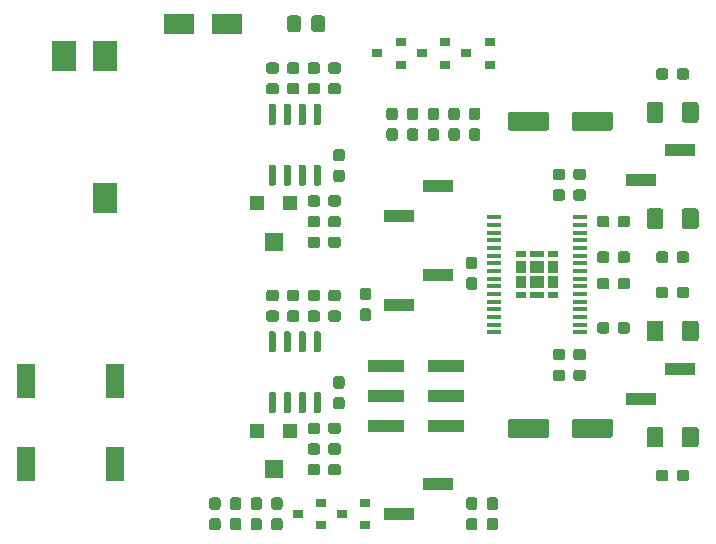
<source format=gtp>
G04 #@! TF.GenerationSoftware,KiCad,Pcbnew,(5.1.2-1)-1*
G04 #@! TF.CreationDate,2022-02-16T12:06:33-05:00*
G04 #@! TF.ProjectId,AmpClassD_Daugher,416d7043-6c61-4737-9344-5f4461756768,rev?*
G04 #@! TF.SameCoordinates,Original*
G04 #@! TF.FileFunction,Paste,Top*
G04 #@! TF.FilePolarity,Positive*
%FSLAX46Y46*%
G04 Gerber Fmt 4.6, Leading zero omitted, Abs format (unit mm)*
G04 Created by KiCad (PCBNEW (5.1.2-1)-1) date 2022-02-16 12:06:33*
%MOMM*%
%LPD*%
G04 APERTURE LIST*
%ADD10R,2.000000X2.500000*%
%ADD11C,0.100000*%
%ADD12C,0.950000*%
%ADD13C,1.150000*%
%ADD14C,1.425000*%
%ADD15R,3.150000X1.000000*%
%ADD16R,2.510000X1.000000*%
%ADD17R,0.900000X0.800000*%
%ADD18R,1.200000X1.200000*%
%ADD19R,1.600000X1.500000*%
%ADD20C,0.600000*%
%ADD21R,0.930000X0.550000*%
%ADD22R,0.930000X1.000000*%
%ADD23R,1.200000X0.550000*%
%ADD24R,1.200000X1.000000*%
%ADD25R,1.200000X0.400000*%
%ADD26C,1.600000*%
%ADD27R,1.500000X3.000000*%
%ADD28R,2.500000X1.800000*%
G04 APERTURE END LIST*
D10*
X75200000Y-46500000D03*
X71700000Y-46500000D03*
X75200000Y-58500000D03*
D11*
G36*
X89685779Y-47026144D02*
G01*
X89708834Y-47029563D01*
X89731443Y-47035227D01*
X89753387Y-47043079D01*
X89774457Y-47053044D01*
X89794448Y-47065026D01*
X89813168Y-47078910D01*
X89830438Y-47094562D01*
X89846090Y-47111832D01*
X89859974Y-47130552D01*
X89871956Y-47150543D01*
X89881921Y-47171613D01*
X89889773Y-47193557D01*
X89895437Y-47216166D01*
X89898856Y-47239221D01*
X89900000Y-47262500D01*
X89900000Y-47737500D01*
X89898856Y-47760779D01*
X89895437Y-47783834D01*
X89889773Y-47806443D01*
X89881921Y-47828387D01*
X89871956Y-47849457D01*
X89859974Y-47869448D01*
X89846090Y-47888168D01*
X89830438Y-47905438D01*
X89813168Y-47921090D01*
X89794448Y-47934974D01*
X89774457Y-47946956D01*
X89753387Y-47956921D01*
X89731443Y-47964773D01*
X89708834Y-47970437D01*
X89685779Y-47973856D01*
X89662500Y-47975000D01*
X89087500Y-47975000D01*
X89064221Y-47973856D01*
X89041166Y-47970437D01*
X89018557Y-47964773D01*
X88996613Y-47956921D01*
X88975543Y-47946956D01*
X88955552Y-47934974D01*
X88936832Y-47921090D01*
X88919562Y-47905438D01*
X88903910Y-47888168D01*
X88890026Y-47869448D01*
X88878044Y-47849457D01*
X88868079Y-47828387D01*
X88860227Y-47806443D01*
X88854563Y-47783834D01*
X88851144Y-47760779D01*
X88850000Y-47737500D01*
X88850000Y-47262500D01*
X88851144Y-47239221D01*
X88854563Y-47216166D01*
X88860227Y-47193557D01*
X88868079Y-47171613D01*
X88878044Y-47150543D01*
X88890026Y-47130552D01*
X88903910Y-47111832D01*
X88919562Y-47094562D01*
X88936832Y-47078910D01*
X88955552Y-47065026D01*
X88975543Y-47053044D01*
X88996613Y-47043079D01*
X89018557Y-47035227D01*
X89041166Y-47029563D01*
X89064221Y-47026144D01*
X89087500Y-47025000D01*
X89662500Y-47025000D01*
X89685779Y-47026144D01*
X89685779Y-47026144D01*
G37*
D12*
X89375000Y-47500000D03*
D11*
G36*
X91435779Y-47026144D02*
G01*
X91458834Y-47029563D01*
X91481443Y-47035227D01*
X91503387Y-47043079D01*
X91524457Y-47053044D01*
X91544448Y-47065026D01*
X91563168Y-47078910D01*
X91580438Y-47094562D01*
X91596090Y-47111832D01*
X91609974Y-47130552D01*
X91621956Y-47150543D01*
X91631921Y-47171613D01*
X91639773Y-47193557D01*
X91645437Y-47216166D01*
X91648856Y-47239221D01*
X91650000Y-47262500D01*
X91650000Y-47737500D01*
X91648856Y-47760779D01*
X91645437Y-47783834D01*
X91639773Y-47806443D01*
X91631921Y-47828387D01*
X91621956Y-47849457D01*
X91609974Y-47869448D01*
X91596090Y-47888168D01*
X91580438Y-47905438D01*
X91563168Y-47921090D01*
X91544448Y-47934974D01*
X91524457Y-47946956D01*
X91503387Y-47956921D01*
X91481443Y-47964773D01*
X91458834Y-47970437D01*
X91435779Y-47973856D01*
X91412500Y-47975000D01*
X90837500Y-47975000D01*
X90814221Y-47973856D01*
X90791166Y-47970437D01*
X90768557Y-47964773D01*
X90746613Y-47956921D01*
X90725543Y-47946956D01*
X90705552Y-47934974D01*
X90686832Y-47921090D01*
X90669562Y-47905438D01*
X90653910Y-47888168D01*
X90640026Y-47869448D01*
X90628044Y-47849457D01*
X90618079Y-47828387D01*
X90610227Y-47806443D01*
X90604563Y-47783834D01*
X90601144Y-47760779D01*
X90600000Y-47737500D01*
X90600000Y-47262500D01*
X90601144Y-47239221D01*
X90604563Y-47216166D01*
X90610227Y-47193557D01*
X90618079Y-47171613D01*
X90628044Y-47150543D01*
X90640026Y-47130552D01*
X90653910Y-47111832D01*
X90669562Y-47094562D01*
X90686832Y-47078910D01*
X90705552Y-47065026D01*
X90725543Y-47053044D01*
X90746613Y-47043079D01*
X90768557Y-47035227D01*
X90791166Y-47029563D01*
X90814221Y-47026144D01*
X90837500Y-47025000D01*
X91412500Y-47025000D01*
X91435779Y-47026144D01*
X91435779Y-47026144D01*
G37*
D12*
X91125000Y-47500000D03*
D11*
G36*
X89685779Y-66276144D02*
G01*
X89708834Y-66279563D01*
X89731443Y-66285227D01*
X89753387Y-66293079D01*
X89774457Y-66303044D01*
X89794448Y-66315026D01*
X89813168Y-66328910D01*
X89830438Y-66344562D01*
X89846090Y-66361832D01*
X89859974Y-66380552D01*
X89871956Y-66400543D01*
X89881921Y-66421613D01*
X89889773Y-66443557D01*
X89895437Y-66466166D01*
X89898856Y-66489221D01*
X89900000Y-66512500D01*
X89900000Y-66987500D01*
X89898856Y-67010779D01*
X89895437Y-67033834D01*
X89889773Y-67056443D01*
X89881921Y-67078387D01*
X89871956Y-67099457D01*
X89859974Y-67119448D01*
X89846090Y-67138168D01*
X89830438Y-67155438D01*
X89813168Y-67171090D01*
X89794448Y-67184974D01*
X89774457Y-67196956D01*
X89753387Y-67206921D01*
X89731443Y-67214773D01*
X89708834Y-67220437D01*
X89685779Y-67223856D01*
X89662500Y-67225000D01*
X89087500Y-67225000D01*
X89064221Y-67223856D01*
X89041166Y-67220437D01*
X89018557Y-67214773D01*
X88996613Y-67206921D01*
X88975543Y-67196956D01*
X88955552Y-67184974D01*
X88936832Y-67171090D01*
X88919562Y-67155438D01*
X88903910Y-67138168D01*
X88890026Y-67119448D01*
X88878044Y-67099457D01*
X88868079Y-67078387D01*
X88860227Y-67056443D01*
X88854563Y-67033834D01*
X88851144Y-67010779D01*
X88850000Y-66987500D01*
X88850000Y-66512500D01*
X88851144Y-66489221D01*
X88854563Y-66466166D01*
X88860227Y-66443557D01*
X88868079Y-66421613D01*
X88878044Y-66400543D01*
X88890026Y-66380552D01*
X88903910Y-66361832D01*
X88919562Y-66344562D01*
X88936832Y-66328910D01*
X88955552Y-66315026D01*
X88975543Y-66303044D01*
X88996613Y-66293079D01*
X89018557Y-66285227D01*
X89041166Y-66279563D01*
X89064221Y-66276144D01*
X89087500Y-66275000D01*
X89662500Y-66275000D01*
X89685779Y-66276144D01*
X89685779Y-66276144D01*
G37*
D12*
X89375000Y-66750000D03*
D11*
G36*
X91435779Y-66276144D02*
G01*
X91458834Y-66279563D01*
X91481443Y-66285227D01*
X91503387Y-66293079D01*
X91524457Y-66303044D01*
X91544448Y-66315026D01*
X91563168Y-66328910D01*
X91580438Y-66344562D01*
X91596090Y-66361832D01*
X91609974Y-66380552D01*
X91621956Y-66400543D01*
X91631921Y-66421613D01*
X91639773Y-66443557D01*
X91645437Y-66466166D01*
X91648856Y-66489221D01*
X91650000Y-66512500D01*
X91650000Y-66987500D01*
X91648856Y-67010779D01*
X91645437Y-67033834D01*
X91639773Y-67056443D01*
X91631921Y-67078387D01*
X91621956Y-67099457D01*
X91609974Y-67119448D01*
X91596090Y-67138168D01*
X91580438Y-67155438D01*
X91563168Y-67171090D01*
X91544448Y-67184974D01*
X91524457Y-67196956D01*
X91503387Y-67206921D01*
X91481443Y-67214773D01*
X91458834Y-67220437D01*
X91435779Y-67223856D01*
X91412500Y-67225000D01*
X90837500Y-67225000D01*
X90814221Y-67223856D01*
X90791166Y-67220437D01*
X90768557Y-67214773D01*
X90746613Y-67206921D01*
X90725543Y-67196956D01*
X90705552Y-67184974D01*
X90686832Y-67171090D01*
X90669562Y-67155438D01*
X90653910Y-67138168D01*
X90640026Y-67119448D01*
X90628044Y-67099457D01*
X90618079Y-67078387D01*
X90610227Y-67056443D01*
X90604563Y-67033834D01*
X90601144Y-67010779D01*
X90600000Y-66987500D01*
X90600000Y-66512500D01*
X90601144Y-66489221D01*
X90604563Y-66466166D01*
X90610227Y-66443557D01*
X90618079Y-66421613D01*
X90628044Y-66400543D01*
X90640026Y-66380552D01*
X90653910Y-66361832D01*
X90669562Y-66344562D01*
X90686832Y-66328910D01*
X90705552Y-66315026D01*
X90725543Y-66303044D01*
X90746613Y-66293079D01*
X90768557Y-66285227D01*
X90791166Y-66279563D01*
X90814221Y-66276144D01*
X90837500Y-66275000D01*
X91412500Y-66275000D01*
X91435779Y-66276144D01*
X91435779Y-66276144D01*
G37*
D12*
X91125000Y-66750000D03*
D11*
G36*
X94935779Y-60026144D02*
G01*
X94958834Y-60029563D01*
X94981443Y-60035227D01*
X95003387Y-60043079D01*
X95024457Y-60053044D01*
X95044448Y-60065026D01*
X95063168Y-60078910D01*
X95080438Y-60094562D01*
X95096090Y-60111832D01*
X95109974Y-60130552D01*
X95121956Y-60150543D01*
X95131921Y-60171613D01*
X95139773Y-60193557D01*
X95145437Y-60216166D01*
X95148856Y-60239221D01*
X95150000Y-60262500D01*
X95150000Y-60737500D01*
X95148856Y-60760779D01*
X95145437Y-60783834D01*
X95139773Y-60806443D01*
X95131921Y-60828387D01*
X95121956Y-60849457D01*
X95109974Y-60869448D01*
X95096090Y-60888168D01*
X95080438Y-60905438D01*
X95063168Y-60921090D01*
X95044448Y-60934974D01*
X95024457Y-60946956D01*
X95003387Y-60956921D01*
X94981443Y-60964773D01*
X94958834Y-60970437D01*
X94935779Y-60973856D01*
X94912500Y-60975000D01*
X94337500Y-60975000D01*
X94314221Y-60973856D01*
X94291166Y-60970437D01*
X94268557Y-60964773D01*
X94246613Y-60956921D01*
X94225543Y-60946956D01*
X94205552Y-60934974D01*
X94186832Y-60921090D01*
X94169562Y-60905438D01*
X94153910Y-60888168D01*
X94140026Y-60869448D01*
X94128044Y-60849457D01*
X94118079Y-60828387D01*
X94110227Y-60806443D01*
X94104563Y-60783834D01*
X94101144Y-60760779D01*
X94100000Y-60737500D01*
X94100000Y-60262500D01*
X94101144Y-60239221D01*
X94104563Y-60216166D01*
X94110227Y-60193557D01*
X94118079Y-60171613D01*
X94128044Y-60150543D01*
X94140026Y-60130552D01*
X94153910Y-60111832D01*
X94169562Y-60094562D01*
X94186832Y-60078910D01*
X94205552Y-60065026D01*
X94225543Y-60053044D01*
X94246613Y-60043079D01*
X94268557Y-60035227D01*
X94291166Y-60029563D01*
X94314221Y-60026144D01*
X94337500Y-60025000D01*
X94912500Y-60025000D01*
X94935779Y-60026144D01*
X94935779Y-60026144D01*
G37*
D12*
X94625000Y-60500000D03*
D11*
G36*
X93185779Y-60026144D02*
G01*
X93208834Y-60029563D01*
X93231443Y-60035227D01*
X93253387Y-60043079D01*
X93274457Y-60053044D01*
X93294448Y-60065026D01*
X93313168Y-60078910D01*
X93330438Y-60094562D01*
X93346090Y-60111832D01*
X93359974Y-60130552D01*
X93371956Y-60150543D01*
X93381921Y-60171613D01*
X93389773Y-60193557D01*
X93395437Y-60216166D01*
X93398856Y-60239221D01*
X93400000Y-60262500D01*
X93400000Y-60737500D01*
X93398856Y-60760779D01*
X93395437Y-60783834D01*
X93389773Y-60806443D01*
X93381921Y-60828387D01*
X93371956Y-60849457D01*
X93359974Y-60869448D01*
X93346090Y-60888168D01*
X93330438Y-60905438D01*
X93313168Y-60921090D01*
X93294448Y-60934974D01*
X93274457Y-60946956D01*
X93253387Y-60956921D01*
X93231443Y-60964773D01*
X93208834Y-60970437D01*
X93185779Y-60973856D01*
X93162500Y-60975000D01*
X92587500Y-60975000D01*
X92564221Y-60973856D01*
X92541166Y-60970437D01*
X92518557Y-60964773D01*
X92496613Y-60956921D01*
X92475543Y-60946956D01*
X92455552Y-60934974D01*
X92436832Y-60921090D01*
X92419562Y-60905438D01*
X92403910Y-60888168D01*
X92390026Y-60869448D01*
X92378044Y-60849457D01*
X92368079Y-60828387D01*
X92360227Y-60806443D01*
X92354563Y-60783834D01*
X92351144Y-60760779D01*
X92350000Y-60737500D01*
X92350000Y-60262500D01*
X92351144Y-60239221D01*
X92354563Y-60216166D01*
X92360227Y-60193557D01*
X92368079Y-60171613D01*
X92378044Y-60150543D01*
X92390026Y-60130552D01*
X92403910Y-60111832D01*
X92419562Y-60094562D01*
X92436832Y-60078910D01*
X92455552Y-60065026D01*
X92475543Y-60053044D01*
X92496613Y-60043079D01*
X92518557Y-60035227D01*
X92541166Y-60029563D01*
X92564221Y-60026144D01*
X92587500Y-60025000D01*
X93162500Y-60025000D01*
X93185779Y-60026144D01*
X93185779Y-60026144D01*
G37*
D12*
X92875000Y-60500000D03*
D11*
G36*
X94935779Y-79276144D02*
G01*
X94958834Y-79279563D01*
X94981443Y-79285227D01*
X95003387Y-79293079D01*
X95024457Y-79303044D01*
X95044448Y-79315026D01*
X95063168Y-79328910D01*
X95080438Y-79344562D01*
X95096090Y-79361832D01*
X95109974Y-79380552D01*
X95121956Y-79400543D01*
X95131921Y-79421613D01*
X95139773Y-79443557D01*
X95145437Y-79466166D01*
X95148856Y-79489221D01*
X95150000Y-79512500D01*
X95150000Y-79987500D01*
X95148856Y-80010779D01*
X95145437Y-80033834D01*
X95139773Y-80056443D01*
X95131921Y-80078387D01*
X95121956Y-80099457D01*
X95109974Y-80119448D01*
X95096090Y-80138168D01*
X95080438Y-80155438D01*
X95063168Y-80171090D01*
X95044448Y-80184974D01*
X95024457Y-80196956D01*
X95003387Y-80206921D01*
X94981443Y-80214773D01*
X94958834Y-80220437D01*
X94935779Y-80223856D01*
X94912500Y-80225000D01*
X94337500Y-80225000D01*
X94314221Y-80223856D01*
X94291166Y-80220437D01*
X94268557Y-80214773D01*
X94246613Y-80206921D01*
X94225543Y-80196956D01*
X94205552Y-80184974D01*
X94186832Y-80171090D01*
X94169562Y-80155438D01*
X94153910Y-80138168D01*
X94140026Y-80119448D01*
X94128044Y-80099457D01*
X94118079Y-80078387D01*
X94110227Y-80056443D01*
X94104563Y-80033834D01*
X94101144Y-80010779D01*
X94100000Y-79987500D01*
X94100000Y-79512500D01*
X94101144Y-79489221D01*
X94104563Y-79466166D01*
X94110227Y-79443557D01*
X94118079Y-79421613D01*
X94128044Y-79400543D01*
X94140026Y-79380552D01*
X94153910Y-79361832D01*
X94169562Y-79344562D01*
X94186832Y-79328910D01*
X94205552Y-79315026D01*
X94225543Y-79303044D01*
X94246613Y-79293079D01*
X94268557Y-79285227D01*
X94291166Y-79279563D01*
X94314221Y-79276144D01*
X94337500Y-79275000D01*
X94912500Y-79275000D01*
X94935779Y-79276144D01*
X94935779Y-79276144D01*
G37*
D12*
X94625000Y-79750000D03*
D11*
G36*
X93185779Y-79276144D02*
G01*
X93208834Y-79279563D01*
X93231443Y-79285227D01*
X93253387Y-79293079D01*
X93274457Y-79303044D01*
X93294448Y-79315026D01*
X93313168Y-79328910D01*
X93330438Y-79344562D01*
X93346090Y-79361832D01*
X93359974Y-79380552D01*
X93371956Y-79400543D01*
X93381921Y-79421613D01*
X93389773Y-79443557D01*
X93395437Y-79466166D01*
X93398856Y-79489221D01*
X93400000Y-79512500D01*
X93400000Y-79987500D01*
X93398856Y-80010779D01*
X93395437Y-80033834D01*
X93389773Y-80056443D01*
X93381921Y-80078387D01*
X93371956Y-80099457D01*
X93359974Y-80119448D01*
X93346090Y-80138168D01*
X93330438Y-80155438D01*
X93313168Y-80171090D01*
X93294448Y-80184974D01*
X93274457Y-80196956D01*
X93253387Y-80206921D01*
X93231443Y-80214773D01*
X93208834Y-80220437D01*
X93185779Y-80223856D01*
X93162500Y-80225000D01*
X92587500Y-80225000D01*
X92564221Y-80223856D01*
X92541166Y-80220437D01*
X92518557Y-80214773D01*
X92496613Y-80206921D01*
X92475543Y-80196956D01*
X92455552Y-80184974D01*
X92436832Y-80171090D01*
X92419562Y-80155438D01*
X92403910Y-80138168D01*
X92390026Y-80119448D01*
X92378044Y-80099457D01*
X92368079Y-80078387D01*
X92360227Y-80056443D01*
X92354563Y-80033834D01*
X92351144Y-80010779D01*
X92350000Y-79987500D01*
X92350000Y-79512500D01*
X92351144Y-79489221D01*
X92354563Y-79466166D01*
X92360227Y-79443557D01*
X92368079Y-79421613D01*
X92378044Y-79400543D01*
X92390026Y-79380552D01*
X92403910Y-79361832D01*
X92419562Y-79344562D01*
X92436832Y-79328910D01*
X92455552Y-79315026D01*
X92475543Y-79303044D01*
X92496613Y-79293079D01*
X92518557Y-79285227D01*
X92541166Y-79279563D01*
X92564221Y-79276144D01*
X92587500Y-79275000D01*
X93162500Y-79275000D01*
X93185779Y-79276144D01*
X93185779Y-79276144D01*
G37*
D12*
X92875000Y-79750000D03*
D11*
G36*
X94935779Y-77526144D02*
G01*
X94958834Y-77529563D01*
X94981443Y-77535227D01*
X95003387Y-77543079D01*
X95024457Y-77553044D01*
X95044448Y-77565026D01*
X95063168Y-77578910D01*
X95080438Y-77594562D01*
X95096090Y-77611832D01*
X95109974Y-77630552D01*
X95121956Y-77650543D01*
X95131921Y-77671613D01*
X95139773Y-77693557D01*
X95145437Y-77716166D01*
X95148856Y-77739221D01*
X95150000Y-77762500D01*
X95150000Y-78237500D01*
X95148856Y-78260779D01*
X95145437Y-78283834D01*
X95139773Y-78306443D01*
X95131921Y-78328387D01*
X95121956Y-78349457D01*
X95109974Y-78369448D01*
X95096090Y-78388168D01*
X95080438Y-78405438D01*
X95063168Y-78421090D01*
X95044448Y-78434974D01*
X95024457Y-78446956D01*
X95003387Y-78456921D01*
X94981443Y-78464773D01*
X94958834Y-78470437D01*
X94935779Y-78473856D01*
X94912500Y-78475000D01*
X94337500Y-78475000D01*
X94314221Y-78473856D01*
X94291166Y-78470437D01*
X94268557Y-78464773D01*
X94246613Y-78456921D01*
X94225543Y-78446956D01*
X94205552Y-78434974D01*
X94186832Y-78421090D01*
X94169562Y-78405438D01*
X94153910Y-78388168D01*
X94140026Y-78369448D01*
X94128044Y-78349457D01*
X94118079Y-78328387D01*
X94110227Y-78306443D01*
X94104563Y-78283834D01*
X94101144Y-78260779D01*
X94100000Y-78237500D01*
X94100000Y-77762500D01*
X94101144Y-77739221D01*
X94104563Y-77716166D01*
X94110227Y-77693557D01*
X94118079Y-77671613D01*
X94128044Y-77650543D01*
X94140026Y-77630552D01*
X94153910Y-77611832D01*
X94169562Y-77594562D01*
X94186832Y-77578910D01*
X94205552Y-77565026D01*
X94225543Y-77553044D01*
X94246613Y-77543079D01*
X94268557Y-77535227D01*
X94291166Y-77529563D01*
X94314221Y-77526144D01*
X94337500Y-77525000D01*
X94912500Y-77525000D01*
X94935779Y-77526144D01*
X94935779Y-77526144D01*
G37*
D12*
X94625000Y-78000000D03*
D11*
G36*
X93185779Y-77526144D02*
G01*
X93208834Y-77529563D01*
X93231443Y-77535227D01*
X93253387Y-77543079D01*
X93274457Y-77553044D01*
X93294448Y-77565026D01*
X93313168Y-77578910D01*
X93330438Y-77594562D01*
X93346090Y-77611832D01*
X93359974Y-77630552D01*
X93371956Y-77650543D01*
X93381921Y-77671613D01*
X93389773Y-77693557D01*
X93395437Y-77716166D01*
X93398856Y-77739221D01*
X93400000Y-77762500D01*
X93400000Y-78237500D01*
X93398856Y-78260779D01*
X93395437Y-78283834D01*
X93389773Y-78306443D01*
X93381921Y-78328387D01*
X93371956Y-78349457D01*
X93359974Y-78369448D01*
X93346090Y-78388168D01*
X93330438Y-78405438D01*
X93313168Y-78421090D01*
X93294448Y-78434974D01*
X93274457Y-78446956D01*
X93253387Y-78456921D01*
X93231443Y-78464773D01*
X93208834Y-78470437D01*
X93185779Y-78473856D01*
X93162500Y-78475000D01*
X92587500Y-78475000D01*
X92564221Y-78473856D01*
X92541166Y-78470437D01*
X92518557Y-78464773D01*
X92496613Y-78456921D01*
X92475543Y-78446956D01*
X92455552Y-78434974D01*
X92436832Y-78421090D01*
X92419562Y-78405438D01*
X92403910Y-78388168D01*
X92390026Y-78369448D01*
X92378044Y-78349457D01*
X92368079Y-78328387D01*
X92360227Y-78306443D01*
X92354563Y-78283834D01*
X92351144Y-78260779D01*
X92350000Y-78237500D01*
X92350000Y-77762500D01*
X92351144Y-77739221D01*
X92354563Y-77716166D01*
X92360227Y-77693557D01*
X92368079Y-77671613D01*
X92378044Y-77650543D01*
X92390026Y-77630552D01*
X92403910Y-77611832D01*
X92419562Y-77594562D01*
X92436832Y-77578910D01*
X92455552Y-77565026D01*
X92475543Y-77553044D01*
X92496613Y-77543079D01*
X92518557Y-77535227D01*
X92541166Y-77529563D01*
X92564221Y-77526144D01*
X92587500Y-77525000D01*
X93162500Y-77525000D01*
X93185779Y-77526144D01*
X93185779Y-77526144D01*
G37*
D12*
X92875000Y-78000000D03*
D11*
G36*
X93185779Y-81026144D02*
G01*
X93208834Y-81029563D01*
X93231443Y-81035227D01*
X93253387Y-81043079D01*
X93274457Y-81053044D01*
X93294448Y-81065026D01*
X93313168Y-81078910D01*
X93330438Y-81094562D01*
X93346090Y-81111832D01*
X93359974Y-81130552D01*
X93371956Y-81150543D01*
X93381921Y-81171613D01*
X93389773Y-81193557D01*
X93395437Y-81216166D01*
X93398856Y-81239221D01*
X93400000Y-81262500D01*
X93400000Y-81737500D01*
X93398856Y-81760779D01*
X93395437Y-81783834D01*
X93389773Y-81806443D01*
X93381921Y-81828387D01*
X93371956Y-81849457D01*
X93359974Y-81869448D01*
X93346090Y-81888168D01*
X93330438Y-81905438D01*
X93313168Y-81921090D01*
X93294448Y-81934974D01*
X93274457Y-81946956D01*
X93253387Y-81956921D01*
X93231443Y-81964773D01*
X93208834Y-81970437D01*
X93185779Y-81973856D01*
X93162500Y-81975000D01*
X92587500Y-81975000D01*
X92564221Y-81973856D01*
X92541166Y-81970437D01*
X92518557Y-81964773D01*
X92496613Y-81956921D01*
X92475543Y-81946956D01*
X92455552Y-81934974D01*
X92436832Y-81921090D01*
X92419562Y-81905438D01*
X92403910Y-81888168D01*
X92390026Y-81869448D01*
X92378044Y-81849457D01*
X92368079Y-81828387D01*
X92360227Y-81806443D01*
X92354563Y-81783834D01*
X92351144Y-81760779D01*
X92350000Y-81737500D01*
X92350000Y-81262500D01*
X92351144Y-81239221D01*
X92354563Y-81216166D01*
X92360227Y-81193557D01*
X92368079Y-81171613D01*
X92378044Y-81150543D01*
X92390026Y-81130552D01*
X92403910Y-81111832D01*
X92419562Y-81094562D01*
X92436832Y-81078910D01*
X92455552Y-81065026D01*
X92475543Y-81053044D01*
X92496613Y-81043079D01*
X92518557Y-81035227D01*
X92541166Y-81029563D01*
X92564221Y-81026144D01*
X92587500Y-81025000D01*
X93162500Y-81025000D01*
X93185779Y-81026144D01*
X93185779Y-81026144D01*
G37*
D12*
X92875000Y-81500000D03*
D11*
G36*
X94935779Y-81026144D02*
G01*
X94958834Y-81029563D01*
X94981443Y-81035227D01*
X95003387Y-81043079D01*
X95024457Y-81053044D01*
X95044448Y-81065026D01*
X95063168Y-81078910D01*
X95080438Y-81094562D01*
X95096090Y-81111832D01*
X95109974Y-81130552D01*
X95121956Y-81150543D01*
X95131921Y-81171613D01*
X95139773Y-81193557D01*
X95145437Y-81216166D01*
X95148856Y-81239221D01*
X95150000Y-81262500D01*
X95150000Y-81737500D01*
X95148856Y-81760779D01*
X95145437Y-81783834D01*
X95139773Y-81806443D01*
X95131921Y-81828387D01*
X95121956Y-81849457D01*
X95109974Y-81869448D01*
X95096090Y-81888168D01*
X95080438Y-81905438D01*
X95063168Y-81921090D01*
X95044448Y-81934974D01*
X95024457Y-81946956D01*
X95003387Y-81956921D01*
X94981443Y-81964773D01*
X94958834Y-81970437D01*
X94935779Y-81973856D01*
X94912500Y-81975000D01*
X94337500Y-81975000D01*
X94314221Y-81973856D01*
X94291166Y-81970437D01*
X94268557Y-81964773D01*
X94246613Y-81956921D01*
X94225543Y-81946956D01*
X94205552Y-81934974D01*
X94186832Y-81921090D01*
X94169562Y-81905438D01*
X94153910Y-81888168D01*
X94140026Y-81869448D01*
X94128044Y-81849457D01*
X94118079Y-81828387D01*
X94110227Y-81806443D01*
X94104563Y-81783834D01*
X94101144Y-81760779D01*
X94100000Y-81737500D01*
X94100000Y-81262500D01*
X94101144Y-81239221D01*
X94104563Y-81216166D01*
X94110227Y-81193557D01*
X94118079Y-81171613D01*
X94128044Y-81150543D01*
X94140026Y-81130552D01*
X94153910Y-81111832D01*
X94169562Y-81094562D01*
X94186832Y-81078910D01*
X94205552Y-81065026D01*
X94225543Y-81053044D01*
X94246613Y-81043079D01*
X94268557Y-81035227D01*
X94291166Y-81029563D01*
X94314221Y-81026144D01*
X94337500Y-81025000D01*
X94912500Y-81025000D01*
X94935779Y-81026144D01*
X94935779Y-81026144D01*
G37*
D12*
X94625000Y-81500000D03*
D11*
G36*
X93185779Y-58276144D02*
G01*
X93208834Y-58279563D01*
X93231443Y-58285227D01*
X93253387Y-58293079D01*
X93274457Y-58303044D01*
X93294448Y-58315026D01*
X93313168Y-58328910D01*
X93330438Y-58344562D01*
X93346090Y-58361832D01*
X93359974Y-58380552D01*
X93371956Y-58400543D01*
X93381921Y-58421613D01*
X93389773Y-58443557D01*
X93395437Y-58466166D01*
X93398856Y-58489221D01*
X93400000Y-58512500D01*
X93400000Y-58987500D01*
X93398856Y-59010779D01*
X93395437Y-59033834D01*
X93389773Y-59056443D01*
X93381921Y-59078387D01*
X93371956Y-59099457D01*
X93359974Y-59119448D01*
X93346090Y-59138168D01*
X93330438Y-59155438D01*
X93313168Y-59171090D01*
X93294448Y-59184974D01*
X93274457Y-59196956D01*
X93253387Y-59206921D01*
X93231443Y-59214773D01*
X93208834Y-59220437D01*
X93185779Y-59223856D01*
X93162500Y-59225000D01*
X92587500Y-59225000D01*
X92564221Y-59223856D01*
X92541166Y-59220437D01*
X92518557Y-59214773D01*
X92496613Y-59206921D01*
X92475543Y-59196956D01*
X92455552Y-59184974D01*
X92436832Y-59171090D01*
X92419562Y-59155438D01*
X92403910Y-59138168D01*
X92390026Y-59119448D01*
X92378044Y-59099457D01*
X92368079Y-59078387D01*
X92360227Y-59056443D01*
X92354563Y-59033834D01*
X92351144Y-59010779D01*
X92350000Y-58987500D01*
X92350000Y-58512500D01*
X92351144Y-58489221D01*
X92354563Y-58466166D01*
X92360227Y-58443557D01*
X92368079Y-58421613D01*
X92378044Y-58400543D01*
X92390026Y-58380552D01*
X92403910Y-58361832D01*
X92419562Y-58344562D01*
X92436832Y-58328910D01*
X92455552Y-58315026D01*
X92475543Y-58303044D01*
X92496613Y-58293079D01*
X92518557Y-58285227D01*
X92541166Y-58279563D01*
X92564221Y-58276144D01*
X92587500Y-58275000D01*
X93162500Y-58275000D01*
X93185779Y-58276144D01*
X93185779Y-58276144D01*
G37*
D12*
X92875000Y-58750000D03*
D11*
G36*
X94935779Y-58276144D02*
G01*
X94958834Y-58279563D01*
X94981443Y-58285227D01*
X95003387Y-58293079D01*
X95024457Y-58303044D01*
X95044448Y-58315026D01*
X95063168Y-58328910D01*
X95080438Y-58344562D01*
X95096090Y-58361832D01*
X95109974Y-58380552D01*
X95121956Y-58400543D01*
X95131921Y-58421613D01*
X95139773Y-58443557D01*
X95145437Y-58466166D01*
X95148856Y-58489221D01*
X95150000Y-58512500D01*
X95150000Y-58987500D01*
X95148856Y-59010779D01*
X95145437Y-59033834D01*
X95139773Y-59056443D01*
X95131921Y-59078387D01*
X95121956Y-59099457D01*
X95109974Y-59119448D01*
X95096090Y-59138168D01*
X95080438Y-59155438D01*
X95063168Y-59171090D01*
X95044448Y-59184974D01*
X95024457Y-59196956D01*
X95003387Y-59206921D01*
X94981443Y-59214773D01*
X94958834Y-59220437D01*
X94935779Y-59223856D01*
X94912500Y-59225000D01*
X94337500Y-59225000D01*
X94314221Y-59223856D01*
X94291166Y-59220437D01*
X94268557Y-59214773D01*
X94246613Y-59206921D01*
X94225543Y-59196956D01*
X94205552Y-59184974D01*
X94186832Y-59171090D01*
X94169562Y-59155438D01*
X94153910Y-59138168D01*
X94140026Y-59119448D01*
X94128044Y-59099457D01*
X94118079Y-59078387D01*
X94110227Y-59056443D01*
X94104563Y-59033834D01*
X94101144Y-59010779D01*
X94100000Y-58987500D01*
X94100000Y-58512500D01*
X94101144Y-58489221D01*
X94104563Y-58466166D01*
X94110227Y-58443557D01*
X94118079Y-58421613D01*
X94128044Y-58400543D01*
X94140026Y-58380552D01*
X94153910Y-58361832D01*
X94169562Y-58344562D01*
X94186832Y-58328910D01*
X94205552Y-58315026D01*
X94225543Y-58303044D01*
X94246613Y-58293079D01*
X94268557Y-58285227D01*
X94291166Y-58279563D01*
X94314221Y-58276144D01*
X94337500Y-58275000D01*
X94912500Y-58275000D01*
X94935779Y-58276144D01*
X94935779Y-58276144D01*
G37*
D12*
X94625000Y-58750000D03*
D11*
G36*
X93185779Y-61776144D02*
G01*
X93208834Y-61779563D01*
X93231443Y-61785227D01*
X93253387Y-61793079D01*
X93274457Y-61803044D01*
X93294448Y-61815026D01*
X93313168Y-61828910D01*
X93330438Y-61844562D01*
X93346090Y-61861832D01*
X93359974Y-61880552D01*
X93371956Y-61900543D01*
X93381921Y-61921613D01*
X93389773Y-61943557D01*
X93395437Y-61966166D01*
X93398856Y-61989221D01*
X93400000Y-62012500D01*
X93400000Y-62487500D01*
X93398856Y-62510779D01*
X93395437Y-62533834D01*
X93389773Y-62556443D01*
X93381921Y-62578387D01*
X93371956Y-62599457D01*
X93359974Y-62619448D01*
X93346090Y-62638168D01*
X93330438Y-62655438D01*
X93313168Y-62671090D01*
X93294448Y-62684974D01*
X93274457Y-62696956D01*
X93253387Y-62706921D01*
X93231443Y-62714773D01*
X93208834Y-62720437D01*
X93185779Y-62723856D01*
X93162500Y-62725000D01*
X92587500Y-62725000D01*
X92564221Y-62723856D01*
X92541166Y-62720437D01*
X92518557Y-62714773D01*
X92496613Y-62706921D01*
X92475543Y-62696956D01*
X92455552Y-62684974D01*
X92436832Y-62671090D01*
X92419562Y-62655438D01*
X92403910Y-62638168D01*
X92390026Y-62619448D01*
X92378044Y-62599457D01*
X92368079Y-62578387D01*
X92360227Y-62556443D01*
X92354563Y-62533834D01*
X92351144Y-62510779D01*
X92350000Y-62487500D01*
X92350000Y-62012500D01*
X92351144Y-61989221D01*
X92354563Y-61966166D01*
X92360227Y-61943557D01*
X92368079Y-61921613D01*
X92378044Y-61900543D01*
X92390026Y-61880552D01*
X92403910Y-61861832D01*
X92419562Y-61844562D01*
X92436832Y-61828910D01*
X92455552Y-61815026D01*
X92475543Y-61803044D01*
X92496613Y-61793079D01*
X92518557Y-61785227D01*
X92541166Y-61779563D01*
X92564221Y-61776144D01*
X92587500Y-61775000D01*
X93162500Y-61775000D01*
X93185779Y-61776144D01*
X93185779Y-61776144D01*
G37*
D12*
X92875000Y-62250000D03*
D11*
G36*
X94935779Y-61776144D02*
G01*
X94958834Y-61779563D01*
X94981443Y-61785227D01*
X95003387Y-61793079D01*
X95024457Y-61803044D01*
X95044448Y-61815026D01*
X95063168Y-61828910D01*
X95080438Y-61844562D01*
X95096090Y-61861832D01*
X95109974Y-61880552D01*
X95121956Y-61900543D01*
X95131921Y-61921613D01*
X95139773Y-61943557D01*
X95145437Y-61966166D01*
X95148856Y-61989221D01*
X95150000Y-62012500D01*
X95150000Y-62487500D01*
X95148856Y-62510779D01*
X95145437Y-62533834D01*
X95139773Y-62556443D01*
X95131921Y-62578387D01*
X95121956Y-62599457D01*
X95109974Y-62619448D01*
X95096090Y-62638168D01*
X95080438Y-62655438D01*
X95063168Y-62671090D01*
X95044448Y-62684974D01*
X95024457Y-62696956D01*
X95003387Y-62706921D01*
X94981443Y-62714773D01*
X94958834Y-62720437D01*
X94935779Y-62723856D01*
X94912500Y-62725000D01*
X94337500Y-62725000D01*
X94314221Y-62723856D01*
X94291166Y-62720437D01*
X94268557Y-62714773D01*
X94246613Y-62706921D01*
X94225543Y-62696956D01*
X94205552Y-62684974D01*
X94186832Y-62671090D01*
X94169562Y-62655438D01*
X94153910Y-62638168D01*
X94140026Y-62619448D01*
X94128044Y-62599457D01*
X94118079Y-62578387D01*
X94110227Y-62556443D01*
X94104563Y-62533834D01*
X94101144Y-62510779D01*
X94100000Y-62487500D01*
X94100000Y-62012500D01*
X94101144Y-61989221D01*
X94104563Y-61966166D01*
X94110227Y-61943557D01*
X94118079Y-61921613D01*
X94128044Y-61900543D01*
X94140026Y-61880552D01*
X94153910Y-61861832D01*
X94169562Y-61844562D01*
X94186832Y-61828910D01*
X94205552Y-61815026D01*
X94225543Y-61803044D01*
X94246613Y-61793079D01*
X94268557Y-61785227D01*
X94291166Y-61779563D01*
X94314221Y-61776144D01*
X94337500Y-61775000D01*
X94912500Y-61775000D01*
X94935779Y-61776144D01*
X94935779Y-61776144D01*
G37*
D12*
X94625000Y-62250000D03*
D11*
G36*
X108260779Y-83851144D02*
G01*
X108283834Y-83854563D01*
X108306443Y-83860227D01*
X108328387Y-83868079D01*
X108349457Y-83878044D01*
X108369448Y-83890026D01*
X108388168Y-83903910D01*
X108405438Y-83919562D01*
X108421090Y-83936832D01*
X108434974Y-83955552D01*
X108446956Y-83975543D01*
X108456921Y-83996613D01*
X108464773Y-84018557D01*
X108470437Y-84041166D01*
X108473856Y-84064221D01*
X108475000Y-84087500D01*
X108475000Y-84662500D01*
X108473856Y-84685779D01*
X108470437Y-84708834D01*
X108464773Y-84731443D01*
X108456921Y-84753387D01*
X108446956Y-84774457D01*
X108434974Y-84794448D01*
X108421090Y-84813168D01*
X108405438Y-84830438D01*
X108388168Y-84846090D01*
X108369448Y-84859974D01*
X108349457Y-84871956D01*
X108328387Y-84881921D01*
X108306443Y-84889773D01*
X108283834Y-84895437D01*
X108260779Y-84898856D01*
X108237500Y-84900000D01*
X107762500Y-84900000D01*
X107739221Y-84898856D01*
X107716166Y-84895437D01*
X107693557Y-84889773D01*
X107671613Y-84881921D01*
X107650543Y-84871956D01*
X107630552Y-84859974D01*
X107611832Y-84846090D01*
X107594562Y-84830438D01*
X107578910Y-84813168D01*
X107565026Y-84794448D01*
X107553044Y-84774457D01*
X107543079Y-84753387D01*
X107535227Y-84731443D01*
X107529563Y-84708834D01*
X107526144Y-84685779D01*
X107525000Y-84662500D01*
X107525000Y-84087500D01*
X107526144Y-84064221D01*
X107529563Y-84041166D01*
X107535227Y-84018557D01*
X107543079Y-83996613D01*
X107553044Y-83975543D01*
X107565026Y-83955552D01*
X107578910Y-83936832D01*
X107594562Y-83919562D01*
X107611832Y-83903910D01*
X107630552Y-83890026D01*
X107650543Y-83878044D01*
X107671613Y-83868079D01*
X107693557Y-83860227D01*
X107716166Y-83854563D01*
X107739221Y-83851144D01*
X107762500Y-83850000D01*
X108237500Y-83850000D01*
X108260779Y-83851144D01*
X108260779Y-83851144D01*
G37*
D12*
X108000000Y-84375000D03*
D11*
G36*
X108260779Y-85601144D02*
G01*
X108283834Y-85604563D01*
X108306443Y-85610227D01*
X108328387Y-85618079D01*
X108349457Y-85628044D01*
X108369448Y-85640026D01*
X108388168Y-85653910D01*
X108405438Y-85669562D01*
X108421090Y-85686832D01*
X108434974Y-85705552D01*
X108446956Y-85725543D01*
X108456921Y-85746613D01*
X108464773Y-85768557D01*
X108470437Y-85791166D01*
X108473856Y-85814221D01*
X108475000Y-85837500D01*
X108475000Y-86412500D01*
X108473856Y-86435779D01*
X108470437Y-86458834D01*
X108464773Y-86481443D01*
X108456921Y-86503387D01*
X108446956Y-86524457D01*
X108434974Y-86544448D01*
X108421090Y-86563168D01*
X108405438Y-86580438D01*
X108388168Y-86596090D01*
X108369448Y-86609974D01*
X108349457Y-86621956D01*
X108328387Y-86631921D01*
X108306443Y-86639773D01*
X108283834Y-86645437D01*
X108260779Y-86648856D01*
X108237500Y-86650000D01*
X107762500Y-86650000D01*
X107739221Y-86648856D01*
X107716166Y-86645437D01*
X107693557Y-86639773D01*
X107671613Y-86631921D01*
X107650543Y-86621956D01*
X107630552Y-86609974D01*
X107611832Y-86596090D01*
X107594562Y-86580438D01*
X107578910Y-86563168D01*
X107565026Y-86544448D01*
X107553044Y-86524457D01*
X107543079Y-86503387D01*
X107535227Y-86481443D01*
X107529563Y-86458834D01*
X107526144Y-86435779D01*
X107525000Y-86412500D01*
X107525000Y-85837500D01*
X107526144Y-85814221D01*
X107529563Y-85791166D01*
X107535227Y-85768557D01*
X107543079Y-85746613D01*
X107553044Y-85725543D01*
X107565026Y-85705552D01*
X107578910Y-85686832D01*
X107594562Y-85669562D01*
X107611832Y-85653910D01*
X107630552Y-85640026D01*
X107650543Y-85628044D01*
X107671613Y-85618079D01*
X107693557Y-85610227D01*
X107716166Y-85604563D01*
X107739221Y-85601144D01*
X107762500Y-85600000D01*
X108237500Y-85600000D01*
X108260779Y-85601144D01*
X108260779Y-85601144D01*
G37*
D12*
X108000000Y-86125000D03*
D11*
G36*
X106510779Y-63476144D02*
G01*
X106533834Y-63479563D01*
X106556443Y-63485227D01*
X106578387Y-63493079D01*
X106599457Y-63503044D01*
X106619448Y-63515026D01*
X106638168Y-63528910D01*
X106655438Y-63544562D01*
X106671090Y-63561832D01*
X106684974Y-63580552D01*
X106696956Y-63600543D01*
X106706921Y-63621613D01*
X106714773Y-63643557D01*
X106720437Y-63666166D01*
X106723856Y-63689221D01*
X106725000Y-63712500D01*
X106725000Y-64287500D01*
X106723856Y-64310779D01*
X106720437Y-64333834D01*
X106714773Y-64356443D01*
X106706921Y-64378387D01*
X106696956Y-64399457D01*
X106684974Y-64419448D01*
X106671090Y-64438168D01*
X106655438Y-64455438D01*
X106638168Y-64471090D01*
X106619448Y-64484974D01*
X106599457Y-64496956D01*
X106578387Y-64506921D01*
X106556443Y-64514773D01*
X106533834Y-64520437D01*
X106510779Y-64523856D01*
X106487500Y-64525000D01*
X106012500Y-64525000D01*
X105989221Y-64523856D01*
X105966166Y-64520437D01*
X105943557Y-64514773D01*
X105921613Y-64506921D01*
X105900543Y-64496956D01*
X105880552Y-64484974D01*
X105861832Y-64471090D01*
X105844562Y-64455438D01*
X105828910Y-64438168D01*
X105815026Y-64419448D01*
X105803044Y-64399457D01*
X105793079Y-64378387D01*
X105785227Y-64356443D01*
X105779563Y-64333834D01*
X105776144Y-64310779D01*
X105775000Y-64287500D01*
X105775000Y-63712500D01*
X105776144Y-63689221D01*
X105779563Y-63666166D01*
X105785227Y-63643557D01*
X105793079Y-63621613D01*
X105803044Y-63600543D01*
X105815026Y-63580552D01*
X105828910Y-63561832D01*
X105844562Y-63544562D01*
X105861832Y-63528910D01*
X105880552Y-63515026D01*
X105900543Y-63503044D01*
X105921613Y-63493079D01*
X105943557Y-63485227D01*
X105966166Y-63479563D01*
X105989221Y-63476144D01*
X106012500Y-63475000D01*
X106487500Y-63475000D01*
X106510779Y-63476144D01*
X106510779Y-63476144D01*
G37*
D12*
X106250000Y-64000000D03*
D11*
G36*
X106510779Y-65226144D02*
G01*
X106533834Y-65229563D01*
X106556443Y-65235227D01*
X106578387Y-65243079D01*
X106599457Y-65253044D01*
X106619448Y-65265026D01*
X106638168Y-65278910D01*
X106655438Y-65294562D01*
X106671090Y-65311832D01*
X106684974Y-65330552D01*
X106696956Y-65350543D01*
X106706921Y-65371613D01*
X106714773Y-65393557D01*
X106720437Y-65416166D01*
X106723856Y-65439221D01*
X106725000Y-65462500D01*
X106725000Y-66037500D01*
X106723856Y-66060779D01*
X106720437Y-66083834D01*
X106714773Y-66106443D01*
X106706921Y-66128387D01*
X106696956Y-66149457D01*
X106684974Y-66169448D01*
X106671090Y-66188168D01*
X106655438Y-66205438D01*
X106638168Y-66221090D01*
X106619448Y-66234974D01*
X106599457Y-66246956D01*
X106578387Y-66256921D01*
X106556443Y-66264773D01*
X106533834Y-66270437D01*
X106510779Y-66273856D01*
X106487500Y-66275000D01*
X106012500Y-66275000D01*
X105989221Y-66273856D01*
X105966166Y-66270437D01*
X105943557Y-66264773D01*
X105921613Y-66256921D01*
X105900543Y-66246956D01*
X105880552Y-66234974D01*
X105861832Y-66221090D01*
X105844562Y-66205438D01*
X105828910Y-66188168D01*
X105815026Y-66169448D01*
X105803044Y-66149457D01*
X105793079Y-66128387D01*
X105785227Y-66106443D01*
X105779563Y-66083834D01*
X105776144Y-66060779D01*
X105775000Y-66037500D01*
X105775000Y-65462500D01*
X105776144Y-65439221D01*
X105779563Y-65416166D01*
X105785227Y-65393557D01*
X105793079Y-65371613D01*
X105803044Y-65350543D01*
X105815026Y-65330552D01*
X105828910Y-65311832D01*
X105844562Y-65294562D01*
X105861832Y-65278910D01*
X105880552Y-65265026D01*
X105900543Y-65253044D01*
X105921613Y-65243079D01*
X105943557Y-65235227D01*
X105966166Y-65229563D01*
X105989221Y-65226144D01*
X106012500Y-65225000D01*
X106487500Y-65225000D01*
X106510779Y-65226144D01*
X106510779Y-65226144D01*
G37*
D12*
X106250000Y-65750000D03*
D11*
G36*
X113935779Y-73026144D02*
G01*
X113958834Y-73029563D01*
X113981443Y-73035227D01*
X114003387Y-73043079D01*
X114024457Y-73053044D01*
X114044448Y-73065026D01*
X114063168Y-73078910D01*
X114080438Y-73094562D01*
X114096090Y-73111832D01*
X114109974Y-73130552D01*
X114121956Y-73150543D01*
X114131921Y-73171613D01*
X114139773Y-73193557D01*
X114145437Y-73216166D01*
X114148856Y-73239221D01*
X114150000Y-73262500D01*
X114150000Y-73737500D01*
X114148856Y-73760779D01*
X114145437Y-73783834D01*
X114139773Y-73806443D01*
X114131921Y-73828387D01*
X114121956Y-73849457D01*
X114109974Y-73869448D01*
X114096090Y-73888168D01*
X114080438Y-73905438D01*
X114063168Y-73921090D01*
X114044448Y-73934974D01*
X114024457Y-73946956D01*
X114003387Y-73956921D01*
X113981443Y-73964773D01*
X113958834Y-73970437D01*
X113935779Y-73973856D01*
X113912500Y-73975000D01*
X113337500Y-73975000D01*
X113314221Y-73973856D01*
X113291166Y-73970437D01*
X113268557Y-73964773D01*
X113246613Y-73956921D01*
X113225543Y-73946956D01*
X113205552Y-73934974D01*
X113186832Y-73921090D01*
X113169562Y-73905438D01*
X113153910Y-73888168D01*
X113140026Y-73869448D01*
X113128044Y-73849457D01*
X113118079Y-73828387D01*
X113110227Y-73806443D01*
X113104563Y-73783834D01*
X113101144Y-73760779D01*
X113100000Y-73737500D01*
X113100000Y-73262500D01*
X113101144Y-73239221D01*
X113104563Y-73216166D01*
X113110227Y-73193557D01*
X113118079Y-73171613D01*
X113128044Y-73150543D01*
X113140026Y-73130552D01*
X113153910Y-73111832D01*
X113169562Y-73094562D01*
X113186832Y-73078910D01*
X113205552Y-73065026D01*
X113225543Y-73053044D01*
X113246613Y-73043079D01*
X113268557Y-73035227D01*
X113291166Y-73029563D01*
X113314221Y-73026144D01*
X113337500Y-73025000D01*
X113912500Y-73025000D01*
X113935779Y-73026144D01*
X113935779Y-73026144D01*
G37*
D12*
X113625000Y-73500000D03*
D11*
G36*
X115685779Y-73026144D02*
G01*
X115708834Y-73029563D01*
X115731443Y-73035227D01*
X115753387Y-73043079D01*
X115774457Y-73053044D01*
X115794448Y-73065026D01*
X115813168Y-73078910D01*
X115830438Y-73094562D01*
X115846090Y-73111832D01*
X115859974Y-73130552D01*
X115871956Y-73150543D01*
X115881921Y-73171613D01*
X115889773Y-73193557D01*
X115895437Y-73216166D01*
X115898856Y-73239221D01*
X115900000Y-73262500D01*
X115900000Y-73737500D01*
X115898856Y-73760779D01*
X115895437Y-73783834D01*
X115889773Y-73806443D01*
X115881921Y-73828387D01*
X115871956Y-73849457D01*
X115859974Y-73869448D01*
X115846090Y-73888168D01*
X115830438Y-73905438D01*
X115813168Y-73921090D01*
X115794448Y-73934974D01*
X115774457Y-73946956D01*
X115753387Y-73956921D01*
X115731443Y-73964773D01*
X115708834Y-73970437D01*
X115685779Y-73973856D01*
X115662500Y-73975000D01*
X115087500Y-73975000D01*
X115064221Y-73973856D01*
X115041166Y-73970437D01*
X115018557Y-73964773D01*
X114996613Y-73956921D01*
X114975543Y-73946956D01*
X114955552Y-73934974D01*
X114936832Y-73921090D01*
X114919562Y-73905438D01*
X114903910Y-73888168D01*
X114890026Y-73869448D01*
X114878044Y-73849457D01*
X114868079Y-73828387D01*
X114860227Y-73806443D01*
X114854563Y-73783834D01*
X114851144Y-73760779D01*
X114850000Y-73737500D01*
X114850000Y-73262500D01*
X114851144Y-73239221D01*
X114854563Y-73216166D01*
X114860227Y-73193557D01*
X114868079Y-73171613D01*
X114878044Y-73150543D01*
X114890026Y-73130552D01*
X114903910Y-73111832D01*
X114919562Y-73094562D01*
X114936832Y-73078910D01*
X114955552Y-73065026D01*
X114975543Y-73053044D01*
X114996613Y-73043079D01*
X115018557Y-73035227D01*
X115041166Y-73029563D01*
X115064221Y-73026144D01*
X115087500Y-73025000D01*
X115662500Y-73025000D01*
X115685779Y-73026144D01*
X115685779Y-73026144D01*
G37*
D12*
X115375000Y-73500000D03*
D11*
G36*
X115685779Y-56026144D02*
G01*
X115708834Y-56029563D01*
X115731443Y-56035227D01*
X115753387Y-56043079D01*
X115774457Y-56053044D01*
X115794448Y-56065026D01*
X115813168Y-56078910D01*
X115830438Y-56094562D01*
X115846090Y-56111832D01*
X115859974Y-56130552D01*
X115871956Y-56150543D01*
X115881921Y-56171613D01*
X115889773Y-56193557D01*
X115895437Y-56216166D01*
X115898856Y-56239221D01*
X115900000Y-56262500D01*
X115900000Y-56737500D01*
X115898856Y-56760779D01*
X115895437Y-56783834D01*
X115889773Y-56806443D01*
X115881921Y-56828387D01*
X115871956Y-56849457D01*
X115859974Y-56869448D01*
X115846090Y-56888168D01*
X115830438Y-56905438D01*
X115813168Y-56921090D01*
X115794448Y-56934974D01*
X115774457Y-56946956D01*
X115753387Y-56956921D01*
X115731443Y-56964773D01*
X115708834Y-56970437D01*
X115685779Y-56973856D01*
X115662500Y-56975000D01*
X115087500Y-56975000D01*
X115064221Y-56973856D01*
X115041166Y-56970437D01*
X115018557Y-56964773D01*
X114996613Y-56956921D01*
X114975543Y-56946956D01*
X114955552Y-56934974D01*
X114936832Y-56921090D01*
X114919562Y-56905438D01*
X114903910Y-56888168D01*
X114890026Y-56869448D01*
X114878044Y-56849457D01*
X114868079Y-56828387D01*
X114860227Y-56806443D01*
X114854563Y-56783834D01*
X114851144Y-56760779D01*
X114850000Y-56737500D01*
X114850000Y-56262500D01*
X114851144Y-56239221D01*
X114854563Y-56216166D01*
X114860227Y-56193557D01*
X114868079Y-56171613D01*
X114878044Y-56150543D01*
X114890026Y-56130552D01*
X114903910Y-56111832D01*
X114919562Y-56094562D01*
X114936832Y-56078910D01*
X114955552Y-56065026D01*
X114975543Y-56053044D01*
X114996613Y-56043079D01*
X115018557Y-56035227D01*
X115041166Y-56029563D01*
X115064221Y-56026144D01*
X115087500Y-56025000D01*
X115662500Y-56025000D01*
X115685779Y-56026144D01*
X115685779Y-56026144D01*
G37*
D12*
X115375000Y-56500000D03*
D11*
G36*
X113935779Y-56026144D02*
G01*
X113958834Y-56029563D01*
X113981443Y-56035227D01*
X114003387Y-56043079D01*
X114024457Y-56053044D01*
X114044448Y-56065026D01*
X114063168Y-56078910D01*
X114080438Y-56094562D01*
X114096090Y-56111832D01*
X114109974Y-56130552D01*
X114121956Y-56150543D01*
X114131921Y-56171613D01*
X114139773Y-56193557D01*
X114145437Y-56216166D01*
X114148856Y-56239221D01*
X114150000Y-56262500D01*
X114150000Y-56737500D01*
X114148856Y-56760779D01*
X114145437Y-56783834D01*
X114139773Y-56806443D01*
X114131921Y-56828387D01*
X114121956Y-56849457D01*
X114109974Y-56869448D01*
X114096090Y-56888168D01*
X114080438Y-56905438D01*
X114063168Y-56921090D01*
X114044448Y-56934974D01*
X114024457Y-56946956D01*
X114003387Y-56956921D01*
X113981443Y-56964773D01*
X113958834Y-56970437D01*
X113935779Y-56973856D01*
X113912500Y-56975000D01*
X113337500Y-56975000D01*
X113314221Y-56973856D01*
X113291166Y-56970437D01*
X113268557Y-56964773D01*
X113246613Y-56956921D01*
X113225543Y-56946956D01*
X113205552Y-56934974D01*
X113186832Y-56921090D01*
X113169562Y-56905438D01*
X113153910Y-56888168D01*
X113140026Y-56869448D01*
X113128044Y-56849457D01*
X113118079Y-56828387D01*
X113110227Y-56806443D01*
X113104563Y-56783834D01*
X113101144Y-56760779D01*
X113100000Y-56737500D01*
X113100000Y-56262500D01*
X113101144Y-56239221D01*
X113104563Y-56216166D01*
X113110227Y-56193557D01*
X113118079Y-56171613D01*
X113128044Y-56150543D01*
X113140026Y-56130552D01*
X113153910Y-56111832D01*
X113169562Y-56094562D01*
X113186832Y-56078910D01*
X113205552Y-56065026D01*
X113225543Y-56053044D01*
X113246613Y-56043079D01*
X113268557Y-56035227D01*
X113291166Y-56029563D01*
X113314221Y-56026144D01*
X113337500Y-56025000D01*
X113912500Y-56025000D01*
X113935779Y-56026144D01*
X113935779Y-56026144D01*
G37*
D12*
X113625000Y-56500000D03*
D11*
G36*
X117685779Y-60026144D02*
G01*
X117708834Y-60029563D01*
X117731443Y-60035227D01*
X117753387Y-60043079D01*
X117774457Y-60053044D01*
X117794448Y-60065026D01*
X117813168Y-60078910D01*
X117830438Y-60094562D01*
X117846090Y-60111832D01*
X117859974Y-60130552D01*
X117871956Y-60150543D01*
X117881921Y-60171613D01*
X117889773Y-60193557D01*
X117895437Y-60216166D01*
X117898856Y-60239221D01*
X117900000Y-60262500D01*
X117900000Y-60737500D01*
X117898856Y-60760779D01*
X117895437Y-60783834D01*
X117889773Y-60806443D01*
X117881921Y-60828387D01*
X117871956Y-60849457D01*
X117859974Y-60869448D01*
X117846090Y-60888168D01*
X117830438Y-60905438D01*
X117813168Y-60921090D01*
X117794448Y-60934974D01*
X117774457Y-60946956D01*
X117753387Y-60956921D01*
X117731443Y-60964773D01*
X117708834Y-60970437D01*
X117685779Y-60973856D01*
X117662500Y-60975000D01*
X117087500Y-60975000D01*
X117064221Y-60973856D01*
X117041166Y-60970437D01*
X117018557Y-60964773D01*
X116996613Y-60956921D01*
X116975543Y-60946956D01*
X116955552Y-60934974D01*
X116936832Y-60921090D01*
X116919562Y-60905438D01*
X116903910Y-60888168D01*
X116890026Y-60869448D01*
X116878044Y-60849457D01*
X116868079Y-60828387D01*
X116860227Y-60806443D01*
X116854563Y-60783834D01*
X116851144Y-60760779D01*
X116850000Y-60737500D01*
X116850000Y-60262500D01*
X116851144Y-60239221D01*
X116854563Y-60216166D01*
X116860227Y-60193557D01*
X116868079Y-60171613D01*
X116878044Y-60150543D01*
X116890026Y-60130552D01*
X116903910Y-60111832D01*
X116919562Y-60094562D01*
X116936832Y-60078910D01*
X116955552Y-60065026D01*
X116975543Y-60053044D01*
X116996613Y-60043079D01*
X117018557Y-60035227D01*
X117041166Y-60029563D01*
X117064221Y-60026144D01*
X117087500Y-60025000D01*
X117662500Y-60025000D01*
X117685779Y-60026144D01*
X117685779Y-60026144D01*
G37*
D12*
X117375000Y-60500000D03*
D11*
G36*
X119435779Y-60026144D02*
G01*
X119458834Y-60029563D01*
X119481443Y-60035227D01*
X119503387Y-60043079D01*
X119524457Y-60053044D01*
X119544448Y-60065026D01*
X119563168Y-60078910D01*
X119580438Y-60094562D01*
X119596090Y-60111832D01*
X119609974Y-60130552D01*
X119621956Y-60150543D01*
X119631921Y-60171613D01*
X119639773Y-60193557D01*
X119645437Y-60216166D01*
X119648856Y-60239221D01*
X119650000Y-60262500D01*
X119650000Y-60737500D01*
X119648856Y-60760779D01*
X119645437Y-60783834D01*
X119639773Y-60806443D01*
X119631921Y-60828387D01*
X119621956Y-60849457D01*
X119609974Y-60869448D01*
X119596090Y-60888168D01*
X119580438Y-60905438D01*
X119563168Y-60921090D01*
X119544448Y-60934974D01*
X119524457Y-60946956D01*
X119503387Y-60956921D01*
X119481443Y-60964773D01*
X119458834Y-60970437D01*
X119435779Y-60973856D01*
X119412500Y-60975000D01*
X118837500Y-60975000D01*
X118814221Y-60973856D01*
X118791166Y-60970437D01*
X118768557Y-60964773D01*
X118746613Y-60956921D01*
X118725543Y-60946956D01*
X118705552Y-60934974D01*
X118686832Y-60921090D01*
X118669562Y-60905438D01*
X118653910Y-60888168D01*
X118640026Y-60869448D01*
X118628044Y-60849457D01*
X118618079Y-60828387D01*
X118610227Y-60806443D01*
X118604563Y-60783834D01*
X118601144Y-60760779D01*
X118600000Y-60737500D01*
X118600000Y-60262500D01*
X118601144Y-60239221D01*
X118604563Y-60216166D01*
X118610227Y-60193557D01*
X118618079Y-60171613D01*
X118628044Y-60150543D01*
X118640026Y-60130552D01*
X118653910Y-60111832D01*
X118669562Y-60094562D01*
X118686832Y-60078910D01*
X118705552Y-60065026D01*
X118725543Y-60053044D01*
X118746613Y-60043079D01*
X118768557Y-60035227D01*
X118791166Y-60029563D01*
X118814221Y-60026144D01*
X118837500Y-60025000D01*
X119412500Y-60025000D01*
X119435779Y-60026144D01*
X119435779Y-60026144D01*
G37*
D12*
X119125000Y-60500000D03*
D11*
G36*
X117685779Y-65276144D02*
G01*
X117708834Y-65279563D01*
X117731443Y-65285227D01*
X117753387Y-65293079D01*
X117774457Y-65303044D01*
X117794448Y-65315026D01*
X117813168Y-65328910D01*
X117830438Y-65344562D01*
X117846090Y-65361832D01*
X117859974Y-65380552D01*
X117871956Y-65400543D01*
X117881921Y-65421613D01*
X117889773Y-65443557D01*
X117895437Y-65466166D01*
X117898856Y-65489221D01*
X117900000Y-65512500D01*
X117900000Y-65987500D01*
X117898856Y-66010779D01*
X117895437Y-66033834D01*
X117889773Y-66056443D01*
X117881921Y-66078387D01*
X117871956Y-66099457D01*
X117859974Y-66119448D01*
X117846090Y-66138168D01*
X117830438Y-66155438D01*
X117813168Y-66171090D01*
X117794448Y-66184974D01*
X117774457Y-66196956D01*
X117753387Y-66206921D01*
X117731443Y-66214773D01*
X117708834Y-66220437D01*
X117685779Y-66223856D01*
X117662500Y-66225000D01*
X117087500Y-66225000D01*
X117064221Y-66223856D01*
X117041166Y-66220437D01*
X117018557Y-66214773D01*
X116996613Y-66206921D01*
X116975543Y-66196956D01*
X116955552Y-66184974D01*
X116936832Y-66171090D01*
X116919562Y-66155438D01*
X116903910Y-66138168D01*
X116890026Y-66119448D01*
X116878044Y-66099457D01*
X116868079Y-66078387D01*
X116860227Y-66056443D01*
X116854563Y-66033834D01*
X116851144Y-66010779D01*
X116850000Y-65987500D01*
X116850000Y-65512500D01*
X116851144Y-65489221D01*
X116854563Y-65466166D01*
X116860227Y-65443557D01*
X116868079Y-65421613D01*
X116878044Y-65400543D01*
X116890026Y-65380552D01*
X116903910Y-65361832D01*
X116919562Y-65344562D01*
X116936832Y-65328910D01*
X116955552Y-65315026D01*
X116975543Y-65303044D01*
X116996613Y-65293079D01*
X117018557Y-65285227D01*
X117041166Y-65279563D01*
X117064221Y-65276144D01*
X117087500Y-65275000D01*
X117662500Y-65275000D01*
X117685779Y-65276144D01*
X117685779Y-65276144D01*
G37*
D12*
X117375000Y-65750000D03*
D11*
G36*
X119435779Y-65276144D02*
G01*
X119458834Y-65279563D01*
X119481443Y-65285227D01*
X119503387Y-65293079D01*
X119524457Y-65303044D01*
X119544448Y-65315026D01*
X119563168Y-65328910D01*
X119580438Y-65344562D01*
X119596090Y-65361832D01*
X119609974Y-65380552D01*
X119621956Y-65400543D01*
X119631921Y-65421613D01*
X119639773Y-65443557D01*
X119645437Y-65466166D01*
X119648856Y-65489221D01*
X119650000Y-65512500D01*
X119650000Y-65987500D01*
X119648856Y-66010779D01*
X119645437Y-66033834D01*
X119639773Y-66056443D01*
X119631921Y-66078387D01*
X119621956Y-66099457D01*
X119609974Y-66119448D01*
X119596090Y-66138168D01*
X119580438Y-66155438D01*
X119563168Y-66171090D01*
X119544448Y-66184974D01*
X119524457Y-66196956D01*
X119503387Y-66206921D01*
X119481443Y-66214773D01*
X119458834Y-66220437D01*
X119435779Y-66223856D01*
X119412500Y-66225000D01*
X118837500Y-66225000D01*
X118814221Y-66223856D01*
X118791166Y-66220437D01*
X118768557Y-66214773D01*
X118746613Y-66206921D01*
X118725543Y-66196956D01*
X118705552Y-66184974D01*
X118686832Y-66171090D01*
X118669562Y-66155438D01*
X118653910Y-66138168D01*
X118640026Y-66119448D01*
X118628044Y-66099457D01*
X118618079Y-66078387D01*
X118610227Y-66056443D01*
X118604563Y-66033834D01*
X118601144Y-66010779D01*
X118600000Y-65987500D01*
X118600000Y-65512500D01*
X118601144Y-65489221D01*
X118604563Y-65466166D01*
X118610227Y-65443557D01*
X118618079Y-65421613D01*
X118628044Y-65400543D01*
X118640026Y-65380552D01*
X118653910Y-65361832D01*
X118669562Y-65344562D01*
X118686832Y-65328910D01*
X118705552Y-65315026D01*
X118725543Y-65303044D01*
X118746613Y-65293079D01*
X118768557Y-65285227D01*
X118791166Y-65279563D01*
X118814221Y-65276144D01*
X118837500Y-65275000D01*
X119412500Y-65275000D01*
X119435779Y-65276144D01*
X119435779Y-65276144D01*
G37*
D12*
X119125000Y-65750000D03*
D11*
G36*
X119435779Y-63026144D02*
G01*
X119458834Y-63029563D01*
X119481443Y-63035227D01*
X119503387Y-63043079D01*
X119524457Y-63053044D01*
X119544448Y-63065026D01*
X119563168Y-63078910D01*
X119580438Y-63094562D01*
X119596090Y-63111832D01*
X119609974Y-63130552D01*
X119621956Y-63150543D01*
X119631921Y-63171613D01*
X119639773Y-63193557D01*
X119645437Y-63216166D01*
X119648856Y-63239221D01*
X119650000Y-63262500D01*
X119650000Y-63737500D01*
X119648856Y-63760779D01*
X119645437Y-63783834D01*
X119639773Y-63806443D01*
X119631921Y-63828387D01*
X119621956Y-63849457D01*
X119609974Y-63869448D01*
X119596090Y-63888168D01*
X119580438Y-63905438D01*
X119563168Y-63921090D01*
X119544448Y-63934974D01*
X119524457Y-63946956D01*
X119503387Y-63956921D01*
X119481443Y-63964773D01*
X119458834Y-63970437D01*
X119435779Y-63973856D01*
X119412500Y-63975000D01*
X118837500Y-63975000D01*
X118814221Y-63973856D01*
X118791166Y-63970437D01*
X118768557Y-63964773D01*
X118746613Y-63956921D01*
X118725543Y-63946956D01*
X118705552Y-63934974D01*
X118686832Y-63921090D01*
X118669562Y-63905438D01*
X118653910Y-63888168D01*
X118640026Y-63869448D01*
X118628044Y-63849457D01*
X118618079Y-63828387D01*
X118610227Y-63806443D01*
X118604563Y-63783834D01*
X118601144Y-63760779D01*
X118600000Y-63737500D01*
X118600000Y-63262500D01*
X118601144Y-63239221D01*
X118604563Y-63216166D01*
X118610227Y-63193557D01*
X118618079Y-63171613D01*
X118628044Y-63150543D01*
X118640026Y-63130552D01*
X118653910Y-63111832D01*
X118669562Y-63094562D01*
X118686832Y-63078910D01*
X118705552Y-63065026D01*
X118725543Y-63053044D01*
X118746613Y-63043079D01*
X118768557Y-63035227D01*
X118791166Y-63029563D01*
X118814221Y-63026144D01*
X118837500Y-63025000D01*
X119412500Y-63025000D01*
X119435779Y-63026144D01*
X119435779Y-63026144D01*
G37*
D12*
X119125000Y-63500000D03*
D11*
G36*
X117685779Y-63026144D02*
G01*
X117708834Y-63029563D01*
X117731443Y-63035227D01*
X117753387Y-63043079D01*
X117774457Y-63053044D01*
X117794448Y-63065026D01*
X117813168Y-63078910D01*
X117830438Y-63094562D01*
X117846090Y-63111832D01*
X117859974Y-63130552D01*
X117871956Y-63150543D01*
X117881921Y-63171613D01*
X117889773Y-63193557D01*
X117895437Y-63216166D01*
X117898856Y-63239221D01*
X117900000Y-63262500D01*
X117900000Y-63737500D01*
X117898856Y-63760779D01*
X117895437Y-63783834D01*
X117889773Y-63806443D01*
X117881921Y-63828387D01*
X117871956Y-63849457D01*
X117859974Y-63869448D01*
X117846090Y-63888168D01*
X117830438Y-63905438D01*
X117813168Y-63921090D01*
X117794448Y-63934974D01*
X117774457Y-63946956D01*
X117753387Y-63956921D01*
X117731443Y-63964773D01*
X117708834Y-63970437D01*
X117685779Y-63973856D01*
X117662500Y-63975000D01*
X117087500Y-63975000D01*
X117064221Y-63973856D01*
X117041166Y-63970437D01*
X117018557Y-63964773D01*
X116996613Y-63956921D01*
X116975543Y-63946956D01*
X116955552Y-63934974D01*
X116936832Y-63921090D01*
X116919562Y-63905438D01*
X116903910Y-63888168D01*
X116890026Y-63869448D01*
X116878044Y-63849457D01*
X116868079Y-63828387D01*
X116860227Y-63806443D01*
X116854563Y-63783834D01*
X116851144Y-63760779D01*
X116850000Y-63737500D01*
X116850000Y-63262500D01*
X116851144Y-63239221D01*
X116854563Y-63216166D01*
X116860227Y-63193557D01*
X116868079Y-63171613D01*
X116878044Y-63150543D01*
X116890026Y-63130552D01*
X116903910Y-63111832D01*
X116919562Y-63094562D01*
X116936832Y-63078910D01*
X116955552Y-63065026D01*
X116975543Y-63053044D01*
X116996613Y-63043079D01*
X117018557Y-63035227D01*
X117041166Y-63029563D01*
X117064221Y-63026144D01*
X117087500Y-63025000D01*
X117662500Y-63025000D01*
X117685779Y-63026144D01*
X117685779Y-63026144D01*
G37*
D12*
X117375000Y-63500000D03*
D11*
G36*
X117685779Y-69026144D02*
G01*
X117708834Y-69029563D01*
X117731443Y-69035227D01*
X117753387Y-69043079D01*
X117774457Y-69053044D01*
X117794448Y-69065026D01*
X117813168Y-69078910D01*
X117830438Y-69094562D01*
X117846090Y-69111832D01*
X117859974Y-69130552D01*
X117871956Y-69150543D01*
X117881921Y-69171613D01*
X117889773Y-69193557D01*
X117895437Y-69216166D01*
X117898856Y-69239221D01*
X117900000Y-69262500D01*
X117900000Y-69737500D01*
X117898856Y-69760779D01*
X117895437Y-69783834D01*
X117889773Y-69806443D01*
X117881921Y-69828387D01*
X117871956Y-69849457D01*
X117859974Y-69869448D01*
X117846090Y-69888168D01*
X117830438Y-69905438D01*
X117813168Y-69921090D01*
X117794448Y-69934974D01*
X117774457Y-69946956D01*
X117753387Y-69956921D01*
X117731443Y-69964773D01*
X117708834Y-69970437D01*
X117685779Y-69973856D01*
X117662500Y-69975000D01*
X117087500Y-69975000D01*
X117064221Y-69973856D01*
X117041166Y-69970437D01*
X117018557Y-69964773D01*
X116996613Y-69956921D01*
X116975543Y-69946956D01*
X116955552Y-69934974D01*
X116936832Y-69921090D01*
X116919562Y-69905438D01*
X116903910Y-69888168D01*
X116890026Y-69869448D01*
X116878044Y-69849457D01*
X116868079Y-69828387D01*
X116860227Y-69806443D01*
X116854563Y-69783834D01*
X116851144Y-69760779D01*
X116850000Y-69737500D01*
X116850000Y-69262500D01*
X116851144Y-69239221D01*
X116854563Y-69216166D01*
X116860227Y-69193557D01*
X116868079Y-69171613D01*
X116878044Y-69150543D01*
X116890026Y-69130552D01*
X116903910Y-69111832D01*
X116919562Y-69094562D01*
X116936832Y-69078910D01*
X116955552Y-69065026D01*
X116975543Y-69053044D01*
X116996613Y-69043079D01*
X117018557Y-69035227D01*
X117041166Y-69029563D01*
X117064221Y-69026144D01*
X117087500Y-69025000D01*
X117662500Y-69025000D01*
X117685779Y-69026144D01*
X117685779Y-69026144D01*
G37*
D12*
X117375000Y-69500000D03*
D11*
G36*
X119435779Y-69026144D02*
G01*
X119458834Y-69029563D01*
X119481443Y-69035227D01*
X119503387Y-69043079D01*
X119524457Y-69053044D01*
X119544448Y-69065026D01*
X119563168Y-69078910D01*
X119580438Y-69094562D01*
X119596090Y-69111832D01*
X119609974Y-69130552D01*
X119621956Y-69150543D01*
X119631921Y-69171613D01*
X119639773Y-69193557D01*
X119645437Y-69216166D01*
X119648856Y-69239221D01*
X119650000Y-69262500D01*
X119650000Y-69737500D01*
X119648856Y-69760779D01*
X119645437Y-69783834D01*
X119639773Y-69806443D01*
X119631921Y-69828387D01*
X119621956Y-69849457D01*
X119609974Y-69869448D01*
X119596090Y-69888168D01*
X119580438Y-69905438D01*
X119563168Y-69921090D01*
X119544448Y-69934974D01*
X119524457Y-69946956D01*
X119503387Y-69956921D01*
X119481443Y-69964773D01*
X119458834Y-69970437D01*
X119435779Y-69973856D01*
X119412500Y-69975000D01*
X118837500Y-69975000D01*
X118814221Y-69973856D01*
X118791166Y-69970437D01*
X118768557Y-69964773D01*
X118746613Y-69956921D01*
X118725543Y-69946956D01*
X118705552Y-69934974D01*
X118686832Y-69921090D01*
X118669562Y-69905438D01*
X118653910Y-69888168D01*
X118640026Y-69869448D01*
X118628044Y-69849457D01*
X118618079Y-69828387D01*
X118610227Y-69806443D01*
X118604563Y-69783834D01*
X118601144Y-69760779D01*
X118600000Y-69737500D01*
X118600000Y-69262500D01*
X118601144Y-69239221D01*
X118604563Y-69216166D01*
X118610227Y-69193557D01*
X118618079Y-69171613D01*
X118628044Y-69150543D01*
X118640026Y-69130552D01*
X118653910Y-69111832D01*
X118669562Y-69094562D01*
X118686832Y-69078910D01*
X118705552Y-69065026D01*
X118725543Y-69053044D01*
X118746613Y-69043079D01*
X118768557Y-69035227D01*
X118791166Y-69029563D01*
X118814221Y-69026144D01*
X118837500Y-69025000D01*
X119412500Y-69025000D01*
X119435779Y-69026144D01*
X119435779Y-69026144D01*
G37*
D12*
X119125000Y-69500000D03*
D11*
G36*
X115685779Y-71276144D02*
G01*
X115708834Y-71279563D01*
X115731443Y-71285227D01*
X115753387Y-71293079D01*
X115774457Y-71303044D01*
X115794448Y-71315026D01*
X115813168Y-71328910D01*
X115830438Y-71344562D01*
X115846090Y-71361832D01*
X115859974Y-71380552D01*
X115871956Y-71400543D01*
X115881921Y-71421613D01*
X115889773Y-71443557D01*
X115895437Y-71466166D01*
X115898856Y-71489221D01*
X115900000Y-71512500D01*
X115900000Y-71987500D01*
X115898856Y-72010779D01*
X115895437Y-72033834D01*
X115889773Y-72056443D01*
X115881921Y-72078387D01*
X115871956Y-72099457D01*
X115859974Y-72119448D01*
X115846090Y-72138168D01*
X115830438Y-72155438D01*
X115813168Y-72171090D01*
X115794448Y-72184974D01*
X115774457Y-72196956D01*
X115753387Y-72206921D01*
X115731443Y-72214773D01*
X115708834Y-72220437D01*
X115685779Y-72223856D01*
X115662500Y-72225000D01*
X115087500Y-72225000D01*
X115064221Y-72223856D01*
X115041166Y-72220437D01*
X115018557Y-72214773D01*
X114996613Y-72206921D01*
X114975543Y-72196956D01*
X114955552Y-72184974D01*
X114936832Y-72171090D01*
X114919562Y-72155438D01*
X114903910Y-72138168D01*
X114890026Y-72119448D01*
X114878044Y-72099457D01*
X114868079Y-72078387D01*
X114860227Y-72056443D01*
X114854563Y-72033834D01*
X114851144Y-72010779D01*
X114850000Y-71987500D01*
X114850000Y-71512500D01*
X114851144Y-71489221D01*
X114854563Y-71466166D01*
X114860227Y-71443557D01*
X114868079Y-71421613D01*
X114878044Y-71400543D01*
X114890026Y-71380552D01*
X114903910Y-71361832D01*
X114919562Y-71344562D01*
X114936832Y-71328910D01*
X114955552Y-71315026D01*
X114975543Y-71303044D01*
X114996613Y-71293079D01*
X115018557Y-71285227D01*
X115041166Y-71279563D01*
X115064221Y-71276144D01*
X115087500Y-71275000D01*
X115662500Y-71275000D01*
X115685779Y-71276144D01*
X115685779Y-71276144D01*
G37*
D12*
X115375000Y-71750000D03*
D11*
G36*
X113935779Y-71276144D02*
G01*
X113958834Y-71279563D01*
X113981443Y-71285227D01*
X114003387Y-71293079D01*
X114024457Y-71303044D01*
X114044448Y-71315026D01*
X114063168Y-71328910D01*
X114080438Y-71344562D01*
X114096090Y-71361832D01*
X114109974Y-71380552D01*
X114121956Y-71400543D01*
X114131921Y-71421613D01*
X114139773Y-71443557D01*
X114145437Y-71466166D01*
X114148856Y-71489221D01*
X114150000Y-71512500D01*
X114150000Y-71987500D01*
X114148856Y-72010779D01*
X114145437Y-72033834D01*
X114139773Y-72056443D01*
X114131921Y-72078387D01*
X114121956Y-72099457D01*
X114109974Y-72119448D01*
X114096090Y-72138168D01*
X114080438Y-72155438D01*
X114063168Y-72171090D01*
X114044448Y-72184974D01*
X114024457Y-72196956D01*
X114003387Y-72206921D01*
X113981443Y-72214773D01*
X113958834Y-72220437D01*
X113935779Y-72223856D01*
X113912500Y-72225000D01*
X113337500Y-72225000D01*
X113314221Y-72223856D01*
X113291166Y-72220437D01*
X113268557Y-72214773D01*
X113246613Y-72206921D01*
X113225543Y-72196956D01*
X113205552Y-72184974D01*
X113186832Y-72171090D01*
X113169562Y-72155438D01*
X113153910Y-72138168D01*
X113140026Y-72119448D01*
X113128044Y-72099457D01*
X113118079Y-72078387D01*
X113110227Y-72056443D01*
X113104563Y-72033834D01*
X113101144Y-72010779D01*
X113100000Y-71987500D01*
X113100000Y-71512500D01*
X113101144Y-71489221D01*
X113104563Y-71466166D01*
X113110227Y-71443557D01*
X113118079Y-71421613D01*
X113128044Y-71400543D01*
X113140026Y-71380552D01*
X113153910Y-71361832D01*
X113169562Y-71344562D01*
X113186832Y-71328910D01*
X113205552Y-71315026D01*
X113225543Y-71303044D01*
X113246613Y-71293079D01*
X113268557Y-71285227D01*
X113291166Y-71279563D01*
X113314221Y-71276144D01*
X113337500Y-71275000D01*
X113912500Y-71275000D01*
X113935779Y-71276144D01*
X113935779Y-71276144D01*
G37*
D12*
X113625000Y-71750000D03*
D11*
G36*
X113935779Y-57776144D02*
G01*
X113958834Y-57779563D01*
X113981443Y-57785227D01*
X114003387Y-57793079D01*
X114024457Y-57803044D01*
X114044448Y-57815026D01*
X114063168Y-57828910D01*
X114080438Y-57844562D01*
X114096090Y-57861832D01*
X114109974Y-57880552D01*
X114121956Y-57900543D01*
X114131921Y-57921613D01*
X114139773Y-57943557D01*
X114145437Y-57966166D01*
X114148856Y-57989221D01*
X114150000Y-58012500D01*
X114150000Y-58487500D01*
X114148856Y-58510779D01*
X114145437Y-58533834D01*
X114139773Y-58556443D01*
X114131921Y-58578387D01*
X114121956Y-58599457D01*
X114109974Y-58619448D01*
X114096090Y-58638168D01*
X114080438Y-58655438D01*
X114063168Y-58671090D01*
X114044448Y-58684974D01*
X114024457Y-58696956D01*
X114003387Y-58706921D01*
X113981443Y-58714773D01*
X113958834Y-58720437D01*
X113935779Y-58723856D01*
X113912500Y-58725000D01*
X113337500Y-58725000D01*
X113314221Y-58723856D01*
X113291166Y-58720437D01*
X113268557Y-58714773D01*
X113246613Y-58706921D01*
X113225543Y-58696956D01*
X113205552Y-58684974D01*
X113186832Y-58671090D01*
X113169562Y-58655438D01*
X113153910Y-58638168D01*
X113140026Y-58619448D01*
X113128044Y-58599457D01*
X113118079Y-58578387D01*
X113110227Y-58556443D01*
X113104563Y-58533834D01*
X113101144Y-58510779D01*
X113100000Y-58487500D01*
X113100000Y-58012500D01*
X113101144Y-57989221D01*
X113104563Y-57966166D01*
X113110227Y-57943557D01*
X113118079Y-57921613D01*
X113128044Y-57900543D01*
X113140026Y-57880552D01*
X113153910Y-57861832D01*
X113169562Y-57844562D01*
X113186832Y-57828910D01*
X113205552Y-57815026D01*
X113225543Y-57803044D01*
X113246613Y-57793079D01*
X113268557Y-57785227D01*
X113291166Y-57779563D01*
X113314221Y-57776144D01*
X113337500Y-57775000D01*
X113912500Y-57775000D01*
X113935779Y-57776144D01*
X113935779Y-57776144D01*
G37*
D12*
X113625000Y-58250000D03*
D11*
G36*
X115685779Y-57776144D02*
G01*
X115708834Y-57779563D01*
X115731443Y-57785227D01*
X115753387Y-57793079D01*
X115774457Y-57803044D01*
X115794448Y-57815026D01*
X115813168Y-57828910D01*
X115830438Y-57844562D01*
X115846090Y-57861832D01*
X115859974Y-57880552D01*
X115871956Y-57900543D01*
X115881921Y-57921613D01*
X115889773Y-57943557D01*
X115895437Y-57966166D01*
X115898856Y-57989221D01*
X115900000Y-58012500D01*
X115900000Y-58487500D01*
X115898856Y-58510779D01*
X115895437Y-58533834D01*
X115889773Y-58556443D01*
X115881921Y-58578387D01*
X115871956Y-58599457D01*
X115859974Y-58619448D01*
X115846090Y-58638168D01*
X115830438Y-58655438D01*
X115813168Y-58671090D01*
X115794448Y-58684974D01*
X115774457Y-58696956D01*
X115753387Y-58706921D01*
X115731443Y-58714773D01*
X115708834Y-58720437D01*
X115685779Y-58723856D01*
X115662500Y-58725000D01*
X115087500Y-58725000D01*
X115064221Y-58723856D01*
X115041166Y-58720437D01*
X115018557Y-58714773D01*
X114996613Y-58706921D01*
X114975543Y-58696956D01*
X114955552Y-58684974D01*
X114936832Y-58671090D01*
X114919562Y-58655438D01*
X114903910Y-58638168D01*
X114890026Y-58619448D01*
X114878044Y-58599457D01*
X114868079Y-58578387D01*
X114860227Y-58556443D01*
X114854563Y-58533834D01*
X114851144Y-58510779D01*
X114850000Y-58487500D01*
X114850000Y-58012500D01*
X114851144Y-57989221D01*
X114854563Y-57966166D01*
X114860227Y-57943557D01*
X114868079Y-57921613D01*
X114878044Y-57900543D01*
X114890026Y-57880552D01*
X114903910Y-57861832D01*
X114919562Y-57844562D01*
X114936832Y-57828910D01*
X114955552Y-57815026D01*
X114975543Y-57803044D01*
X114996613Y-57793079D01*
X115018557Y-57785227D01*
X115041166Y-57779563D01*
X115064221Y-57776144D01*
X115087500Y-57775000D01*
X115662500Y-57775000D01*
X115685779Y-57776144D01*
X115685779Y-57776144D01*
G37*
D12*
X115375000Y-58250000D03*
D11*
G36*
X124435779Y-47526144D02*
G01*
X124458834Y-47529563D01*
X124481443Y-47535227D01*
X124503387Y-47543079D01*
X124524457Y-47553044D01*
X124544448Y-47565026D01*
X124563168Y-47578910D01*
X124580438Y-47594562D01*
X124596090Y-47611832D01*
X124609974Y-47630552D01*
X124621956Y-47650543D01*
X124631921Y-47671613D01*
X124639773Y-47693557D01*
X124645437Y-47716166D01*
X124648856Y-47739221D01*
X124650000Y-47762500D01*
X124650000Y-48237500D01*
X124648856Y-48260779D01*
X124645437Y-48283834D01*
X124639773Y-48306443D01*
X124631921Y-48328387D01*
X124621956Y-48349457D01*
X124609974Y-48369448D01*
X124596090Y-48388168D01*
X124580438Y-48405438D01*
X124563168Y-48421090D01*
X124544448Y-48434974D01*
X124524457Y-48446956D01*
X124503387Y-48456921D01*
X124481443Y-48464773D01*
X124458834Y-48470437D01*
X124435779Y-48473856D01*
X124412500Y-48475000D01*
X123837500Y-48475000D01*
X123814221Y-48473856D01*
X123791166Y-48470437D01*
X123768557Y-48464773D01*
X123746613Y-48456921D01*
X123725543Y-48446956D01*
X123705552Y-48434974D01*
X123686832Y-48421090D01*
X123669562Y-48405438D01*
X123653910Y-48388168D01*
X123640026Y-48369448D01*
X123628044Y-48349457D01*
X123618079Y-48328387D01*
X123610227Y-48306443D01*
X123604563Y-48283834D01*
X123601144Y-48260779D01*
X123600000Y-48237500D01*
X123600000Y-47762500D01*
X123601144Y-47739221D01*
X123604563Y-47716166D01*
X123610227Y-47693557D01*
X123618079Y-47671613D01*
X123628044Y-47650543D01*
X123640026Y-47630552D01*
X123653910Y-47611832D01*
X123669562Y-47594562D01*
X123686832Y-47578910D01*
X123705552Y-47565026D01*
X123725543Y-47553044D01*
X123746613Y-47543079D01*
X123768557Y-47535227D01*
X123791166Y-47529563D01*
X123814221Y-47526144D01*
X123837500Y-47525000D01*
X124412500Y-47525000D01*
X124435779Y-47526144D01*
X124435779Y-47526144D01*
G37*
D12*
X124125000Y-48000000D03*
D11*
G36*
X122685779Y-47526144D02*
G01*
X122708834Y-47529563D01*
X122731443Y-47535227D01*
X122753387Y-47543079D01*
X122774457Y-47553044D01*
X122794448Y-47565026D01*
X122813168Y-47578910D01*
X122830438Y-47594562D01*
X122846090Y-47611832D01*
X122859974Y-47630552D01*
X122871956Y-47650543D01*
X122881921Y-47671613D01*
X122889773Y-47693557D01*
X122895437Y-47716166D01*
X122898856Y-47739221D01*
X122900000Y-47762500D01*
X122900000Y-48237500D01*
X122898856Y-48260779D01*
X122895437Y-48283834D01*
X122889773Y-48306443D01*
X122881921Y-48328387D01*
X122871956Y-48349457D01*
X122859974Y-48369448D01*
X122846090Y-48388168D01*
X122830438Y-48405438D01*
X122813168Y-48421090D01*
X122794448Y-48434974D01*
X122774457Y-48446956D01*
X122753387Y-48456921D01*
X122731443Y-48464773D01*
X122708834Y-48470437D01*
X122685779Y-48473856D01*
X122662500Y-48475000D01*
X122087500Y-48475000D01*
X122064221Y-48473856D01*
X122041166Y-48470437D01*
X122018557Y-48464773D01*
X121996613Y-48456921D01*
X121975543Y-48446956D01*
X121955552Y-48434974D01*
X121936832Y-48421090D01*
X121919562Y-48405438D01*
X121903910Y-48388168D01*
X121890026Y-48369448D01*
X121878044Y-48349457D01*
X121868079Y-48328387D01*
X121860227Y-48306443D01*
X121854563Y-48283834D01*
X121851144Y-48260779D01*
X121850000Y-48237500D01*
X121850000Y-47762500D01*
X121851144Y-47739221D01*
X121854563Y-47716166D01*
X121860227Y-47693557D01*
X121868079Y-47671613D01*
X121878044Y-47650543D01*
X121890026Y-47630552D01*
X121903910Y-47611832D01*
X121919562Y-47594562D01*
X121936832Y-47578910D01*
X121955552Y-47565026D01*
X121975543Y-47553044D01*
X121996613Y-47543079D01*
X122018557Y-47535227D01*
X122041166Y-47529563D01*
X122064221Y-47526144D01*
X122087500Y-47525000D01*
X122662500Y-47525000D01*
X122685779Y-47526144D01*
X122685779Y-47526144D01*
G37*
D12*
X122375000Y-48000000D03*
D11*
G36*
X124435779Y-66026144D02*
G01*
X124458834Y-66029563D01*
X124481443Y-66035227D01*
X124503387Y-66043079D01*
X124524457Y-66053044D01*
X124544448Y-66065026D01*
X124563168Y-66078910D01*
X124580438Y-66094562D01*
X124596090Y-66111832D01*
X124609974Y-66130552D01*
X124621956Y-66150543D01*
X124631921Y-66171613D01*
X124639773Y-66193557D01*
X124645437Y-66216166D01*
X124648856Y-66239221D01*
X124650000Y-66262500D01*
X124650000Y-66737500D01*
X124648856Y-66760779D01*
X124645437Y-66783834D01*
X124639773Y-66806443D01*
X124631921Y-66828387D01*
X124621956Y-66849457D01*
X124609974Y-66869448D01*
X124596090Y-66888168D01*
X124580438Y-66905438D01*
X124563168Y-66921090D01*
X124544448Y-66934974D01*
X124524457Y-66946956D01*
X124503387Y-66956921D01*
X124481443Y-66964773D01*
X124458834Y-66970437D01*
X124435779Y-66973856D01*
X124412500Y-66975000D01*
X123837500Y-66975000D01*
X123814221Y-66973856D01*
X123791166Y-66970437D01*
X123768557Y-66964773D01*
X123746613Y-66956921D01*
X123725543Y-66946956D01*
X123705552Y-66934974D01*
X123686832Y-66921090D01*
X123669562Y-66905438D01*
X123653910Y-66888168D01*
X123640026Y-66869448D01*
X123628044Y-66849457D01*
X123618079Y-66828387D01*
X123610227Y-66806443D01*
X123604563Y-66783834D01*
X123601144Y-66760779D01*
X123600000Y-66737500D01*
X123600000Y-66262500D01*
X123601144Y-66239221D01*
X123604563Y-66216166D01*
X123610227Y-66193557D01*
X123618079Y-66171613D01*
X123628044Y-66150543D01*
X123640026Y-66130552D01*
X123653910Y-66111832D01*
X123669562Y-66094562D01*
X123686832Y-66078910D01*
X123705552Y-66065026D01*
X123725543Y-66053044D01*
X123746613Y-66043079D01*
X123768557Y-66035227D01*
X123791166Y-66029563D01*
X123814221Y-66026144D01*
X123837500Y-66025000D01*
X124412500Y-66025000D01*
X124435779Y-66026144D01*
X124435779Y-66026144D01*
G37*
D12*
X124125000Y-66500000D03*
D11*
G36*
X122685779Y-66026144D02*
G01*
X122708834Y-66029563D01*
X122731443Y-66035227D01*
X122753387Y-66043079D01*
X122774457Y-66053044D01*
X122794448Y-66065026D01*
X122813168Y-66078910D01*
X122830438Y-66094562D01*
X122846090Y-66111832D01*
X122859974Y-66130552D01*
X122871956Y-66150543D01*
X122881921Y-66171613D01*
X122889773Y-66193557D01*
X122895437Y-66216166D01*
X122898856Y-66239221D01*
X122900000Y-66262500D01*
X122900000Y-66737500D01*
X122898856Y-66760779D01*
X122895437Y-66783834D01*
X122889773Y-66806443D01*
X122881921Y-66828387D01*
X122871956Y-66849457D01*
X122859974Y-66869448D01*
X122846090Y-66888168D01*
X122830438Y-66905438D01*
X122813168Y-66921090D01*
X122794448Y-66934974D01*
X122774457Y-66946956D01*
X122753387Y-66956921D01*
X122731443Y-66964773D01*
X122708834Y-66970437D01*
X122685779Y-66973856D01*
X122662500Y-66975000D01*
X122087500Y-66975000D01*
X122064221Y-66973856D01*
X122041166Y-66970437D01*
X122018557Y-66964773D01*
X121996613Y-66956921D01*
X121975543Y-66946956D01*
X121955552Y-66934974D01*
X121936832Y-66921090D01*
X121919562Y-66905438D01*
X121903910Y-66888168D01*
X121890026Y-66869448D01*
X121878044Y-66849457D01*
X121868079Y-66828387D01*
X121860227Y-66806443D01*
X121854563Y-66783834D01*
X121851144Y-66760779D01*
X121850000Y-66737500D01*
X121850000Y-66262500D01*
X121851144Y-66239221D01*
X121854563Y-66216166D01*
X121860227Y-66193557D01*
X121868079Y-66171613D01*
X121878044Y-66150543D01*
X121890026Y-66130552D01*
X121903910Y-66111832D01*
X121919562Y-66094562D01*
X121936832Y-66078910D01*
X121955552Y-66065026D01*
X121975543Y-66053044D01*
X121996613Y-66043079D01*
X122018557Y-66035227D01*
X122041166Y-66029563D01*
X122064221Y-66026144D01*
X122087500Y-66025000D01*
X122662500Y-66025000D01*
X122685779Y-66026144D01*
X122685779Y-66026144D01*
G37*
D12*
X122375000Y-66500000D03*
D11*
G36*
X124435779Y-63026144D02*
G01*
X124458834Y-63029563D01*
X124481443Y-63035227D01*
X124503387Y-63043079D01*
X124524457Y-63053044D01*
X124544448Y-63065026D01*
X124563168Y-63078910D01*
X124580438Y-63094562D01*
X124596090Y-63111832D01*
X124609974Y-63130552D01*
X124621956Y-63150543D01*
X124631921Y-63171613D01*
X124639773Y-63193557D01*
X124645437Y-63216166D01*
X124648856Y-63239221D01*
X124650000Y-63262500D01*
X124650000Y-63737500D01*
X124648856Y-63760779D01*
X124645437Y-63783834D01*
X124639773Y-63806443D01*
X124631921Y-63828387D01*
X124621956Y-63849457D01*
X124609974Y-63869448D01*
X124596090Y-63888168D01*
X124580438Y-63905438D01*
X124563168Y-63921090D01*
X124544448Y-63934974D01*
X124524457Y-63946956D01*
X124503387Y-63956921D01*
X124481443Y-63964773D01*
X124458834Y-63970437D01*
X124435779Y-63973856D01*
X124412500Y-63975000D01*
X123837500Y-63975000D01*
X123814221Y-63973856D01*
X123791166Y-63970437D01*
X123768557Y-63964773D01*
X123746613Y-63956921D01*
X123725543Y-63946956D01*
X123705552Y-63934974D01*
X123686832Y-63921090D01*
X123669562Y-63905438D01*
X123653910Y-63888168D01*
X123640026Y-63869448D01*
X123628044Y-63849457D01*
X123618079Y-63828387D01*
X123610227Y-63806443D01*
X123604563Y-63783834D01*
X123601144Y-63760779D01*
X123600000Y-63737500D01*
X123600000Y-63262500D01*
X123601144Y-63239221D01*
X123604563Y-63216166D01*
X123610227Y-63193557D01*
X123618079Y-63171613D01*
X123628044Y-63150543D01*
X123640026Y-63130552D01*
X123653910Y-63111832D01*
X123669562Y-63094562D01*
X123686832Y-63078910D01*
X123705552Y-63065026D01*
X123725543Y-63053044D01*
X123746613Y-63043079D01*
X123768557Y-63035227D01*
X123791166Y-63029563D01*
X123814221Y-63026144D01*
X123837500Y-63025000D01*
X124412500Y-63025000D01*
X124435779Y-63026144D01*
X124435779Y-63026144D01*
G37*
D12*
X124125000Y-63500000D03*
D11*
G36*
X122685779Y-63026144D02*
G01*
X122708834Y-63029563D01*
X122731443Y-63035227D01*
X122753387Y-63043079D01*
X122774457Y-63053044D01*
X122794448Y-63065026D01*
X122813168Y-63078910D01*
X122830438Y-63094562D01*
X122846090Y-63111832D01*
X122859974Y-63130552D01*
X122871956Y-63150543D01*
X122881921Y-63171613D01*
X122889773Y-63193557D01*
X122895437Y-63216166D01*
X122898856Y-63239221D01*
X122900000Y-63262500D01*
X122900000Y-63737500D01*
X122898856Y-63760779D01*
X122895437Y-63783834D01*
X122889773Y-63806443D01*
X122881921Y-63828387D01*
X122871956Y-63849457D01*
X122859974Y-63869448D01*
X122846090Y-63888168D01*
X122830438Y-63905438D01*
X122813168Y-63921090D01*
X122794448Y-63934974D01*
X122774457Y-63946956D01*
X122753387Y-63956921D01*
X122731443Y-63964773D01*
X122708834Y-63970437D01*
X122685779Y-63973856D01*
X122662500Y-63975000D01*
X122087500Y-63975000D01*
X122064221Y-63973856D01*
X122041166Y-63970437D01*
X122018557Y-63964773D01*
X121996613Y-63956921D01*
X121975543Y-63946956D01*
X121955552Y-63934974D01*
X121936832Y-63921090D01*
X121919562Y-63905438D01*
X121903910Y-63888168D01*
X121890026Y-63869448D01*
X121878044Y-63849457D01*
X121868079Y-63828387D01*
X121860227Y-63806443D01*
X121854563Y-63783834D01*
X121851144Y-63760779D01*
X121850000Y-63737500D01*
X121850000Y-63262500D01*
X121851144Y-63239221D01*
X121854563Y-63216166D01*
X121860227Y-63193557D01*
X121868079Y-63171613D01*
X121878044Y-63150543D01*
X121890026Y-63130552D01*
X121903910Y-63111832D01*
X121919562Y-63094562D01*
X121936832Y-63078910D01*
X121955552Y-63065026D01*
X121975543Y-63053044D01*
X121996613Y-63043079D01*
X122018557Y-63035227D01*
X122041166Y-63029563D01*
X122064221Y-63026144D01*
X122087500Y-63025000D01*
X122662500Y-63025000D01*
X122685779Y-63026144D01*
X122685779Y-63026144D01*
G37*
D12*
X122375000Y-63500000D03*
D11*
G36*
X124435779Y-81526144D02*
G01*
X124458834Y-81529563D01*
X124481443Y-81535227D01*
X124503387Y-81543079D01*
X124524457Y-81553044D01*
X124544448Y-81565026D01*
X124563168Y-81578910D01*
X124580438Y-81594562D01*
X124596090Y-81611832D01*
X124609974Y-81630552D01*
X124621956Y-81650543D01*
X124631921Y-81671613D01*
X124639773Y-81693557D01*
X124645437Y-81716166D01*
X124648856Y-81739221D01*
X124650000Y-81762500D01*
X124650000Y-82237500D01*
X124648856Y-82260779D01*
X124645437Y-82283834D01*
X124639773Y-82306443D01*
X124631921Y-82328387D01*
X124621956Y-82349457D01*
X124609974Y-82369448D01*
X124596090Y-82388168D01*
X124580438Y-82405438D01*
X124563168Y-82421090D01*
X124544448Y-82434974D01*
X124524457Y-82446956D01*
X124503387Y-82456921D01*
X124481443Y-82464773D01*
X124458834Y-82470437D01*
X124435779Y-82473856D01*
X124412500Y-82475000D01*
X123837500Y-82475000D01*
X123814221Y-82473856D01*
X123791166Y-82470437D01*
X123768557Y-82464773D01*
X123746613Y-82456921D01*
X123725543Y-82446956D01*
X123705552Y-82434974D01*
X123686832Y-82421090D01*
X123669562Y-82405438D01*
X123653910Y-82388168D01*
X123640026Y-82369448D01*
X123628044Y-82349457D01*
X123618079Y-82328387D01*
X123610227Y-82306443D01*
X123604563Y-82283834D01*
X123601144Y-82260779D01*
X123600000Y-82237500D01*
X123600000Y-81762500D01*
X123601144Y-81739221D01*
X123604563Y-81716166D01*
X123610227Y-81693557D01*
X123618079Y-81671613D01*
X123628044Y-81650543D01*
X123640026Y-81630552D01*
X123653910Y-81611832D01*
X123669562Y-81594562D01*
X123686832Y-81578910D01*
X123705552Y-81565026D01*
X123725543Y-81553044D01*
X123746613Y-81543079D01*
X123768557Y-81535227D01*
X123791166Y-81529563D01*
X123814221Y-81526144D01*
X123837500Y-81525000D01*
X124412500Y-81525000D01*
X124435779Y-81526144D01*
X124435779Y-81526144D01*
G37*
D12*
X124125000Y-82000000D03*
D11*
G36*
X122685779Y-81526144D02*
G01*
X122708834Y-81529563D01*
X122731443Y-81535227D01*
X122753387Y-81543079D01*
X122774457Y-81553044D01*
X122794448Y-81565026D01*
X122813168Y-81578910D01*
X122830438Y-81594562D01*
X122846090Y-81611832D01*
X122859974Y-81630552D01*
X122871956Y-81650543D01*
X122881921Y-81671613D01*
X122889773Y-81693557D01*
X122895437Y-81716166D01*
X122898856Y-81739221D01*
X122900000Y-81762500D01*
X122900000Y-82237500D01*
X122898856Y-82260779D01*
X122895437Y-82283834D01*
X122889773Y-82306443D01*
X122881921Y-82328387D01*
X122871956Y-82349457D01*
X122859974Y-82369448D01*
X122846090Y-82388168D01*
X122830438Y-82405438D01*
X122813168Y-82421090D01*
X122794448Y-82434974D01*
X122774457Y-82446956D01*
X122753387Y-82456921D01*
X122731443Y-82464773D01*
X122708834Y-82470437D01*
X122685779Y-82473856D01*
X122662500Y-82475000D01*
X122087500Y-82475000D01*
X122064221Y-82473856D01*
X122041166Y-82470437D01*
X122018557Y-82464773D01*
X121996613Y-82456921D01*
X121975543Y-82446956D01*
X121955552Y-82434974D01*
X121936832Y-82421090D01*
X121919562Y-82405438D01*
X121903910Y-82388168D01*
X121890026Y-82369448D01*
X121878044Y-82349457D01*
X121868079Y-82328387D01*
X121860227Y-82306443D01*
X121854563Y-82283834D01*
X121851144Y-82260779D01*
X121850000Y-82237500D01*
X121850000Y-81762500D01*
X121851144Y-81739221D01*
X121854563Y-81716166D01*
X121860227Y-81693557D01*
X121868079Y-81671613D01*
X121878044Y-81650543D01*
X121890026Y-81630552D01*
X121903910Y-81611832D01*
X121919562Y-81594562D01*
X121936832Y-81578910D01*
X121955552Y-81565026D01*
X121975543Y-81553044D01*
X121996613Y-81543079D01*
X122018557Y-81535227D01*
X122041166Y-81529563D01*
X122064221Y-81526144D01*
X122087500Y-81525000D01*
X122662500Y-81525000D01*
X122685779Y-81526144D01*
X122685779Y-81526144D01*
G37*
D12*
X122375000Y-82000000D03*
D11*
G36*
X93599505Y-43051204D02*
G01*
X93623773Y-43054804D01*
X93647572Y-43060765D01*
X93670671Y-43069030D01*
X93692850Y-43079520D01*
X93713893Y-43092132D01*
X93733599Y-43106747D01*
X93751777Y-43123223D01*
X93768253Y-43141401D01*
X93782868Y-43161107D01*
X93795480Y-43182150D01*
X93805970Y-43204329D01*
X93814235Y-43227428D01*
X93820196Y-43251227D01*
X93823796Y-43275495D01*
X93825000Y-43299999D01*
X93825000Y-44200001D01*
X93823796Y-44224505D01*
X93820196Y-44248773D01*
X93814235Y-44272572D01*
X93805970Y-44295671D01*
X93795480Y-44317850D01*
X93782868Y-44338893D01*
X93768253Y-44358599D01*
X93751777Y-44376777D01*
X93733599Y-44393253D01*
X93713893Y-44407868D01*
X93692850Y-44420480D01*
X93670671Y-44430970D01*
X93647572Y-44439235D01*
X93623773Y-44445196D01*
X93599505Y-44448796D01*
X93575001Y-44450000D01*
X92924999Y-44450000D01*
X92900495Y-44448796D01*
X92876227Y-44445196D01*
X92852428Y-44439235D01*
X92829329Y-44430970D01*
X92807150Y-44420480D01*
X92786107Y-44407868D01*
X92766401Y-44393253D01*
X92748223Y-44376777D01*
X92731747Y-44358599D01*
X92717132Y-44338893D01*
X92704520Y-44317850D01*
X92694030Y-44295671D01*
X92685765Y-44272572D01*
X92679804Y-44248773D01*
X92676204Y-44224505D01*
X92675000Y-44200001D01*
X92675000Y-43299999D01*
X92676204Y-43275495D01*
X92679804Y-43251227D01*
X92685765Y-43227428D01*
X92694030Y-43204329D01*
X92704520Y-43182150D01*
X92717132Y-43161107D01*
X92731747Y-43141401D01*
X92748223Y-43123223D01*
X92766401Y-43106747D01*
X92786107Y-43092132D01*
X92807150Y-43079520D01*
X92829329Y-43069030D01*
X92852428Y-43060765D01*
X92876227Y-43054804D01*
X92900495Y-43051204D01*
X92924999Y-43050000D01*
X93575001Y-43050000D01*
X93599505Y-43051204D01*
X93599505Y-43051204D01*
G37*
D13*
X93250000Y-43750000D03*
D11*
G36*
X91549505Y-43051204D02*
G01*
X91573773Y-43054804D01*
X91597572Y-43060765D01*
X91620671Y-43069030D01*
X91642850Y-43079520D01*
X91663893Y-43092132D01*
X91683599Y-43106747D01*
X91701777Y-43123223D01*
X91718253Y-43141401D01*
X91732868Y-43161107D01*
X91745480Y-43182150D01*
X91755970Y-43204329D01*
X91764235Y-43227428D01*
X91770196Y-43251227D01*
X91773796Y-43275495D01*
X91775000Y-43299999D01*
X91775000Y-44200001D01*
X91773796Y-44224505D01*
X91770196Y-44248773D01*
X91764235Y-44272572D01*
X91755970Y-44295671D01*
X91745480Y-44317850D01*
X91732868Y-44338893D01*
X91718253Y-44358599D01*
X91701777Y-44376777D01*
X91683599Y-44393253D01*
X91663893Y-44407868D01*
X91642850Y-44420480D01*
X91620671Y-44430970D01*
X91597572Y-44439235D01*
X91573773Y-44445196D01*
X91549505Y-44448796D01*
X91525001Y-44450000D01*
X90874999Y-44450000D01*
X90850495Y-44448796D01*
X90826227Y-44445196D01*
X90802428Y-44439235D01*
X90779329Y-44430970D01*
X90757150Y-44420480D01*
X90736107Y-44407868D01*
X90716401Y-44393253D01*
X90698223Y-44376777D01*
X90681747Y-44358599D01*
X90667132Y-44338893D01*
X90654520Y-44317850D01*
X90644030Y-44295671D01*
X90635765Y-44272572D01*
X90629804Y-44248773D01*
X90626204Y-44224505D01*
X90625000Y-44200001D01*
X90625000Y-43299999D01*
X90626204Y-43275495D01*
X90629804Y-43251227D01*
X90635765Y-43227428D01*
X90644030Y-43204329D01*
X90654520Y-43182150D01*
X90667132Y-43161107D01*
X90681747Y-43141401D01*
X90698223Y-43123223D01*
X90716401Y-43106747D01*
X90736107Y-43092132D01*
X90757150Y-43079520D01*
X90779329Y-43069030D01*
X90802428Y-43060765D01*
X90826227Y-43054804D01*
X90850495Y-43051204D01*
X90874999Y-43050000D01*
X91525001Y-43050000D01*
X91549505Y-43051204D01*
X91549505Y-43051204D01*
G37*
D13*
X91200000Y-43750000D03*
D11*
G36*
X122249504Y-50376204D02*
G01*
X122273773Y-50379804D01*
X122297571Y-50385765D01*
X122320671Y-50394030D01*
X122342849Y-50404520D01*
X122363893Y-50417133D01*
X122383598Y-50431747D01*
X122401777Y-50448223D01*
X122418253Y-50466402D01*
X122432867Y-50486107D01*
X122445480Y-50507151D01*
X122455970Y-50529329D01*
X122464235Y-50552429D01*
X122470196Y-50576227D01*
X122473796Y-50600496D01*
X122475000Y-50625000D01*
X122475000Y-51875000D01*
X122473796Y-51899504D01*
X122470196Y-51923773D01*
X122464235Y-51947571D01*
X122455970Y-51970671D01*
X122445480Y-51992849D01*
X122432867Y-52013893D01*
X122418253Y-52033598D01*
X122401777Y-52051777D01*
X122383598Y-52068253D01*
X122363893Y-52082867D01*
X122342849Y-52095480D01*
X122320671Y-52105970D01*
X122297571Y-52114235D01*
X122273773Y-52120196D01*
X122249504Y-52123796D01*
X122225000Y-52125000D01*
X121300000Y-52125000D01*
X121275496Y-52123796D01*
X121251227Y-52120196D01*
X121227429Y-52114235D01*
X121204329Y-52105970D01*
X121182151Y-52095480D01*
X121161107Y-52082867D01*
X121141402Y-52068253D01*
X121123223Y-52051777D01*
X121106747Y-52033598D01*
X121092133Y-52013893D01*
X121079520Y-51992849D01*
X121069030Y-51970671D01*
X121060765Y-51947571D01*
X121054804Y-51923773D01*
X121051204Y-51899504D01*
X121050000Y-51875000D01*
X121050000Y-50625000D01*
X121051204Y-50600496D01*
X121054804Y-50576227D01*
X121060765Y-50552429D01*
X121069030Y-50529329D01*
X121079520Y-50507151D01*
X121092133Y-50486107D01*
X121106747Y-50466402D01*
X121123223Y-50448223D01*
X121141402Y-50431747D01*
X121161107Y-50417133D01*
X121182151Y-50404520D01*
X121204329Y-50394030D01*
X121227429Y-50385765D01*
X121251227Y-50379804D01*
X121275496Y-50376204D01*
X121300000Y-50375000D01*
X122225000Y-50375000D01*
X122249504Y-50376204D01*
X122249504Y-50376204D01*
G37*
D14*
X121762500Y-51250000D03*
D11*
G36*
X125224504Y-50376204D02*
G01*
X125248773Y-50379804D01*
X125272571Y-50385765D01*
X125295671Y-50394030D01*
X125317849Y-50404520D01*
X125338893Y-50417133D01*
X125358598Y-50431747D01*
X125376777Y-50448223D01*
X125393253Y-50466402D01*
X125407867Y-50486107D01*
X125420480Y-50507151D01*
X125430970Y-50529329D01*
X125439235Y-50552429D01*
X125445196Y-50576227D01*
X125448796Y-50600496D01*
X125450000Y-50625000D01*
X125450000Y-51875000D01*
X125448796Y-51899504D01*
X125445196Y-51923773D01*
X125439235Y-51947571D01*
X125430970Y-51970671D01*
X125420480Y-51992849D01*
X125407867Y-52013893D01*
X125393253Y-52033598D01*
X125376777Y-52051777D01*
X125358598Y-52068253D01*
X125338893Y-52082867D01*
X125317849Y-52095480D01*
X125295671Y-52105970D01*
X125272571Y-52114235D01*
X125248773Y-52120196D01*
X125224504Y-52123796D01*
X125200000Y-52125000D01*
X124275000Y-52125000D01*
X124250496Y-52123796D01*
X124226227Y-52120196D01*
X124202429Y-52114235D01*
X124179329Y-52105970D01*
X124157151Y-52095480D01*
X124136107Y-52082867D01*
X124116402Y-52068253D01*
X124098223Y-52051777D01*
X124081747Y-52033598D01*
X124067133Y-52013893D01*
X124054520Y-51992849D01*
X124044030Y-51970671D01*
X124035765Y-51947571D01*
X124029804Y-51923773D01*
X124026204Y-51899504D01*
X124025000Y-51875000D01*
X124025000Y-50625000D01*
X124026204Y-50600496D01*
X124029804Y-50576227D01*
X124035765Y-50552429D01*
X124044030Y-50529329D01*
X124054520Y-50507151D01*
X124067133Y-50486107D01*
X124081747Y-50466402D01*
X124098223Y-50448223D01*
X124116402Y-50431747D01*
X124136107Y-50417133D01*
X124157151Y-50404520D01*
X124179329Y-50394030D01*
X124202429Y-50385765D01*
X124226227Y-50379804D01*
X124250496Y-50376204D01*
X124275000Y-50375000D01*
X125200000Y-50375000D01*
X125224504Y-50376204D01*
X125224504Y-50376204D01*
G37*
D14*
X124737500Y-51250000D03*
D11*
G36*
X122249504Y-68876204D02*
G01*
X122273773Y-68879804D01*
X122297571Y-68885765D01*
X122320671Y-68894030D01*
X122342849Y-68904520D01*
X122363893Y-68917133D01*
X122383598Y-68931747D01*
X122401777Y-68948223D01*
X122418253Y-68966402D01*
X122432867Y-68986107D01*
X122445480Y-69007151D01*
X122455970Y-69029329D01*
X122464235Y-69052429D01*
X122470196Y-69076227D01*
X122473796Y-69100496D01*
X122475000Y-69125000D01*
X122475000Y-70375000D01*
X122473796Y-70399504D01*
X122470196Y-70423773D01*
X122464235Y-70447571D01*
X122455970Y-70470671D01*
X122445480Y-70492849D01*
X122432867Y-70513893D01*
X122418253Y-70533598D01*
X122401777Y-70551777D01*
X122383598Y-70568253D01*
X122363893Y-70582867D01*
X122342849Y-70595480D01*
X122320671Y-70605970D01*
X122297571Y-70614235D01*
X122273773Y-70620196D01*
X122249504Y-70623796D01*
X122225000Y-70625000D01*
X121300000Y-70625000D01*
X121275496Y-70623796D01*
X121251227Y-70620196D01*
X121227429Y-70614235D01*
X121204329Y-70605970D01*
X121182151Y-70595480D01*
X121161107Y-70582867D01*
X121141402Y-70568253D01*
X121123223Y-70551777D01*
X121106747Y-70533598D01*
X121092133Y-70513893D01*
X121079520Y-70492849D01*
X121069030Y-70470671D01*
X121060765Y-70447571D01*
X121054804Y-70423773D01*
X121051204Y-70399504D01*
X121050000Y-70375000D01*
X121050000Y-69125000D01*
X121051204Y-69100496D01*
X121054804Y-69076227D01*
X121060765Y-69052429D01*
X121069030Y-69029329D01*
X121079520Y-69007151D01*
X121092133Y-68986107D01*
X121106747Y-68966402D01*
X121123223Y-68948223D01*
X121141402Y-68931747D01*
X121161107Y-68917133D01*
X121182151Y-68904520D01*
X121204329Y-68894030D01*
X121227429Y-68885765D01*
X121251227Y-68879804D01*
X121275496Y-68876204D01*
X121300000Y-68875000D01*
X122225000Y-68875000D01*
X122249504Y-68876204D01*
X122249504Y-68876204D01*
G37*
D14*
X121762500Y-69750000D03*
D11*
G36*
X125224504Y-68876204D02*
G01*
X125248773Y-68879804D01*
X125272571Y-68885765D01*
X125295671Y-68894030D01*
X125317849Y-68904520D01*
X125338893Y-68917133D01*
X125358598Y-68931747D01*
X125376777Y-68948223D01*
X125393253Y-68966402D01*
X125407867Y-68986107D01*
X125420480Y-69007151D01*
X125430970Y-69029329D01*
X125439235Y-69052429D01*
X125445196Y-69076227D01*
X125448796Y-69100496D01*
X125450000Y-69125000D01*
X125450000Y-70375000D01*
X125448796Y-70399504D01*
X125445196Y-70423773D01*
X125439235Y-70447571D01*
X125430970Y-70470671D01*
X125420480Y-70492849D01*
X125407867Y-70513893D01*
X125393253Y-70533598D01*
X125376777Y-70551777D01*
X125358598Y-70568253D01*
X125338893Y-70582867D01*
X125317849Y-70595480D01*
X125295671Y-70605970D01*
X125272571Y-70614235D01*
X125248773Y-70620196D01*
X125224504Y-70623796D01*
X125200000Y-70625000D01*
X124275000Y-70625000D01*
X124250496Y-70623796D01*
X124226227Y-70620196D01*
X124202429Y-70614235D01*
X124179329Y-70605970D01*
X124157151Y-70595480D01*
X124136107Y-70582867D01*
X124116402Y-70568253D01*
X124098223Y-70551777D01*
X124081747Y-70533598D01*
X124067133Y-70513893D01*
X124054520Y-70492849D01*
X124044030Y-70470671D01*
X124035765Y-70447571D01*
X124029804Y-70423773D01*
X124026204Y-70399504D01*
X124025000Y-70375000D01*
X124025000Y-69125000D01*
X124026204Y-69100496D01*
X124029804Y-69076227D01*
X124035765Y-69052429D01*
X124044030Y-69029329D01*
X124054520Y-69007151D01*
X124067133Y-68986107D01*
X124081747Y-68966402D01*
X124098223Y-68948223D01*
X124116402Y-68931747D01*
X124136107Y-68917133D01*
X124157151Y-68904520D01*
X124179329Y-68894030D01*
X124202429Y-68885765D01*
X124226227Y-68879804D01*
X124250496Y-68876204D01*
X124275000Y-68875000D01*
X125200000Y-68875000D01*
X125224504Y-68876204D01*
X125224504Y-68876204D01*
G37*
D14*
X124737500Y-69750000D03*
D11*
G36*
X125224504Y-59376204D02*
G01*
X125248773Y-59379804D01*
X125272571Y-59385765D01*
X125295671Y-59394030D01*
X125317849Y-59404520D01*
X125338893Y-59417133D01*
X125358598Y-59431747D01*
X125376777Y-59448223D01*
X125393253Y-59466402D01*
X125407867Y-59486107D01*
X125420480Y-59507151D01*
X125430970Y-59529329D01*
X125439235Y-59552429D01*
X125445196Y-59576227D01*
X125448796Y-59600496D01*
X125450000Y-59625000D01*
X125450000Y-60875000D01*
X125448796Y-60899504D01*
X125445196Y-60923773D01*
X125439235Y-60947571D01*
X125430970Y-60970671D01*
X125420480Y-60992849D01*
X125407867Y-61013893D01*
X125393253Y-61033598D01*
X125376777Y-61051777D01*
X125358598Y-61068253D01*
X125338893Y-61082867D01*
X125317849Y-61095480D01*
X125295671Y-61105970D01*
X125272571Y-61114235D01*
X125248773Y-61120196D01*
X125224504Y-61123796D01*
X125200000Y-61125000D01*
X124275000Y-61125000D01*
X124250496Y-61123796D01*
X124226227Y-61120196D01*
X124202429Y-61114235D01*
X124179329Y-61105970D01*
X124157151Y-61095480D01*
X124136107Y-61082867D01*
X124116402Y-61068253D01*
X124098223Y-61051777D01*
X124081747Y-61033598D01*
X124067133Y-61013893D01*
X124054520Y-60992849D01*
X124044030Y-60970671D01*
X124035765Y-60947571D01*
X124029804Y-60923773D01*
X124026204Y-60899504D01*
X124025000Y-60875000D01*
X124025000Y-59625000D01*
X124026204Y-59600496D01*
X124029804Y-59576227D01*
X124035765Y-59552429D01*
X124044030Y-59529329D01*
X124054520Y-59507151D01*
X124067133Y-59486107D01*
X124081747Y-59466402D01*
X124098223Y-59448223D01*
X124116402Y-59431747D01*
X124136107Y-59417133D01*
X124157151Y-59404520D01*
X124179329Y-59394030D01*
X124202429Y-59385765D01*
X124226227Y-59379804D01*
X124250496Y-59376204D01*
X124275000Y-59375000D01*
X125200000Y-59375000D01*
X125224504Y-59376204D01*
X125224504Y-59376204D01*
G37*
D14*
X124737500Y-60250000D03*
D11*
G36*
X122249504Y-59376204D02*
G01*
X122273773Y-59379804D01*
X122297571Y-59385765D01*
X122320671Y-59394030D01*
X122342849Y-59404520D01*
X122363893Y-59417133D01*
X122383598Y-59431747D01*
X122401777Y-59448223D01*
X122418253Y-59466402D01*
X122432867Y-59486107D01*
X122445480Y-59507151D01*
X122455970Y-59529329D01*
X122464235Y-59552429D01*
X122470196Y-59576227D01*
X122473796Y-59600496D01*
X122475000Y-59625000D01*
X122475000Y-60875000D01*
X122473796Y-60899504D01*
X122470196Y-60923773D01*
X122464235Y-60947571D01*
X122455970Y-60970671D01*
X122445480Y-60992849D01*
X122432867Y-61013893D01*
X122418253Y-61033598D01*
X122401777Y-61051777D01*
X122383598Y-61068253D01*
X122363893Y-61082867D01*
X122342849Y-61095480D01*
X122320671Y-61105970D01*
X122297571Y-61114235D01*
X122273773Y-61120196D01*
X122249504Y-61123796D01*
X122225000Y-61125000D01*
X121300000Y-61125000D01*
X121275496Y-61123796D01*
X121251227Y-61120196D01*
X121227429Y-61114235D01*
X121204329Y-61105970D01*
X121182151Y-61095480D01*
X121161107Y-61082867D01*
X121141402Y-61068253D01*
X121123223Y-61051777D01*
X121106747Y-61033598D01*
X121092133Y-61013893D01*
X121079520Y-60992849D01*
X121069030Y-60970671D01*
X121060765Y-60947571D01*
X121054804Y-60923773D01*
X121051204Y-60899504D01*
X121050000Y-60875000D01*
X121050000Y-59625000D01*
X121051204Y-59600496D01*
X121054804Y-59576227D01*
X121060765Y-59552429D01*
X121069030Y-59529329D01*
X121079520Y-59507151D01*
X121092133Y-59486107D01*
X121106747Y-59466402D01*
X121123223Y-59448223D01*
X121141402Y-59431747D01*
X121161107Y-59417133D01*
X121182151Y-59404520D01*
X121204329Y-59394030D01*
X121227429Y-59385765D01*
X121251227Y-59379804D01*
X121275496Y-59376204D01*
X121300000Y-59375000D01*
X122225000Y-59375000D01*
X122249504Y-59376204D01*
X122249504Y-59376204D01*
G37*
D14*
X121762500Y-60250000D03*
D11*
G36*
X125224504Y-77876204D02*
G01*
X125248773Y-77879804D01*
X125272571Y-77885765D01*
X125295671Y-77894030D01*
X125317849Y-77904520D01*
X125338893Y-77917133D01*
X125358598Y-77931747D01*
X125376777Y-77948223D01*
X125393253Y-77966402D01*
X125407867Y-77986107D01*
X125420480Y-78007151D01*
X125430970Y-78029329D01*
X125439235Y-78052429D01*
X125445196Y-78076227D01*
X125448796Y-78100496D01*
X125450000Y-78125000D01*
X125450000Y-79375000D01*
X125448796Y-79399504D01*
X125445196Y-79423773D01*
X125439235Y-79447571D01*
X125430970Y-79470671D01*
X125420480Y-79492849D01*
X125407867Y-79513893D01*
X125393253Y-79533598D01*
X125376777Y-79551777D01*
X125358598Y-79568253D01*
X125338893Y-79582867D01*
X125317849Y-79595480D01*
X125295671Y-79605970D01*
X125272571Y-79614235D01*
X125248773Y-79620196D01*
X125224504Y-79623796D01*
X125200000Y-79625000D01*
X124275000Y-79625000D01*
X124250496Y-79623796D01*
X124226227Y-79620196D01*
X124202429Y-79614235D01*
X124179329Y-79605970D01*
X124157151Y-79595480D01*
X124136107Y-79582867D01*
X124116402Y-79568253D01*
X124098223Y-79551777D01*
X124081747Y-79533598D01*
X124067133Y-79513893D01*
X124054520Y-79492849D01*
X124044030Y-79470671D01*
X124035765Y-79447571D01*
X124029804Y-79423773D01*
X124026204Y-79399504D01*
X124025000Y-79375000D01*
X124025000Y-78125000D01*
X124026204Y-78100496D01*
X124029804Y-78076227D01*
X124035765Y-78052429D01*
X124044030Y-78029329D01*
X124054520Y-78007151D01*
X124067133Y-77986107D01*
X124081747Y-77966402D01*
X124098223Y-77948223D01*
X124116402Y-77931747D01*
X124136107Y-77917133D01*
X124157151Y-77904520D01*
X124179329Y-77894030D01*
X124202429Y-77885765D01*
X124226227Y-77879804D01*
X124250496Y-77876204D01*
X124275000Y-77875000D01*
X125200000Y-77875000D01*
X125224504Y-77876204D01*
X125224504Y-77876204D01*
G37*
D14*
X124737500Y-78750000D03*
D11*
G36*
X122249504Y-77876204D02*
G01*
X122273773Y-77879804D01*
X122297571Y-77885765D01*
X122320671Y-77894030D01*
X122342849Y-77904520D01*
X122363893Y-77917133D01*
X122383598Y-77931747D01*
X122401777Y-77948223D01*
X122418253Y-77966402D01*
X122432867Y-77986107D01*
X122445480Y-78007151D01*
X122455970Y-78029329D01*
X122464235Y-78052429D01*
X122470196Y-78076227D01*
X122473796Y-78100496D01*
X122475000Y-78125000D01*
X122475000Y-79375000D01*
X122473796Y-79399504D01*
X122470196Y-79423773D01*
X122464235Y-79447571D01*
X122455970Y-79470671D01*
X122445480Y-79492849D01*
X122432867Y-79513893D01*
X122418253Y-79533598D01*
X122401777Y-79551777D01*
X122383598Y-79568253D01*
X122363893Y-79582867D01*
X122342849Y-79595480D01*
X122320671Y-79605970D01*
X122297571Y-79614235D01*
X122273773Y-79620196D01*
X122249504Y-79623796D01*
X122225000Y-79625000D01*
X121300000Y-79625000D01*
X121275496Y-79623796D01*
X121251227Y-79620196D01*
X121227429Y-79614235D01*
X121204329Y-79605970D01*
X121182151Y-79595480D01*
X121161107Y-79582867D01*
X121141402Y-79568253D01*
X121123223Y-79551777D01*
X121106747Y-79533598D01*
X121092133Y-79513893D01*
X121079520Y-79492849D01*
X121069030Y-79470671D01*
X121060765Y-79447571D01*
X121054804Y-79423773D01*
X121051204Y-79399504D01*
X121050000Y-79375000D01*
X121050000Y-78125000D01*
X121051204Y-78100496D01*
X121054804Y-78076227D01*
X121060765Y-78052429D01*
X121069030Y-78029329D01*
X121079520Y-78007151D01*
X121092133Y-77986107D01*
X121106747Y-77966402D01*
X121123223Y-77948223D01*
X121141402Y-77931747D01*
X121161107Y-77917133D01*
X121182151Y-77904520D01*
X121204329Y-77894030D01*
X121227429Y-77885765D01*
X121251227Y-77879804D01*
X121275496Y-77876204D01*
X121300000Y-77875000D01*
X122225000Y-77875000D01*
X122249504Y-77876204D01*
X122249504Y-77876204D01*
G37*
D14*
X121762500Y-78750000D03*
D15*
X98975000Y-72710000D03*
X104025000Y-72710000D03*
X98975000Y-75250000D03*
X104025000Y-75250000D03*
X98975000Y-77790000D03*
X104025000Y-77790000D03*
D16*
X100095000Y-67520000D03*
X103405000Y-64980000D03*
X123905000Y-54480000D03*
X120595000Y-57020000D03*
X120595000Y-75520000D03*
X123905000Y-72980000D03*
D17*
X95250000Y-85250000D03*
X97250000Y-84300000D03*
X97250000Y-86200000D03*
X100250000Y-47200000D03*
X100250000Y-45300000D03*
X98250000Y-46250000D03*
X93500000Y-86200000D03*
X93500000Y-84300000D03*
X91500000Y-85250000D03*
X102000000Y-46250000D03*
X104000000Y-45300000D03*
X104000000Y-47200000D03*
D11*
G36*
X89685779Y-48776144D02*
G01*
X89708834Y-48779563D01*
X89731443Y-48785227D01*
X89753387Y-48793079D01*
X89774457Y-48803044D01*
X89794448Y-48815026D01*
X89813168Y-48828910D01*
X89830438Y-48844562D01*
X89846090Y-48861832D01*
X89859974Y-48880552D01*
X89871956Y-48900543D01*
X89881921Y-48921613D01*
X89889773Y-48943557D01*
X89895437Y-48966166D01*
X89898856Y-48989221D01*
X89900000Y-49012500D01*
X89900000Y-49487500D01*
X89898856Y-49510779D01*
X89895437Y-49533834D01*
X89889773Y-49556443D01*
X89881921Y-49578387D01*
X89871956Y-49599457D01*
X89859974Y-49619448D01*
X89846090Y-49638168D01*
X89830438Y-49655438D01*
X89813168Y-49671090D01*
X89794448Y-49684974D01*
X89774457Y-49696956D01*
X89753387Y-49706921D01*
X89731443Y-49714773D01*
X89708834Y-49720437D01*
X89685779Y-49723856D01*
X89662500Y-49725000D01*
X89087500Y-49725000D01*
X89064221Y-49723856D01*
X89041166Y-49720437D01*
X89018557Y-49714773D01*
X88996613Y-49706921D01*
X88975543Y-49696956D01*
X88955552Y-49684974D01*
X88936832Y-49671090D01*
X88919562Y-49655438D01*
X88903910Y-49638168D01*
X88890026Y-49619448D01*
X88878044Y-49599457D01*
X88868079Y-49578387D01*
X88860227Y-49556443D01*
X88854563Y-49533834D01*
X88851144Y-49510779D01*
X88850000Y-49487500D01*
X88850000Y-49012500D01*
X88851144Y-48989221D01*
X88854563Y-48966166D01*
X88860227Y-48943557D01*
X88868079Y-48921613D01*
X88878044Y-48900543D01*
X88890026Y-48880552D01*
X88903910Y-48861832D01*
X88919562Y-48844562D01*
X88936832Y-48828910D01*
X88955552Y-48815026D01*
X88975543Y-48803044D01*
X88996613Y-48793079D01*
X89018557Y-48785227D01*
X89041166Y-48779563D01*
X89064221Y-48776144D01*
X89087500Y-48775000D01*
X89662500Y-48775000D01*
X89685779Y-48776144D01*
X89685779Y-48776144D01*
G37*
D12*
X89375000Y-49250000D03*
D11*
G36*
X91435779Y-48776144D02*
G01*
X91458834Y-48779563D01*
X91481443Y-48785227D01*
X91503387Y-48793079D01*
X91524457Y-48803044D01*
X91544448Y-48815026D01*
X91563168Y-48828910D01*
X91580438Y-48844562D01*
X91596090Y-48861832D01*
X91609974Y-48880552D01*
X91621956Y-48900543D01*
X91631921Y-48921613D01*
X91639773Y-48943557D01*
X91645437Y-48966166D01*
X91648856Y-48989221D01*
X91650000Y-49012500D01*
X91650000Y-49487500D01*
X91648856Y-49510779D01*
X91645437Y-49533834D01*
X91639773Y-49556443D01*
X91631921Y-49578387D01*
X91621956Y-49599457D01*
X91609974Y-49619448D01*
X91596090Y-49638168D01*
X91580438Y-49655438D01*
X91563168Y-49671090D01*
X91544448Y-49684974D01*
X91524457Y-49696956D01*
X91503387Y-49706921D01*
X91481443Y-49714773D01*
X91458834Y-49720437D01*
X91435779Y-49723856D01*
X91412500Y-49725000D01*
X90837500Y-49725000D01*
X90814221Y-49723856D01*
X90791166Y-49720437D01*
X90768557Y-49714773D01*
X90746613Y-49706921D01*
X90725543Y-49696956D01*
X90705552Y-49684974D01*
X90686832Y-49671090D01*
X90669562Y-49655438D01*
X90653910Y-49638168D01*
X90640026Y-49619448D01*
X90628044Y-49599457D01*
X90618079Y-49578387D01*
X90610227Y-49556443D01*
X90604563Y-49533834D01*
X90601144Y-49510779D01*
X90600000Y-49487500D01*
X90600000Y-49012500D01*
X90601144Y-48989221D01*
X90604563Y-48966166D01*
X90610227Y-48943557D01*
X90618079Y-48921613D01*
X90628044Y-48900543D01*
X90640026Y-48880552D01*
X90653910Y-48861832D01*
X90669562Y-48844562D01*
X90686832Y-48828910D01*
X90705552Y-48815026D01*
X90725543Y-48803044D01*
X90746613Y-48793079D01*
X90768557Y-48785227D01*
X90791166Y-48779563D01*
X90814221Y-48776144D01*
X90837500Y-48775000D01*
X91412500Y-48775000D01*
X91435779Y-48776144D01*
X91435779Y-48776144D01*
G37*
D12*
X91125000Y-49250000D03*
D11*
G36*
X89685779Y-68026144D02*
G01*
X89708834Y-68029563D01*
X89731443Y-68035227D01*
X89753387Y-68043079D01*
X89774457Y-68053044D01*
X89794448Y-68065026D01*
X89813168Y-68078910D01*
X89830438Y-68094562D01*
X89846090Y-68111832D01*
X89859974Y-68130552D01*
X89871956Y-68150543D01*
X89881921Y-68171613D01*
X89889773Y-68193557D01*
X89895437Y-68216166D01*
X89898856Y-68239221D01*
X89900000Y-68262500D01*
X89900000Y-68737500D01*
X89898856Y-68760779D01*
X89895437Y-68783834D01*
X89889773Y-68806443D01*
X89881921Y-68828387D01*
X89871956Y-68849457D01*
X89859974Y-68869448D01*
X89846090Y-68888168D01*
X89830438Y-68905438D01*
X89813168Y-68921090D01*
X89794448Y-68934974D01*
X89774457Y-68946956D01*
X89753387Y-68956921D01*
X89731443Y-68964773D01*
X89708834Y-68970437D01*
X89685779Y-68973856D01*
X89662500Y-68975000D01*
X89087500Y-68975000D01*
X89064221Y-68973856D01*
X89041166Y-68970437D01*
X89018557Y-68964773D01*
X88996613Y-68956921D01*
X88975543Y-68946956D01*
X88955552Y-68934974D01*
X88936832Y-68921090D01*
X88919562Y-68905438D01*
X88903910Y-68888168D01*
X88890026Y-68869448D01*
X88878044Y-68849457D01*
X88868079Y-68828387D01*
X88860227Y-68806443D01*
X88854563Y-68783834D01*
X88851144Y-68760779D01*
X88850000Y-68737500D01*
X88850000Y-68262500D01*
X88851144Y-68239221D01*
X88854563Y-68216166D01*
X88860227Y-68193557D01*
X88868079Y-68171613D01*
X88878044Y-68150543D01*
X88890026Y-68130552D01*
X88903910Y-68111832D01*
X88919562Y-68094562D01*
X88936832Y-68078910D01*
X88955552Y-68065026D01*
X88975543Y-68053044D01*
X88996613Y-68043079D01*
X89018557Y-68035227D01*
X89041166Y-68029563D01*
X89064221Y-68026144D01*
X89087500Y-68025000D01*
X89662500Y-68025000D01*
X89685779Y-68026144D01*
X89685779Y-68026144D01*
G37*
D12*
X89375000Y-68500000D03*
D11*
G36*
X91435779Y-68026144D02*
G01*
X91458834Y-68029563D01*
X91481443Y-68035227D01*
X91503387Y-68043079D01*
X91524457Y-68053044D01*
X91544448Y-68065026D01*
X91563168Y-68078910D01*
X91580438Y-68094562D01*
X91596090Y-68111832D01*
X91609974Y-68130552D01*
X91621956Y-68150543D01*
X91631921Y-68171613D01*
X91639773Y-68193557D01*
X91645437Y-68216166D01*
X91648856Y-68239221D01*
X91650000Y-68262500D01*
X91650000Y-68737500D01*
X91648856Y-68760779D01*
X91645437Y-68783834D01*
X91639773Y-68806443D01*
X91631921Y-68828387D01*
X91621956Y-68849457D01*
X91609974Y-68869448D01*
X91596090Y-68888168D01*
X91580438Y-68905438D01*
X91563168Y-68921090D01*
X91544448Y-68934974D01*
X91524457Y-68946956D01*
X91503387Y-68956921D01*
X91481443Y-68964773D01*
X91458834Y-68970437D01*
X91435779Y-68973856D01*
X91412500Y-68975000D01*
X90837500Y-68975000D01*
X90814221Y-68973856D01*
X90791166Y-68970437D01*
X90768557Y-68964773D01*
X90746613Y-68956921D01*
X90725543Y-68946956D01*
X90705552Y-68934974D01*
X90686832Y-68921090D01*
X90669562Y-68905438D01*
X90653910Y-68888168D01*
X90640026Y-68869448D01*
X90628044Y-68849457D01*
X90618079Y-68828387D01*
X90610227Y-68806443D01*
X90604563Y-68783834D01*
X90601144Y-68760779D01*
X90600000Y-68737500D01*
X90600000Y-68262500D01*
X90601144Y-68239221D01*
X90604563Y-68216166D01*
X90610227Y-68193557D01*
X90618079Y-68171613D01*
X90628044Y-68150543D01*
X90640026Y-68130552D01*
X90653910Y-68111832D01*
X90669562Y-68094562D01*
X90686832Y-68078910D01*
X90705552Y-68065026D01*
X90725543Y-68053044D01*
X90746613Y-68043079D01*
X90768557Y-68035227D01*
X90791166Y-68029563D01*
X90814221Y-68026144D01*
X90837500Y-68025000D01*
X91412500Y-68025000D01*
X91435779Y-68026144D01*
X91435779Y-68026144D01*
G37*
D12*
X91125000Y-68500000D03*
D11*
G36*
X93185779Y-47026144D02*
G01*
X93208834Y-47029563D01*
X93231443Y-47035227D01*
X93253387Y-47043079D01*
X93274457Y-47053044D01*
X93294448Y-47065026D01*
X93313168Y-47078910D01*
X93330438Y-47094562D01*
X93346090Y-47111832D01*
X93359974Y-47130552D01*
X93371956Y-47150543D01*
X93381921Y-47171613D01*
X93389773Y-47193557D01*
X93395437Y-47216166D01*
X93398856Y-47239221D01*
X93400000Y-47262500D01*
X93400000Y-47737500D01*
X93398856Y-47760779D01*
X93395437Y-47783834D01*
X93389773Y-47806443D01*
X93381921Y-47828387D01*
X93371956Y-47849457D01*
X93359974Y-47869448D01*
X93346090Y-47888168D01*
X93330438Y-47905438D01*
X93313168Y-47921090D01*
X93294448Y-47934974D01*
X93274457Y-47946956D01*
X93253387Y-47956921D01*
X93231443Y-47964773D01*
X93208834Y-47970437D01*
X93185779Y-47973856D01*
X93162500Y-47975000D01*
X92587500Y-47975000D01*
X92564221Y-47973856D01*
X92541166Y-47970437D01*
X92518557Y-47964773D01*
X92496613Y-47956921D01*
X92475543Y-47946956D01*
X92455552Y-47934974D01*
X92436832Y-47921090D01*
X92419562Y-47905438D01*
X92403910Y-47888168D01*
X92390026Y-47869448D01*
X92378044Y-47849457D01*
X92368079Y-47828387D01*
X92360227Y-47806443D01*
X92354563Y-47783834D01*
X92351144Y-47760779D01*
X92350000Y-47737500D01*
X92350000Y-47262500D01*
X92351144Y-47239221D01*
X92354563Y-47216166D01*
X92360227Y-47193557D01*
X92368079Y-47171613D01*
X92378044Y-47150543D01*
X92390026Y-47130552D01*
X92403910Y-47111832D01*
X92419562Y-47094562D01*
X92436832Y-47078910D01*
X92455552Y-47065026D01*
X92475543Y-47053044D01*
X92496613Y-47043079D01*
X92518557Y-47035227D01*
X92541166Y-47029563D01*
X92564221Y-47026144D01*
X92587500Y-47025000D01*
X93162500Y-47025000D01*
X93185779Y-47026144D01*
X93185779Y-47026144D01*
G37*
D12*
X92875000Y-47500000D03*
D11*
G36*
X94935779Y-47026144D02*
G01*
X94958834Y-47029563D01*
X94981443Y-47035227D01*
X95003387Y-47043079D01*
X95024457Y-47053044D01*
X95044448Y-47065026D01*
X95063168Y-47078910D01*
X95080438Y-47094562D01*
X95096090Y-47111832D01*
X95109974Y-47130552D01*
X95121956Y-47150543D01*
X95131921Y-47171613D01*
X95139773Y-47193557D01*
X95145437Y-47216166D01*
X95148856Y-47239221D01*
X95150000Y-47262500D01*
X95150000Y-47737500D01*
X95148856Y-47760779D01*
X95145437Y-47783834D01*
X95139773Y-47806443D01*
X95131921Y-47828387D01*
X95121956Y-47849457D01*
X95109974Y-47869448D01*
X95096090Y-47888168D01*
X95080438Y-47905438D01*
X95063168Y-47921090D01*
X95044448Y-47934974D01*
X95024457Y-47946956D01*
X95003387Y-47956921D01*
X94981443Y-47964773D01*
X94958834Y-47970437D01*
X94935779Y-47973856D01*
X94912500Y-47975000D01*
X94337500Y-47975000D01*
X94314221Y-47973856D01*
X94291166Y-47970437D01*
X94268557Y-47964773D01*
X94246613Y-47956921D01*
X94225543Y-47946956D01*
X94205552Y-47934974D01*
X94186832Y-47921090D01*
X94169562Y-47905438D01*
X94153910Y-47888168D01*
X94140026Y-47869448D01*
X94128044Y-47849457D01*
X94118079Y-47828387D01*
X94110227Y-47806443D01*
X94104563Y-47783834D01*
X94101144Y-47760779D01*
X94100000Y-47737500D01*
X94100000Y-47262500D01*
X94101144Y-47239221D01*
X94104563Y-47216166D01*
X94110227Y-47193557D01*
X94118079Y-47171613D01*
X94128044Y-47150543D01*
X94140026Y-47130552D01*
X94153910Y-47111832D01*
X94169562Y-47094562D01*
X94186832Y-47078910D01*
X94205552Y-47065026D01*
X94225543Y-47053044D01*
X94246613Y-47043079D01*
X94268557Y-47035227D01*
X94291166Y-47029563D01*
X94314221Y-47026144D01*
X94337500Y-47025000D01*
X94912500Y-47025000D01*
X94935779Y-47026144D01*
X94935779Y-47026144D01*
G37*
D12*
X94625000Y-47500000D03*
D11*
G36*
X94935779Y-48776144D02*
G01*
X94958834Y-48779563D01*
X94981443Y-48785227D01*
X95003387Y-48793079D01*
X95024457Y-48803044D01*
X95044448Y-48815026D01*
X95063168Y-48828910D01*
X95080438Y-48844562D01*
X95096090Y-48861832D01*
X95109974Y-48880552D01*
X95121956Y-48900543D01*
X95131921Y-48921613D01*
X95139773Y-48943557D01*
X95145437Y-48966166D01*
X95148856Y-48989221D01*
X95150000Y-49012500D01*
X95150000Y-49487500D01*
X95148856Y-49510779D01*
X95145437Y-49533834D01*
X95139773Y-49556443D01*
X95131921Y-49578387D01*
X95121956Y-49599457D01*
X95109974Y-49619448D01*
X95096090Y-49638168D01*
X95080438Y-49655438D01*
X95063168Y-49671090D01*
X95044448Y-49684974D01*
X95024457Y-49696956D01*
X95003387Y-49706921D01*
X94981443Y-49714773D01*
X94958834Y-49720437D01*
X94935779Y-49723856D01*
X94912500Y-49725000D01*
X94337500Y-49725000D01*
X94314221Y-49723856D01*
X94291166Y-49720437D01*
X94268557Y-49714773D01*
X94246613Y-49706921D01*
X94225543Y-49696956D01*
X94205552Y-49684974D01*
X94186832Y-49671090D01*
X94169562Y-49655438D01*
X94153910Y-49638168D01*
X94140026Y-49619448D01*
X94128044Y-49599457D01*
X94118079Y-49578387D01*
X94110227Y-49556443D01*
X94104563Y-49533834D01*
X94101144Y-49510779D01*
X94100000Y-49487500D01*
X94100000Y-49012500D01*
X94101144Y-48989221D01*
X94104563Y-48966166D01*
X94110227Y-48943557D01*
X94118079Y-48921613D01*
X94128044Y-48900543D01*
X94140026Y-48880552D01*
X94153910Y-48861832D01*
X94169562Y-48844562D01*
X94186832Y-48828910D01*
X94205552Y-48815026D01*
X94225543Y-48803044D01*
X94246613Y-48793079D01*
X94268557Y-48785227D01*
X94291166Y-48779563D01*
X94314221Y-48776144D01*
X94337500Y-48775000D01*
X94912500Y-48775000D01*
X94935779Y-48776144D01*
X94935779Y-48776144D01*
G37*
D12*
X94625000Y-49250000D03*
D11*
G36*
X93185779Y-48776144D02*
G01*
X93208834Y-48779563D01*
X93231443Y-48785227D01*
X93253387Y-48793079D01*
X93274457Y-48803044D01*
X93294448Y-48815026D01*
X93313168Y-48828910D01*
X93330438Y-48844562D01*
X93346090Y-48861832D01*
X93359974Y-48880552D01*
X93371956Y-48900543D01*
X93381921Y-48921613D01*
X93389773Y-48943557D01*
X93395437Y-48966166D01*
X93398856Y-48989221D01*
X93400000Y-49012500D01*
X93400000Y-49487500D01*
X93398856Y-49510779D01*
X93395437Y-49533834D01*
X93389773Y-49556443D01*
X93381921Y-49578387D01*
X93371956Y-49599457D01*
X93359974Y-49619448D01*
X93346090Y-49638168D01*
X93330438Y-49655438D01*
X93313168Y-49671090D01*
X93294448Y-49684974D01*
X93274457Y-49696956D01*
X93253387Y-49706921D01*
X93231443Y-49714773D01*
X93208834Y-49720437D01*
X93185779Y-49723856D01*
X93162500Y-49725000D01*
X92587500Y-49725000D01*
X92564221Y-49723856D01*
X92541166Y-49720437D01*
X92518557Y-49714773D01*
X92496613Y-49706921D01*
X92475543Y-49696956D01*
X92455552Y-49684974D01*
X92436832Y-49671090D01*
X92419562Y-49655438D01*
X92403910Y-49638168D01*
X92390026Y-49619448D01*
X92378044Y-49599457D01*
X92368079Y-49578387D01*
X92360227Y-49556443D01*
X92354563Y-49533834D01*
X92351144Y-49510779D01*
X92350000Y-49487500D01*
X92350000Y-49012500D01*
X92351144Y-48989221D01*
X92354563Y-48966166D01*
X92360227Y-48943557D01*
X92368079Y-48921613D01*
X92378044Y-48900543D01*
X92390026Y-48880552D01*
X92403910Y-48861832D01*
X92419562Y-48844562D01*
X92436832Y-48828910D01*
X92455552Y-48815026D01*
X92475543Y-48803044D01*
X92496613Y-48793079D01*
X92518557Y-48785227D01*
X92541166Y-48779563D01*
X92564221Y-48776144D01*
X92587500Y-48775000D01*
X93162500Y-48775000D01*
X93185779Y-48776144D01*
X93185779Y-48776144D01*
G37*
D12*
X92875000Y-49250000D03*
D11*
G36*
X94935779Y-66276144D02*
G01*
X94958834Y-66279563D01*
X94981443Y-66285227D01*
X95003387Y-66293079D01*
X95024457Y-66303044D01*
X95044448Y-66315026D01*
X95063168Y-66328910D01*
X95080438Y-66344562D01*
X95096090Y-66361832D01*
X95109974Y-66380552D01*
X95121956Y-66400543D01*
X95131921Y-66421613D01*
X95139773Y-66443557D01*
X95145437Y-66466166D01*
X95148856Y-66489221D01*
X95150000Y-66512500D01*
X95150000Y-66987500D01*
X95148856Y-67010779D01*
X95145437Y-67033834D01*
X95139773Y-67056443D01*
X95131921Y-67078387D01*
X95121956Y-67099457D01*
X95109974Y-67119448D01*
X95096090Y-67138168D01*
X95080438Y-67155438D01*
X95063168Y-67171090D01*
X95044448Y-67184974D01*
X95024457Y-67196956D01*
X95003387Y-67206921D01*
X94981443Y-67214773D01*
X94958834Y-67220437D01*
X94935779Y-67223856D01*
X94912500Y-67225000D01*
X94337500Y-67225000D01*
X94314221Y-67223856D01*
X94291166Y-67220437D01*
X94268557Y-67214773D01*
X94246613Y-67206921D01*
X94225543Y-67196956D01*
X94205552Y-67184974D01*
X94186832Y-67171090D01*
X94169562Y-67155438D01*
X94153910Y-67138168D01*
X94140026Y-67119448D01*
X94128044Y-67099457D01*
X94118079Y-67078387D01*
X94110227Y-67056443D01*
X94104563Y-67033834D01*
X94101144Y-67010779D01*
X94100000Y-66987500D01*
X94100000Y-66512500D01*
X94101144Y-66489221D01*
X94104563Y-66466166D01*
X94110227Y-66443557D01*
X94118079Y-66421613D01*
X94128044Y-66400543D01*
X94140026Y-66380552D01*
X94153910Y-66361832D01*
X94169562Y-66344562D01*
X94186832Y-66328910D01*
X94205552Y-66315026D01*
X94225543Y-66303044D01*
X94246613Y-66293079D01*
X94268557Y-66285227D01*
X94291166Y-66279563D01*
X94314221Y-66276144D01*
X94337500Y-66275000D01*
X94912500Y-66275000D01*
X94935779Y-66276144D01*
X94935779Y-66276144D01*
G37*
D12*
X94625000Y-66750000D03*
D11*
G36*
X93185779Y-66276144D02*
G01*
X93208834Y-66279563D01*
X93231443Y-66285227D01*
X93253387Y-66293079D01*
X93274457Y-66303044D01*
X93294448Y-66315026D01*
X93313168Y-66328910D01*
X93330438Y-66344562D01*
X93346090Y-66361832D01*
X93359974Y-66380552D01*
X93371956Y-66400543D01*
X93381921Y-66421613D01*
X93389773Y-66443557D01*
X93395437Y-66466166D01*
X93398856Y-66489221D01*
X93400000Y-66512500D01*
X93400000Y-66987500D01*
X93398856Y-67010779D01*
X93395437Y-67033834D01*
X93389773Y-67056443D01*
X93381921Y-67078387D01*
X93371956Y-67099457D01*
X93359974Y-67119448D01*
X93346090Y-67138168D01*
X93330438Y-67155438D01*
X93313168Y-67171090D01*
X93294448Y-67184974D01*
X93274457Y-67196956D01*
X93253387Y-67206921D01*
X93231443Y-67214773D01*
X93208834Y-67220437D01*
X93185779Y-67223856D01*
X93162500Y-67225000D01*
X92587500Y-67225000D01*
X92564221Y-67223856D01*
X92541166Y-67220437D01*
X92518557Y-67214773D01*
X92496613Y-67206921D01*
X92475543Y-67196956D01*
X92455552Y-67184974D01*
X92436832Y-67171090D01*
X92419562Y-67155438D01*
X92403910Y-67138168D01*
X92390026Y-67119448D01*
X92378044Y-67099457D01*
X92368079Y-67078387D01*
X92360227Y-67056443D01*
X92354563Y-67033834D01*
X92351144Y-67010779D01*
X92350000Y-66987500D01*
X92350000Y-66512500D01*
X92351144Y-66489221D01*
X92354563Y-66466166D01*
X92360227Y-66443557D01*
X92368079Y-66421613D01*
X92378044Y-66400543D01*
X92390026Y-66380552D01*
X92403910Y-66361832D01*
X92419562Y-66344562D01*
X92436832Y-66328910D01*
X92455552Y-66315026D01*
X92475543Y-66303044D01*
X92496613Y-66293079D01*
X92518557Y-66285227D01*
X92541166Y-66279563D01*
X92564221Y-66276144D01*
X92587500Y-66275000D01*
X93162500Y-66275000D01*
X93185779Y-66276144D01*
X93185779Y-66276144D01*
G37*
D12*
X92875000Y-66750000D03*
D11*
G36*
X93185779Y-68026144D02*
G01*
X93208834Y-68029563D01*
X93231443Y-68035227D01*
X93253387Y-68043079D01*
X93274457Y-68053044D01*
X93294448Y-68065026D01*
X93313168Y-68078910D01*
X93330438Y-68094562D01*
X93346090Y-68111832D01*
X93359974Y-68130552D01*
X93371956Y-68150543D01*
X93381921Y-68171613D01*
X93389773Y-68193557D01*
X93395437Y-68216166D01*
X93398856Y-68239221D01*
X93400000Y-68262500D01*
X93400000Y-68737500D01*
X93398856Y-68760779D01*
X93395437Y-68783834D01*
X93389773Y-68806443D01*
X93381921Y-68828387D01*
X93371956Y-68849457D01*
X93359974Y-68869448D01*
X93346090Y-68888168D01*
X93330438Y-68905438D01*
X93313168Y-68921090D01*
X93294448Y-68934974D01*
X93274457Y-68946956D01*
X93253387Y-68956921D01*
X93231443Y-68964773D01*
X93208834Y-68970437D01*
X93185779Y-68973856D01*
X93162500Y-68975000D01*
X92587500Y-68975000D01*
X92564221Y-68973856D01*
X92541166Y-68970437D01*
X92518557Y-68964773D01*
X92496613Y-68956921D01*
X92475543Y-68946956D01*
X92455552Y-68934974D01*
X92436832Y-68921090D01*
X92419562Y-68905438D01*
X92403910Y-68888168D01*
X92390026Y-68869448D01*
X92378044Y-68849457D01*
X92368079Y-68828387D01*
X92360227Y-68806443D01*
X92354563Y-68783834D01*
X92351144Y-68760779D01*
X92350000Y-68737500D01*
X92350000Y-68262500D01*
X92351144Y-68239221D01*
X92354563Y-68216166D01*
X92360227Y-68193557D01*
X92368079Y-68171613D01*
X92378044Y-68150543D01*
X92390026Y-68130552D01*
X92403910Y-68111832D01*
X92419562Y-68094562D01*
X92436832Y-68078910D01*
X92455552Y-68065026D01*
X92475543Y-68053044D01*
X92496613Y-68043079D01*
X92518557Y-68035227D01*
X92541166Y-68029563D01*
X92564221Y-68026144D01*
X92587500Y-68025000D01*
X93162500Y-68025000D01*
X93185779Y-68026144D01*
X93185779Y-68026144D01*
G37*
D12*
X92875000Y-68500000D03*
D11*
G36*
X94935779Y-68026144D02*
G01*
X94958834Y-68029563D01*
X94981443Y-68035227D01*
X95003387Y-68043079D01*
X95024457Y-68053044D01*
X95044448Y-68065026D01*
X95063168Y-68078910D01*
X95080438Y-68094562D01*
X95096090Y-68111832D01*
X95109974Y-68130552D01*
X95121956Y-68150543D01*
X95131921Y-68171613D01*
X95139773Y-68193557D01*
X95145437Y-68216166D01*
X95148856Y-68239221D01*
X95150000Y-68262500D01*
X95150000Y-68737500D01*
X95148856Y-68760779D01*
X95145437Y-68783834D01*
X95139773Y-68806443D01*
X95131921Y-68828387D01*
X95121956Y-68849457D01*
X95109974Y-68869448D01*
X95096090Y-68888168D01*
X95080438Y-68905438D01*
X95063168Y-68921090D01*
X95044448Y-68934974D01*
X95024457Y-68946956D01*
X95003387Y-68956921D01*
X94981443Y-68964773D01*
X94958834Y-68970437D01*
X94935779Y-68973856D01*
X94912500Y-68975000D01*
X94337500Y-68975000D01*
X94314221Y-68973856D01*
X94291166Y-68970437D01*
X94268557Y-68964773D01*
X94246613Y-68956921D01*
X94225543Y-68946956D01*
X94205552Y-68934974D01*
X94186832Y-68921090D01*
X94169562Y-68905438D01*
X94153910Y-68888168D01*
X94140026Y-68869448D01*
X94128044Y-68849457D01*
X94118079Y-68828387D01*
X94110227Y-68806443D01*
X94104563Y-68783834D01*
X94101144Y-68760779D01*
X94100000Y-68737500D01*
X94100000Y-68262500D01*
X94101144Y-68239221D01*
X94104563Y-68216166D01*
X94110227Y-68193557D01*
X94118079Y-68171613D01*
X94128044Y-68150543D01*
X94140026Y-68130552D01*
X94153910Y-68111832D01*
X94169562Y-68094562D01*
X94186832Y-68078910D01*
X94205552Y-68065026D01*
X94225543Y-68053044D01*
X94246613Y-68043079D01*
X94268557Y-68035227D01*
X94291166Y-68029563D01*
X94314221Y-68026144D01*
X94337500Y-68025000D01*
X94912500Y-68025000D01*
X94935779Y-68026144D01*
X94935779Y-68026144D01*
G37*
D12*
X94625000Y-68500000D03*
D11*
G36*
X84760779Y-83851144D02*
G01*
X84783834Y-83854563D01*
X84806443Y-83860227D01*
X84828387Y-83868079D01*
X84849457Y-83878044D01*
X84869448Y-83890026D01*
X84888168Y-83903910D01*
X84905438Y-83919562D01*
X84921090Y-83936832D01*
X84934974Y-83955552D01*
X84946956Y-83975543D01*
X84956921Y-83996613D01*
X84964773Y-84018557D01*
X84970437Y-84041166D01*
X84973856Y-84064221D01*
X84975000Y-84087500D01*
X84975000Y-84662500D01*
X84973856Y-84685779D01*
X84970437Y-84708834D01*
X84964773Y-84731443D01*
X84956921Y-84753387D01*
X84946956Y-84774457D01*
X84934974Y-84794448D01*
X84921090Y-84813168D01*
X84905438Y-84830438D01*
X84888168Y-84846090D01*
X84869448Y-84859974D01*
X84849457Y-84871956D01*
X84828387Y-84881921D01*
X84806443Y-84889773D01*
X84783834Y-84895437D01*
X84760779Y-84898856D01*
X84737500Y-84900000D01*
X84262500Y-84900000D01*
X84239221Y-84898856D01*
X84216166Y-84895437D01*
X84193557Y-84889773D01*
X84171613Y-84881921D01*
X84150543Y-84871956D01*
X84130552Y-84859974D01*
X84111832Y-84846090D01*
X84094562Y-84830438D01*
X84078910Y-84813168D01*
X84065026Y-84794448D01*
X84053044Y-84774457D01*
X84043079Y-84753387D01*
X84035227Y-84731443D01*
X84029563Y-84708834D01*
X84026144Y-84685779D01*
X84025000Y-84662500D01*
X84025000Y-84087500D01*
X84026144Y-84064221D01*
X84029563Y-84041166D01*
X84035227Y-84018557D01*
X84043079Y-83996613D01*
X84053044Y-83975543D01*
X84065026Y-83955552D01*
X84078910Y-83936832D01*
X84094562Y-83919562D01*
X84111832Y-83903910D01*
X84130552Y-83890026D01*
X84150543Y-83878044D01*
X84171613Y-83868079D01*
X84193557Y-83860227D01*
X84216166Y-83854563D01*
X84239221Y-83851144D01*
X84262500Y-83850000D01*
X84737500Y-83850000D01*
X84760779Y-83851144D01*
X84760779Y-83851144D01*
G37*
D12*
X84500000Y-84375000D03*
D11*
G36*
X84760779Y-85601144D02*
G01*
X84783834Y-85604563D01*
X84806443Y-85610227D01*
X84828387Y-85618079D01*
X84849457Y-85628044D01*
X84869448Y-85640026D01*
X84888168Y-85653910D01*
X84905438Y-85669562D01*
X84921090Y-85686832D01*
X84934974Y-85705552D01*
X84946956Y-85725543D01*
X84956921Y-85746613D01*
X84964773Y-85768557D01*
X84970437Y-85791166D01*
X84973856Y-85814221D01*
X84975000Y-85837500D01*
X84975000Y-86412500D01*
X84973856Y-86435779D01*
X84970437Y-86458834D01*
X84964773Y-86481443D01*
X84956921Y-86503387D01*
X84946956Y-86524457D01*
X84934974Y-86544448D01*
X84921090Y-86563168D01*
X84905438Y-86580438D01*
X84888168Y-86596090D01*
X84869448Y-86609974D01*
X84849457Y-86621956D01*
X84828387Y-86631921D01*
X84806443Y-86639773D01*
X84783834Y-86645437D01*
X84760779Y-86648856D01*
X84737500Y-86650000D01*
X84262500Y-86650000D01*
X84239221Y-86648856D01*
X84216166Y-86645437D01*
X84193557Y-86639773D01*
X84171613Y-86631921D01*
X84150543Y-86621956D01*
X84130552Y-86609974D01*
X84111832Y-86596090D01*
X84094562Y-86580438D01*
X84078910Y-86563168D01*
X84065026Y-86544448D01*
X84053044Y-86524457D01*
X84043079Y-86503387D01*
X84035227Y-86481443D01*
X84029563Y-86458834D01*
X84026144Y-86435779D01*
X84025000Y-86412500D01*
X84025000Y-85837500D01*
X84026144Y-85814221D01*
X84029563Y-85791166D01*
X84035227Y-85768557D01*
X84043079Y-85746613D01*
X84053044Y-85725543D01*
X84065026Y-85705552D01*
X84078910Y-85686832D01*
X84094562Y-85669562D01*
X84111832Y-85653910D01*
X84130552Y-85640026D01*
X84150543Y-85628044D01*
X84171613Y-85618079D01*
X84193557Y-85610227D01*
X84216166Y-85604563D01*
X84239221Y-85601144D01*
X84262500Y-85600000D01*
X84737500Y-85600000D01*
X84760779Y-85601144D01*
X84760779Y-85601144D01*
G37*
D12*
X84500000Y-86125000D03*
D11*
G36*
X86510779Y-85601144D02*
G01*
X86533834Y-85604563D01*
X86556443Y-85610227D01*
X86578387Y-85618079D01*
X86599457Y-85628044D01*
X86619448Y-85640026D01*
X86638168Y-85653910D01*
X86655438Y-85669562D01*
X86671090Y-85686832D01*
X86684974Y-85705552D01*
X86696956Y-85725543D01*
X86706921Y-85746613D01*
X86714773Y-85768557D01*
X86720437Y-85791166D01*
X86723856Y-85814221D01*
X86725000Y-85837500D01*
X86725000Y-86412500D01*
X86723856Y-86435779D01*
X86720437Y-86458834D01*
X86714773Y-86481443D01*
X86706921Y-86503387D01*
X86696956Y-86524457D01*
X86684974Y-86544448D01*
X86671090Y-86563168D01*
X86655438Y-86580438D01*
X86638168Y-86596090D01*
X86619448Y-86609974D01*
X86599457Y-86621956D01*
X86578387Y-86631921D01*
X86556443Y-86639773D01*
X86533834Y-86645437D01*
X86510779Y-86648856D01*
X86487500Y-86650000D01*
X86012500Y-86650000D01*
X85989221Y-86648856D01*
X85966166Y-86645437D01*
X85943557Y-86639773D01*
X85921613Y-86631921D01*
X85900543Y-86621956D01*
X85880552Y-86609974D01*
X85861832Y-86596090D01*
X85844562Y-86580438D01*
X85828910Y-86563168D01*
X85815026Y-86544448D01*
X85803044Y-86524457D01*
X85793079Y-86503387D01*
X85785227Y-86481443D01*
X85779563Y-86458834D01*
X85776144Y-86435779D01*
X85775000Y-86412500D01*
X85775000Y-85837500D01*
X85776144Y-85814221D01*
X85779563Y-85791166D01*
X85785227Y-85768557D01*
X85793079Y-85746613D01*
X85803044Y-85725543D01*
X85815026Y-85705552D01*
X85828910Y-85686832D01*
X85844562Y-85669562D01*
X85861832Y-85653910D01*
X85880552Y-85640026D01*
X85900543Y-85628044D01*
X85921613Y-85618079D01*
X85943557Y-85610227D01*
X85966166Y-85604563D01*
X85989221Y-85601144D01*
X86012500Y-85600000D01*
X86487500Y-85600000D01*
X86510779Y-85601144D01*
X86510779Y-85601144D01*
G37*
D12*
X86250000Y-86125000D03*
D11*
G36*
X86510779Y-83851144D02*
G01*
X86533834Y-83854563D01*
X86556443Y-83860227D01*
X86578387Y-83868079D01*
X86599457Y-83878044D01*
X86619448Y-83890026D01*
X86638168Y-83903910D01*
X86655438Y-83919562D01*
X86671090Y-83936832D01*
X86684974Y-83955552D01*
X86696956Y-83975543D01*
X86706921Y-83996613D01*
X86714773Y-84018557D01*
X86720437Y-84041166D01*
X86723856Y-84064221D01*
X86725000Y-84087500D01*
X86725000Y-84662500D01*
X86723856Y-84685779D01*
X86720437Y-84708834D01*
X86714773Y-84731443D01*
X86706921Y-84753387D01*
X86696956Y-84774457D01*
X86684974Y-84794448D01*
X86671090Y-84813168D01*
X86655438Y-84830438D01*
X86638168Y-84846090D01*
X86619448Y-84859974D01*
X86599457Y-84871956D01*
X86578387Y-84881921D01*
X86556443Y-84889773D01*
X86533834Y-84895437D01*
X86510779Y-84898856D01*
X86487500Y-84900000D01*
X86012500Y-84900000D01*
X85989221Y-84898856D01*
X85966166Y-84895437D01*
X85943557Y-84889773D01*
X85921613Y-84881921D01*
X85900543Y-84871956D01*
X85880552Y-84859974D01*
X85861832Y-84846090D01*
X85844562Y-84830438D01*
X85828910Y-84813168D01*
X85815026Y-84794448D01*
X85803044Y-84774457D01*
X85793079Y-84753387D01*
X85785227Y-84731443D01*
X85779563Y-84708834D01*
X85776144Y-84685779D01*
X85775000Y-84662500D01*
X85775000Y-84087500D01*
X85776144Y-84064221D01*
X85779563Y-84041166D01*
X85785227Y-84018557D01*
X85793079Y-83996613D01*
X85803044Y-83975543D01*
X85815026Y-83955552D01*
X85828910Y-83936832D01*
X85844562Y-83919562D01*
X85861832Y-83903910D01*
X85880552Y-83890026D01*
X85900543Y-83878044D01*
X85921613Y-83868079D01*
X85943557Y-83860227D01*
X85966166Y-83854563D01*
X85989221Y-83851144D01*
X86012500Y-83850000D01*
X86487500Y-83850000D01*
X86510779Y-83851144D01*
X86510779Y-83851144D01*
G37*
D12*
X86250000Y-84375000D03*
D11*
G36*
X90010779Y-85601144D02*
G01*
X90033834Y-85604563D01*
X90056443Y-85610227D01*
X90078387Y-85618079D01*
X90099457Y-85628044D01*
X90119448Y-85640026D01*
X90138168Y-85653910D01*
X90155438Y-85669562D01*
X90171090Y-85686832D01*
X90184974Y-85705552D01*
X90196956Y-85725543D01*
X90206921Y-85746613D01*
X90214773Y-85768557D01*
X90220437Y-85791166D01*
X90223856Y-85814221D01*
X90225000Y-85837500D01*
X90225000Y-86412500D01*
X90223856Y-86435779D01*
X90220437Y-86458834D01*
X90214773Y-86481443D01*
X90206921Y-86503387D01*
X90196956Y-86524457D01*
X90184974Y-86544448D01*
X90171090Y-86563168D01*
X90155438Y-86580438D01*
X90138168Y-86596090D01*
X90119448Y-86609974D01*
X90099457Y-86621956D01*
X90078387Y-86631921D01*
X90056443Y-86639773D01*
X90033834Y-86645437D01*
X90010779Y-86648856D01*
X89987500Y-86650000D01*
X89512500Y-86650000D01*
X89489221Y-86648856D01*
X89466166Y-86645437D01*
X89443557Y-86639773D01*
X89421613Y-86631921D01*
X89400543Y-86621956D01*
X89380552Y-86609974D01*
X89361832Y-86596090D01*
X89344562Y-86580438D01*
X89328910Y-86563168D01*
X89315026Y-86544448D01*
X89303044Y-86524457D01*
X89293079Y-86503387D01*
X89285227Y-86481443D01*
X89279563Y-86458834D01*
X89276144Y-86435779D01*
X89275000Y-86412500D01*
X89275000Y-85837500D01*
X89276144Y-85814221D01*
X89279563Y-85791166D01*
X89285227Y-85768557D01*
X89293079Y-85746613D01*
X89303044Y-85725543D01*
X89315026Y-85705552D01*
X89328910Y-85686832D01*
X89344562Y-85669562D01*
X89361832Y-85653910D01*
X89380552Y-85640026D01*
X89400543Y-85628044D01*
X89421613Y-85618079D01*
X89443557Y-85610227D01*
X89466166Y-85604563D01*
X89489221Y-85601144D01*
X89512500Y-85600000D01*
X89987500Y-85600000D01*
X90010779Y-85601144D01*
X90010779Y-85601144D01*
G37*
D12*
X89750000Y-86125000D03*
D11*
G36*
X90010779Y-83851144D02*
G01*
X90033834Y-83854563D01*
X90056443Y-83860227D01*
X90078387Y-83868079D01*
X90099457Y-83878044D01*
X90119448Y-83890026D01*
X90138168Y-83903910D01*
X90155438Y-83919562D01*
X90171090Y-83936832D01*
X90184974Y-83955552D01*
X90196956Y-83975543D01*
X90206921Y-83996613D01*
X90214773Y-84018557D01*
X90220437Y-84041166D01*
X90223856Y-84064221D01*
X90225000Y-84087500D01*
X90225000Y-84662500D01*
X90223856Y-84685779D01*
X90220437Y-84708834D01*
X90214773Y-84731443D01*
X90206921Y-84753387D01*
X90196956Y-84774457D01*
X90184974Y-84794448D01*
X90171090Y-84813168D01*
X90155438Y-84830438D01*
X90138168Y-84846090D01*
X90119448Y-84859974D01*
X90099457Y-84871956D01*
X90078387Y-84881921D01*
X90056443Y-84889773D01*
X90033834Y-84895437D01*
X90010779Y-84898856D01*
X89987500Y-84900000D01*
X89512500Y-84900000D01*
X89489221Y-84898856D01*
X89466166Y-84895437D01*
X89443557Y-84889773D01*
X89421613Y-84881921D01*
X89400543Y-84871956D01*
X89380552Y-84859974D01*
X89361832Y-84846090D01*
X89344562Y-84830438D01*
X89328910Y-84813168D01*
X89315026Y-84794448D01*
X89303044Y-84774457D01*
X89293079Y-84753387D01*
X89285227Y-84731443D01*
X89279563Y-84708834D01*
X89276144Y-84685779D01*
X89275000Y-84662500D01*
X89275000Y-84087500D01*
X89276144Y-84064221D01*
X89279563Y-84041166D01*
X89285227Y-84018557D01*
X89293079Y-83996613D01*
X89303044Y-83975543D01*
X89315026Y-83955552D01*
X89328910Y-83936832D01*
X89344562Y-83919562D01*
X89361832Y-83903910D01*
X89380552Y-83890026D01*
X89400543Y-83878044D01*
X89421613Y-83868079D01*
X89443557Y-83860227D01*
X89466166Y-83854563D01*
X89489221Y-83851144D01*
X89512500Y-83850000D01*
X89987500Y-83850000D01*
X90010779Y-83851144D01*
X90010779Y-83851144D01*
G37*
D12*
X89750000Y-84375000D03*
D11*
G36*
X99760779Y-50851144D02*
G01*
X99783834Y-50854563D01*
X99806443Y-50860227D01*
X99828387Y-50868079D01*
X99849457Y-50878044D01*
X99869448Y-50890026D01*
X99888168Y-50903910D01*
X99905438Y-50919562D01*
X99921090Y-50936832D01*
X99934974Y-50955552D01*
X99946956Y-50975543D01*
X99956921Y-50996613D01*
X99964773Y-51018557D01*
X99970437Y-51041166D01*
X99973856Y-51064221D01*
X99975000Y-51087500D01*
X99975000Y-51662500D01*
X99973856Y-51685779D01*
X99970437Y-51708834D01*
X99964773Y-51731443D01*
X99956921Y-51753387D01*
X99946956Y-51774457D01*
X99934974Y-51794448D01*
X99921090Y-51813168D01*
X99905438Y-51830438D01*
X99888168Y-51846090D01*
X99869448Y-51859974D01*
X99849457Y-51871956D01*
X99828387Y-51881921D01*
X99806443Y-51889773D01*
X99783834Y-51895437D01*
X99760779Y-51898856D01*
X99737500Y-51900000D01*
X99262500Y-51900000D01*
X99239221Y-51898856D01*
X99216166Y-51895437D01*
X99193557Y-51889773D01*
X99171613Y-51881921D01*
X99150543Y-51871956D01*
X99130552Y-51859974D01*
X99111832Y-51846090D01*
X99094562Y-51830438D01*
X99078910Y-51813168D01*
X99065026Y-51794448D01*
X99053044Y-51774457D01*
X99043079Y-51753387D01*
X99035227Y-51731443D01*
X99029563Y-51708834D01*
X99026144Y-51685779D01*
X99025000Y-51662500D01*
X99025000Y-51087500D01*
X99026144Y-51064221D01*
X99029563Y-51041166D01*
X99035227Y-51018557D01*
X99043079Y-50996613D01*
X99053044Y-50975543D01*
X99065026Y-50955552D01*
X99078910Y-50936832D01*
X99094562Y-50919562D01*
X99111832Y-50903910D01*
X99130552Y-50890026D01*
X99150543Y-50878044D01*
X99171613Y-50868079D01*
X99193557Y-50860227D01*
X99216166Y-50854563D01*
X99239221Y-50851144D01*
X99262500Y-50850000D01*
X99737500Y-50850000D01*
X99760779Y-50851144D01*
X99760779Y-50851144D01*
G37*
D12*
X99500000Y-51375000D03*
D11*
G36*
X99760779Y-52601144D02*
G01*
X99783834Y-52604563D01*
X99806443Y-52610227D01*
X99828387Y-52618079D01*
X99849457Y-52628044D01*
X99869448Y-52640026D01*
X99888168Y-52653910D01*
X99905438Y-52669562D01*
X99921090Y-52686832D01*
X99934974Y-52705552D01*
X99946956Y-52725543D01*
X99956921Y-52746613D01*
X99964773Y-52768557D01*
X99970437Y-52791166D01*
X99973856Y-52814221D01*
X99975000Y-52837500D01*
X99975000Y-53412500D01*
X99973856Y-53435779D01*
X99970437Y-53458834D01*
X99964773Y-53481443D01*
X99956921Y-53503387D01*
X99946956Y-53524457D01*
X99934974Y-53544448D01*
X99921090Y-53563168D01*
X99905438Y-53580438D01*
X99888168Y-53596090D01*
X99869448Y-53609974D01*
X99849457Y-53621956D01*
X99828387Y-53631921D01*
X99806443Y-53639773D01*
X99783834Y-53645437D01*
X99760779Y-53648856D01*
X99737500Y-53650000D01*
X99262500Y-53650000D01*
X99239221Y-53648856D01*
X99216166Y-53645437D01*
X99193557Y-53639773D01*
X99171613Y-53631921D01*
X99150543Y-53621956D01*
X99130552Y-53609974D01*
X99111832Y-53596090D01*
X99094562Y-53580438D01*
X99078910Y-53563168D01*
X99065026Y-53544448D01*
X99053044Y-53524457D01*
X99043079Y-53503387D01*
X99035227Y-53481443D01*
X99029563Y-53458834D01*
X99026144Y-53435779D01*
X99025000Y-53412500D01*
X99025000Y-52837500D01*
X99026144Y-52814221D01*
X99029563Y-52791166D01*
X99035227Y-52768557D01*
X99043079Y-52746613D01*
X99053044Y-52725543D01*
X99065026Y-52705552D01*
X99078910Y-52686832D01*
X99094562Y-52669562D01*
X99111832Y-52653910D01*
X99130552Y-52640026D01*
X99150543Y-52628044D01*
X99171613Y-52618079D01*
X99193557Y-52610227D01*
X99216166Y-52604563D01*
X99239221Y-52601144D01*
X99262500Y-52600000D01*
X99737500Y-52600000D01*
X99760779Y-52601144D01*
X99760779Y-52601144D01*
G37*
D12*
X99500000Y-53125000D03*
D11*
G36*
X97510779Y-66101144D02*
G01*
X97533834Y-66104563D01*
X97556443Y-66110227D01*
X97578387Y-66118079D01*
X97599457Y-66128044D01*
X97619448Y-66140026D01*
X97638168Y-66153910D01*
X97655438Y-66169562D01*
X97671090Y-66186832D01*
X97684974Y-66205552D01*
X97696956Y-66225543D01*
X97706921Y-66246613D01*
X97714773Y-66268557D01*
X97720437Y-66291166D01*
X97723856Y-66314221D01*
X97725000Y-66337500D01*
X97725000Y-66912500D01*
X97723856Y-66935779D01*
X97720437Y-66958834D01*
X97714773Y-66981443D01*
X97706921Y-67003387D01*
X97696956Y-67024457D01*
X97684974Y-67044448D01*
X97671090Y-67063168D01*
X97655438Y-67080438D01*
X97638168Y-67096090D01*
X97619448Y-67109974D01*
X97599457Y-67121956D01*
X97578387Y-67131921D01*
X97556443Y-67139773D01*
X97533834Y-67145437D01*
X97510779Y-67148856D01*
X97487500Y-67150000D01*
X97012500Y-67150000D01*
X96989221Y-67148856D01*
X96966166Y-67145437D01*
X96943557Y-67139773D01*
X96921613Y-67131921D01*
X96900543Y-67121956D01*
X96880552Y-67109974D01*
X96861832Y-67096090D01*
X96844562Y-67080438D01*
X96828910Y-67063168D01*
X96815026Y-67044448D01*
X96803044Y-67024457D01*
X96793079Y-67003387D01*
X96785227Y-66981443D01*
X96779563Y-66958834D01*
X96776144Y-66935779D01*
X96775000Y-66912500D01*
X96775000Y-66337500D01*
X96776144Y-66314221D01*
X96779563Y-66291166D01*
X96785227Y-66268557D01*
X96793079Y-66246613D01*
X96803044Y-66225543D01*
X96815026Y-66205552D01*
X96828910Y-66186832D01*
X96844562Y-66169562D01*
X96861832Y-66153910D01*
X96880552Y-66140026D01*
X96900543Y-66128044D01*
X96921613Y-66118079D01*
X96943557Y-66110227D01*
X96966166Y-66104563D01*
X96989221Y-66101144D01*
X97012500Y-66100000D01*
X97487500Y-66100000D01*
X97510779Y-66101144D01*
X97510779Y-66101144D01*
G37*
D12*
X97250000Y-66625000D03*
D11*
G36*
X97510779Y-67851144D02*
G01*
X97533834Y-67854563D01*
X97556443Y-67860227D01*
X97578387Y-67868079D01*
X97599457Y-67878044D01*
X97619448Y-67890026D01*
X97638168Y-67903910D01*
X97655438Y-67919562D01*
X97671090Y-67936832D01*
X97684974Y-67955552D01*
X97696956Y-67975543D01*
X97706921Y-67996613D01*
X97714773Y-68018557D01*
X97720437Y-68041166D01*
X97723856Y-68064221D01*
X97725000Y-68087500D01*
X97725000Y-68662500D01*
X97723856Y-68685779D01*
X97720437Y-68708834D01*
X97714773Y-68731443D01*
X97706921Y-68753387D01*
X97696956Y-68774457D01*
X97684974Y-68794448D01*
X97671090Y-68813168D01*
X97655438Y-68830438D01*
X97638168Y-68846090D01*
X97619448Y-68859974D01*
X97599457Y-68871956D01*
X97578387Y-68881921D01*
X97556443Y-68889773D01*
X97533834Y-68895437D01*
X97510779Y-68898856D01*
X97487500Y-68900000D01*
X97012500Y-68900000D01*
X96989221Y-68898856D01*
X96966166Y-68895437D01*
X96943557Y-68889773D01*
X96921613Y-68881921D01*
X96900543Y-68871956D01*
X96880552Y-68859974D01*
X96861832Y-68846090D01*
X96844562Y-68830438D01*
X96828910Y-68813168D01*
X96815026Y-68794448D01*
X96803044Y-68774457D01*
X96793079Y-68753387D01*
X96785227Y-68731443D01*
X96779563Y-68708834D01*
X96776144Y-68685779D01*
X96775000Y-68662500D01*
X96775000Y-68087500D01*
X96776144Y-68064221D01*
X96779563Y-68041166D01*
X96785227Y-68018557D01*
X96793079Y-67996613D01*
X96803044Y-67975543D01*
X96815026Y-67955552D01*
X96828910Y-67936832D01*
X96844562Y-67919562D01*
X96861832Y-67903910D01*
X96880552Y-67890026D01*
X96900543Y-67878044D01*
X96921613Y-67868079D01*
X96943557Y-67860227D01*
X96966166Y-67854563D01*
X96989221Y-67851144D01*
X97012500Y-67850000D01*
X97487500Y-67850000D01*
X97510779Y-67851144D01*
X97510779Y-67851144D01*
G37*
D12*
X97250000Y-68375000D03*
D11*
G36*
X88260779Y-83851144D02*
G01*
X88283834Y-83854563D01*
X88306443Y-83860227D01*
X88328387Y-83868079D01*
X88349457Y-83878044D01*
X88369448Y-83890026D01*
X88388168Y-83903910D01*
X88405438Y-83919562D01*
X88421090Y-83936832D01*
X88434974Y-83955552D01*
X88446956Y-83975543D01*
X88456921Y-83996613D01*
X88464773Y-84018557D01*
X88470437Y-84041166D01*
X88473856Y-84064221D01*
X88475000Y-84087500D01*
X88475000Y-84662500D01*
X88473856Y-84685779D01*
X88470437Y-84708834D01*
X88464773Y-84731443D01*
X88456921Y-84753387D01*
X88446956Y-84774457D01*
X88434974Y-84794448D01*
X88421090Y-84813168D01*
X88405438Y-84830438D01*
X88388168Y-84846090D01*
X88369448Y-84859974D01*
X88349457Y-84871956D01*
X88328387Y-84881921D01*
X88306443Y-84889773D01*
X88283834Y-84895437D01*
X88260779Y-84898856D01*
X88237500Y-84900000D01*
X87762500Y-84900000D01*
X87739221Y-84898856D01*
X87716166Y-84895437D01*
X87693557Y-84889773D01*
X87671613Y-84881921D01*
X87650543Y-84871956D01*
X87630552Y-84859974D01*
X87611832Y-84846090D01*
X87594562Y-84830438D01*
X87578910Y-84813168D01*
X87565026Y-84794448D01*
X87553044Y-84774457D01*
X87543079Y-84753387D01*
X87535227Y-84731443D01*
X87529563Y-84708834D01*
X87526144Y-84685779D01*
X87525000Y-84662500D01*
X87525000Y-84087500D01*
X87526144Y-84064221D01*
X87529563Y-84041166D01*
X87535227Y-84018557D01*
X87543079Y-83996613D01*
X87553044Y-83975543D01*
X87565026Y-83955552D01*
X87578910Y-83936832D01*
X87594562Y-83919562D01*
X87611832Y-83903910D01*
X87630552Y-83890026D01*
X87650543Y-83878044D01*
X87671613Y-83868079D01*
X87693557Y-83860227D01*
X87716166Y-83854563D01*
X87739221Y-83851144D01*
X87762500Y-83850000D01*
X88237500Y-83850000D01*
X88260779Y-83851144D01*
X88260779Y-83851144D01*
G37*
D12*
X88000000Y-84375000D03*
D11*
G36*
X88260779Y-85601144D02*
G01*
X88283834Y-85604563D01*
X88306443Y-85610227D01*
X88328387Y-85618079D01*
X88349457Y-85628044D01*
X88369448Y-85640026D01*
X88388168Y-85653910D01*
X88405438Y-85669562D01*
X88421090Y-85686832D01*
X88434974Y-85705552D01*
X88446956Y-85725543D01*
X88456921Y-85746613D01*
X88464773Y-85768557D01*
X88470437Y-85791166D01*
X88473856Y-85814221D01*
X88475000Y-85837500D01*
X88475000Y-86412500D01*
X88473856Y-86435779D01*
X88470437Y-86458834D01*
X88464773Y-86481443D01*
X88456921Y-86503387D01*
X88446956Y-86524457D01*
X88434974Y-86544448D01*
X88421090Y-86563168D01*
X88405438Y-86580438D01*
X88388168Y-86596090D01*
X88369448Y-86609974D01*
X88349457Y-86621956D01*
X88328387Y-86631921D01*
X88306443Y-86639773D01*
X88283834Y-86645437D01*
X88260779Y-86648856D01*
X88237500Y-86650000D01*
X87762500Y-86650000D01*
X87739221Y-86648856D01*
X87716166Y-86645437D01*
X87693557Y-86639773D01*
X87671613Y-86631921D01*
X87650543Y-86621956D01*
X87630552Y-86609974D01*
X87611832Y-86596090D01*
X87594562Y-86580438D01*
X87578910Y-86563168D01*
X87565026Y-86544448D01*
X87553044Y-86524457D01*
X87543079Y-86503387D01*
X87535227Y-86481443D01*
X87529563Y-86458834D01*
X87526144Y-86435779D01*
X87525000Y-86412500D01*
X87525000Y-85837500D01*
X87526144Y-85814221D01*
X87529563Y-85791166D01*
X87535227Y-85768557D01*
X87543079Y-85746613D01*
X87553044Y-85725543D01*
X87565026Y-85705552D01*
X87578910Y-85686832D01*
X87594562Y-85669562D01*
X87611832Y-85653910D01*
X87630552Y-85640026D01*
X87650543Y-85628044D01*
X87671613Y-85618079D01*
X87693557Y-85610227D01*
X87716166Y-85604563D01*
X87739221Y-85601144D01*
X87762500Y-85600000D01*
X88237500Y-85600000D01*
X88260779Y-85601144D01*
X88260779Y-85601144D01*
G37*
D12*
X88000000Y-86125000D03*
D11*
G36*
X101510779Y-52601144D02*
G01*
X101533834Y-52604563D01*
X101556443Y-52610227D01*
X101578387Y-52618079D01*
X101599457Y-52628044D01*
X101619448Y-52640026D01*
X101638168Y-52653910D01*
X101655438Y-52669562D01*
X101671090Y-52686832D01*
X101684974Y-52705552D01*
X101696956Y-52725543D01*
X101706921Y-52746613D01*
X101714773Y-52768557D01*
X101720437Y-52791166D01*
X101723856Y-52814221D01*
X101725000Y-52837500D01*
X101725000Y-53412500D01*
X101723856Y-53435779D01*
X101720437Y-53458834D01*
X101714773Y-53481443D01*
X101706921Y-53503387D01*
X101696956Y-53524457D01*
X101684974Y-53544448D01*
X101671090Y-53563168D01*
X101655438Y-53580438D01*
X101638168Y-53596090D01*
X101619448Y-53609974D01*
X101599457Y-53621956D01*
X101578387Y-53631921D01*
X101556443Y-53639773D01*
X101533834Y-53645437D01*
X101510779Y-53648856D01*
X101487500Y-53650000D01*
X101012500Y-53650000D01*
X100989221Y-53648856D01*
X100966166Y-53645437D01*
X100943557Y-53639773D01*
X100921613Y-53631921D01*
X100900543Y-53621956D01*
X100880552Y-53609974D01*
X100861832Y-53596090D01*
X100844562Y-53580438D01*
X100828910Y-53563168D01*
X100815026Y-53544448D01*
X100803044Y-53524457D01*
X100793079Y-53503387D01*
X100785227Y-53481443D01*
X100779563Y-53458834D01*
X100776144Y-53435779D01*
X100775000Y-53412500D01*
X100775000Y-52837500D01*
X100776144Y-52814221D01*
X100779563Y-52791166D01*
X100785227Y-52768557D01*
X100793079Y-52746613D01*
X100803044Y-52725543D01*
X100815026Y-52705552D01*
X100828910Y-52686832D01*
X100844562Y-52669562D01*
X100861832Y-52653910D01*
X100880552Y-52640026D01*
X100900543Y-52628044D01*
X100921613Y-52618079D01*
X100943557Y-52610227D01*
X100966166Y-52604563D01*
X100989221Y-52601144D01*
X101012500Y-52600000D01*
X101487500Y-52600000D01*
X101510779Y-52601144D01*
X101510779Y-52601144D01*
G37*
D12*
X101250000Y-53125000D03*
D11*
G36*
X101510779Y-50851144D02*
G01*
X101533834Y-50854563D01*
X101556443Y-50860227D01*
X101578387Y-50868079D01*
X101599457Y-50878044D01*
X101619448Y-50890026D01*
X101638168Y-50903910D01*
X101655438Y-50919562D01*
X101671090Y-50936832D01*
X101684974Y-50955552D01*
X101696956Y-50975543D01*
X101706921Y-50996613D01*
X101714773Y-51018557D01*
X101720437Y-51041166D01*
X101723856Y-51064221D01*
X101725000Y-51087500D01*
X101725000Y-51662500D01*
X101723856Y-51685779D01*
X101720437Y-51708834D01*
X101714773Y-51731443D01*
X101706921Y-51753387D01*
X101696956Y-51774457D01*
X101684974Y-51794448D01*
X101671090Y-51813168D01*
X101655438Y-51830438D01*
X101638168Y-51846090D01*
X101619448Y-51859974D01*
X101599457Y-51871956D01*
X101578387Y-51881921D01*
X101556443Y-51889773D01*
X101533834Y-51895437D01*
X101510779Y-51898856D01*
X101487500Y-51900000D01*
X101012500Y-51900000D01*
X100989221Y-51898856D01*
X100966166Y-51895437D01*
X100943557Y-51889773D01*
X100921613Y-51881921D01*
X100900543Y-51871956D01*
X100880552Y-51859974D01*
X100861832Y-51846090D01*
X100844562Y-51830438D01*
X100828910Y-51813168D01*
X100815026Y-51794448D01*
X100803044Y-51774457D01*
X100793079Y-51753387D01*
X100785227Y-51731443D01*
X100779563Y-51708834D01*
X100776144Y-51685779D01*
X100775000Y-51662500D01*
X100775000Y-51087500D01*
X100776144Y-51064221D01*
X100779563Y-51041166D01*
X100785227Y-51018557D01*
X100793079Y-50996613D01*
X100803044Y-50975543D01*
X100815026Y-50955552D01*
X100828910Y-50936832D01*
X100844562Y-50919562D01*
X100861832Y-50903910D01*
X100880552Y-50890026D01*
X100900543Y-50878044D01*
X100921613Y-50868079D01*
X100943557Y-50860227D01*
X100966166Y-50854563D01*
X100989221Y-50851144D01*
X101012500Y-50850000D01*
X101487500Y-50850000D01*
X101510779Y-50851144D01*
X101510779Y-50851144D01*
G37*
D12*
X101250000Y-51375000D03*
D11*
G36*
X105010779Y-50851144D02*
G01*
X105033834Y-50854563D01*
X105056443Y-50860227D01*
X105078387Y-50868079D01*
X105099457Y-50878044D01*
X105119448Y-50890026D01*
X105138168Y-50903910D01*
X105155438Y-50919562D01*
X105171090Y-50936832D01*
X105184974Y-50955552D01*
X105196956Y-50975543D01*
X105206921Y-50996613D01*
X105214773Y-51018557D01*
X105220437Y-51041166D01*
X105223856Y-51064221D01*
X105225000Y-51087500D01*
X105225000Y-51662500D01*
X105223856Y-51685779D01*
X105220437Y-51708834D01*
X105214773Y-51731443D01*
X105206921Y-51753387D01*
X105196956Y-51774457D01*
X105184974Y-51794448D01*
X105171090Y-51813168D01*
X105155438Y-51830438D01*
X105138168Y-51846090D01*
X105119448Y-51859974D01*
X105099457Y-51871956D01*
X105078387Y-51881921D01*
X105056443Y-51889773D01*
X105033834Y-51895437D01*
X105010779Y-51898856D01*
X104987500Y-51900000D01*
X104512500Y-51900000D01*
X104489221Y-51898856D01*
X104466166Y-51895437D01*
X104443557Y-51889773D01*
X104421613Y-51881921D01*
X104400543Y-51871956D01*
X104380552Y-51859974D01*
X104361832Y-51846090D01*
X104344562Y-51830438D01*
X104328910Y-51813168D01*
X104315026Y-51794448D01*
X104303044Y-51774457D01*
X104293079Y-51753387D01*
X104285227Y-51731443D01*
X104279563Y-51708834D01*
X104276144Y-51685779D01*
X104275000Y-51662500D01*
X104275000Y-51087500D01*
X104276144Y-51064221D01*
X104279563Y-51041166D01*
X104285227Y-51018557D01*
X104293079Y-50996613D01*
X104303044Y-50975543D01*
X104315026Y-50955552D01*
X104328910Y-50936832D01*
X104344562Y-50919562D01*
X104361832Y-50903910D01*
X104380552Y-50890026D01*
X104400543Y-50878044D01*
X104421613Y-50868079D01*
X104443557Y-50860227D01*
X104466166Y-50854563D01*
X104489221Y-50851144D01*
X104512500Y-50850000D01*
X104987500Y-50850000D01*
X105010779Y-50851144D01*
X105010779Y-50851144D01*
G37*
D12*
X104750000Y-51375000D03*
D11*
G36*
X105010779Y-52601144D02*
G01*
X105033834Y-52604563D01*
X105056443Y-52610227D01*
X105078387Y-52618079D01*
X105099457Y-52628044D01*
X105119448Y-52640026D01*
X105138168Y-52653910D01*
X105155438Y-52669562D01*
X105171090Y-52686832D01*
X105184974Y-52705552D01*
X105196956Y-52725543D01*
X105206921Y-52746613D01*
X105214773Y-52768557D01*
X105220437Y-52791166D01*
X105223856Y-52814221D01*
X105225000Y-52837500D01*
X105225000Y-53412500D01*
X105223856Y-53435779D01*
X105220437Y-53458834D01*
X105214773Y-53481443D01*
X105206921Y-53503387D01*
X105196956Y-53524457D01*
X105184974Y-53544448D01*
X105171090Y-53563168D01*
X105155438Y-53580438D01*
X105138168Y-53596090D01*
X105119448Y-53609974D01*
X105099457Y-53621956D01*
X105078387Y-53631921D01*
X105056443Y-53639773D01*
X105033834Y-53645437D01*
X105010779Y-53648856D01*
X104987500Y-53650000D01*
X104512500Y-53650000D01*
X104489221Y-53648856D01*
X104466166Y-53645437D01*
X104443557Y-53639773D01*
X104421613Y-53631921D01*
X104400543Y-53621956D01*
X104380552Y-53609974D01*
X104361832Y-53596090D01*
X104344562Y-53580438D01*
X104328910Y-53563168D01*
X104315026Y-53544448D01*
X104303044Y-53524457D01*
X104293079Y-53503387D01*
X104285227Y-53481443D01*
X104279563Y-53458834D01*
X104276144Y-53435779D01*
X104275000Y-53412500D01*
X104275000Y-52837500D01*
X104276144Y-52814221D01*
X104279563Y-52791166D01*
X104285227Y-52768557D01*
X104293079Y-52746613D01*
X104303044Y-52725543D01*
X104315026Y-52705552D01*
X104328910Y-52686832D01*
X104344562Y-52669562D01*
X104361832Y-52653910D01*
X104380552Y-52640026D01*
X104400543Y-52628044D01*
X104421613Y-52618079D01*
X104443557Y-52610227D01*
X104466166Y-52604563D01*
X104489221Y-52601144D01*
X104512500Y-52600000D01*
X104987500Y-52600000D01*
X105010779Y-52601144D01*
X105010779Y-52601144D01*
G37*
D12*
X104750000Y-53125000D03*
D11*
G36*
X103260779Y-50851144D02*
G01*
X103283834Y-50854563D01*
X103306443Y-50860227D01*
X103328387Y-50868079D01*
X103349457Y-50878044D01*
X103369448Y-50890026D01*
X103388168Y-50903910D01*
X103405438Y-50919562D01*
X103421090Y-50936832D01*
X103434974Y-50955552D01*
X103446956Y-50975543D01*
X103456921Y-50996613D01*
X103464773Y-51018557D01*
X103470437Y-51041166D01*
X103473856Y-51064221D01*
X103475000Y-51087500D01*
X103475000Y-51662500D01*
X103473856Y-51685779D01*
X103470437Y-51708834D01*
X103464773Y-51731443D01*
X103456921Y-51753387D01*
X103446956Y-51774457D01*
X103434974Y-51794448D01*
X103421090Y-51813168D01*
X103405438Y-51830438D01*
X103388168Y-51846090D01*
X103369448Y-51859974D01*
X103349457Y-51871956D01*
X103328387Y-51881921D01*
X103306443Y-51889773D01*
X103283834Y-51895437D01*
X103260779Y-51898856D01*
X103237500Y-51900000D01*
X102762500Y-51900000D01*
X102739221Y-51898856D01*
X102716166Y-51895437D01*
X102693557Y-51889773D01*
X102671613Y-51881921D01*
X102650543Y-51871956D01*
X102630552Y-51859974D01*
X102611832Y-51846090D01*
X102594562Y-51830438D01*
X102578910Y-51813168D01*
X102565026Y-51794448D01*
X102553044Y-51774457D01*
X102543079Y-51753387D01*
X102535227Y-51731443D01*
X102529563Y-51708834D01*
X102526144Y-51685779D01*
X102525000Y-51662500D01*
X102525000Y-51087500D01*
X102526144Y-51064221D01*
X102529563Y-51041166D01*
X102535227Y-51018557D01*
X102543079Y-50996613D01*
X102553044Y-50975543D01*
X102565026Y-50955552D01*
X102578910Y-50936832D01*
X102594562Y-50919562D01*
X102611832Y-50903910D01*
X102630552Y-50890026D01*
X102650543Y-50878044D01*
X102671613Y-50868079D01*
X102693557Y-50860227D01*
X102716166Y-50854563D01*
X102739221Y-50851144D01*
X102762500Y-50850000D01*
X103237500Y-50850000D01*
X103260779Y-50851144D01*
X103260779Y-50851144D01*
G37*
D12*
X103000000Y-51375000D03*
D11*
G36*
X103260779Y-52601144D02*
G01*
X103283834Y-52604563D01*
X103306443Y-52610227D01*
X103328387Y-52618079D01*
X103349457Y-52628044D01*
X103369448Y-52640026D01*
X103388168Y-52653910D01*
X103405438Y-52669562D01*
X103421090Y-52686832D01*
X103434974Y-52705552D01*
X103446956Y-52725543D01*
X103456921Y-52746613D01*
X103464773Y-52768557D01*
X103470437Y-52791166D01*
X103473856Y-52814221D01*
X103475000Y-52837500D01*
X103475000Y-53412500D01*
X103473856Y-53435779D01*
X103470437Y-53458834D01*
X103464773Y-53481443D01*
X103456921Y-53503387D01*
X103446956Y-53524457D01*
X103434974Y-53544448D01*
X103421090Y-53563168D01*
X103405438Y-53580438D01*
X103388168Y-53596090D01*
X103369448Y-53609974D01*
X103349457Y-53621956D01*
X103328387Y-53631921D01*
X103306443Y-53639773D01*
X103283834Y-53645437D01*
X103260779Y-53648856D01*
X103237500Y-53650000D01*
X102762500Y-53650000D01*
X102739221Y-53648856D01*
X102716166Y-53645437D01*
X102693557Y-53639773D01*
X102671613Y-53631921D01*
X102650543Y-53621956D01*
X102630552Y-53609974D01*
X102611832Y-53596090D01*
X102594562Y-53580438D01*
X102578910Y-53563168D01*
X102565026Y-53544448D01*
X102553044Y-53524457D01*
X102543079Y-53503387D01*
X102535227Y-53481443D01*
X102529563Y-53458834D01*
X102526144Y-53435779D01*
X102525000Y-53412500D01*
X102525000Y-52837500D01*
X102526144Y-52814221D01*
X102529563Y-52791166D01*
X102535227Y-52768557D01*
X102543079Y-52746613D01*
X102553044Y-52725543D01*
X102565026Y-52705552D01*
X102578910Y-52686832D01*
X102594562Y-52669562D01*
X102611832Y-52653910D01*
X102630552Y-52640026D01*
X102650543Y-52628044D01*
X102671613Y-52618079D01*
X102693557Y-52610227D01*
X102716166Y-52604563D01*
X102739221Y-52601144D01*
X102762500Y-52600000D01*
X103237500Y-52600000D01*
X103260779Y-52601144D01*
X103260779Y-52601144D01*
G37*
D12*
X103000000Y-53125000D03*
D11*
G36*
X106510779Y-83851144D02*
G01*
X106533834Y-83854563D01*
X106556443Y-83860227D01*
X106578387Y-83868079D01*
X106599457Y-83878044D01*
X106619448Y-83890026D01*
X106638168Y-83903910D01*
X106655438Y-83919562D01*
X106671090Y-83936832D01*
X106684974Y-83955552D01*
X106696956Y-83975543D01*
X106706921Y-83996613D01*
X106714773Y-84018557D01*
X106720437Y-84041166D01*
X106723856Y-84064221D01*
X106725000Y-84087500D01*
X106725000Y-84662500D01*
X106723856Y-84685779D01*
X106720437Y-84708834D01*
X106714773Y-84731443D01*
X106706921Y-84753387D01*
X106696956Y-84774457D01*
X106684974Y-84794448D01*
X106671090Y-84813168D01*
X106655438Y-84830438D01*
X106638168Y-84846090D01*
X106619448Y-84859974D01*
X106599457Y-84871956D01*
X106578387Y-84881921D01*
X106556443Y-84889773D01*
X106533834Y-84895437D01*
X106510779Y-84898856D01*
X106487500Y-84900000D01*
X106012500Y-84900000D01*
X105989221Y-84898856D01*
X105966166Y-84895437D01*
X105943557Y-84889773D01*
X105921613Y-84881921D01*
X105900543Y-84871956D01*
X105880552Y-84859974D01*
X105861832Y-84846090D01*
X105844562Y-84830438D01*
X105828910Y-84813168D01*
X105815026Y-84794448D01*
X105803044Y-84774457D01*
X105793079Y-84753387D01*
X105785227Y-84731443D01*
X105779563Y-84708834D01*
X105776144Y-84685779D01*
X105775000Y-84662500D01*
X105775000Y-84087500D01*
X105776144Y-84064221D01*
X105779563Y-84041166D01*
X105785227Y-84018557D01*
X105793079Y-83996613D01*
X105803044Y-83975543D01*
X105815026Y-83955552D01*
X105828910Y-83936832D01*
X105844562Y-83919562D01*
X105861832Y-83903910D01*
X105880552Y-83890026D01*
X105900543Y-83878044D01*
X105921613Y-83868079D01*
X105943557Y-83860227D01*
X105966166Y-83854563D01*
X105989221Y-83851144D01*
X106012500Y-83850000D01*
X106487500Y-83850000D01*
X106510779Y-83851144D01*
X106510779Y-83851144D01*
G37*
D12*
X106250000Y-84375000D03*
D11*
G36*
X106510779Y-85601144D02*
G01*
X106533834Y-85604563D01*
X106556443Y-85610227D01*
X106578387Y-85618079D01*
X106599457Y-85628044D01*
X106619448Y-85640026D01*
X106638168Y-85653910D01*
X106655438Y-85669562D01*
X106671090Y-85686832D01*
X106684974Y-85705552D01*
X106696956Y-85725543D01*
X106706921Y-85746613D01*
X106714773Y-85768557D01*
X106720437Y-85791166D01*
X106723856Y-85814221D01*
X106725000Y-85837500D01*
X106725000Y-86412500D01*
X106723856Y-86435779D01*
X106720437Y-86458834D01*
X106714773Y-86481443D01*
X106706921Y-86503387D01*
X106696956Y-86524457D01*
X106684974Y-86544448D01*
X106671090Y-86563168D01*
X106655438Y-86580438D01*
X106638168Y-86596090D01*
X106619448Y-86609974D01*
X106599457Y-86621956D01*
X106578387Y-86631921D01*
X106556443Y-86639773D01*
X106533834Y-86645437D01*
X106510779Y-86648856D01*
X106487500Y-86650000D01*
X106012500Y-86650000D01*
X105989221Y-86648856D01*
X105966166Y-86645437D01*
X105943557Y-86639773D01*
X105921613Y-86631921D01*
X105900543Y-86621956D01*
X105880552Y-86609974D01*
X105861832Y-86596090D01*
X105844562Y-86580438D01*
X105828910Y-86563168D01*
X105815026Y-86544448D01*
X105803044Y-86524457D01*
X105793079Y-86503387D01*
X105785227Y-86481443D01*
X105779563Y-86458834D01*
X105776144Y-86435779D01*
X105775000Y-86412500D01*
X105775000Y-85837500D01*
X105776144Y-85814221D01*
X105779563Y-85791166D01*
X105785227Y-85768557D01*
X105793079Y-85746613D01*
X105803044Y-85725543D01*
X105815026Y-85705552D01*
X105828910Y-85686832D01*
X105844562Y-85669562D01*
X105861832Y-85653910D01*
X105880552Y-85640026D01*
X105900543Y-85628044D01*
X105921613Y-85618079D01*
X105943557Y-85610227D01*
X105966166Y-85604563D01*
X105989221Y-85601144D01*
X106012500Y-85600000D01*
X106487500Y-85600000D01*
X106510779Y-85601144D01*
X106510779Y-85601144D01*
G37*
D12*
X106250000Y-86125000D03*
D18*
X90900000Y-58950000D03*
X88100000Y-58950000D03*
D19*
X89500000Y-62200000D03*
X89500000Y-81450000D03*
D18*
X88100000Y-78200000D03*
X90900000Y-78200000D03*
D11*
G36*
X93319703Y-55700722D02*
G01*
X93334264Y-55702882D01*
X93348543Y-55706459D01*
X93362403Y-55711418D01*
X93375710Y-55717712D01*
X93388336Y-55725280D01*
X93400159Y-55734048D01*
X93411066Y-55743934D01*
X93420952Y-55754841D01*
X93429720Y-55766664D01*
X93437288Y-55779290D01*
X93443582Y-55792597D01*
X93448541Y-55806457D01*
X93452118Y-55820736D01*
X93454278Y-55835297D01*
X93455000Y-55850000D01*
X93455000Y-57300000D01*
X93454278Y-57314703D01*
X93452118Y-57329264D01*
X93448541Y-57343543D01*
X93443582Y-57357403D01*
X93437288Y-57370710D01*
X93429720Y-57383336D01*
X93420952Y-57395159D01*
X93411066Y-57406066D01*
X93400159Y-57415952D01*
X93388336Y-57424720D01*
X93375710Y-57432288D01*
X93362403Y-57438582D01*
X93348543Y-57443541D01*
X93334264Y-57447118D01*
X93319703Y-57449278D01*
X93305000Y-57450000D01*
X93005000Y-57450000D01*
X92990297Y-57449278D01*
X92975736Y-57447118D01*
X92961457Y-57443541D01*
X92947597Y-57438582D01*
X92934290Y-57432288D01*
X92921664Y-57424720D01*
X92909841Y-57415952D01*
X92898934Y-57406066D01*
X92889048Y-57395159D01*
X92880280Y-57383336D01*
X92872712Y-57370710D01*
X92866418Y-57357403D01*
X92861459Y-57343543D01*
X92857882Y-57329264D01*
X92855722Y-57314703D01*
X92855000Y-57300000D01*
X92855000Y-55850000D01*
X92855722Y-55835297D01*
X92857882Y-55820736D01*
X92861459Y-55806457D01*
X92866418Y-55792597D01*
X92872712Y-55779290D01*
X92880280Y-55766664D01*
X92889048Y-55754841D01*
X92898934Y-55743934D01*
X92909841Y-55734048D01*
X92921664Y-55725280D01*
X92934290Y-55717712D01*
X92947597Y-55711418D01*
X92961457Y-55706459D01*
X92975736Y-55702882D01*
X92990297Y-55700722D01*
X93005000Y-55700000D01*
X93305000Y-55700000D01*
X93319703Y-55700722D01*
X93319703Y-55700722D01*
G37*
D20*
X93155000Y-56575000D03*
D11*
G36*
X92049703Y-55700722D02*
G01*
X92064264Y-55702882D01*
X92078543Y-55706459D01*
X92092403Y-55711418D01*
X92105710Y-55717712D01*
X92118336Y-55725280D01*
X92130159Y-55734048D01*
X92141066Y-55743934D01*
X92150952Y-55754841D01*
X92159720Y-55766664D01*
X92167288Y-55779290D01*
X92173582Y-55792597D01*
X92178541Y-55806457D01*
X92182118Y-55820736D01*
X92184278Y-55835297D01*
X92185000Y-55850000D01*
X92185000Y-57300000D01*
X92184278Y-57314703D01*
X92182118Y-57329264D01*
X92178541Y-57343543D01*
X92173582Y-57357403D01*
X92167288Y-57370710D01*
X92159720Y-57383336D01*
X92150952Y-57395159D01*
X92141066Y-57406066D01*
X92130159Y-57415952D01*
X92118336Y-57424720D01*
X92105710Y-57432288D01*
X92092403Y-57438582D01*
X92078543Y-57443541D01*
X92064264Y-57447118D01*
X92049703Y-57449278D01*
X92035000Y-57450000D01*
X91735000Y-57450000D01*
X91720297Y-57449278D01*
X91705736Y-57447118D01*
X91691457Y-57443541D01*
X91677597Y-57438582D01*
X91664290Y-57432288D01*
X91651664Y-57424720D01*
X91639841Y-57415952D01*
X91628934Y-57406066D01*
X91619048Y-57395159D01*
X91610280Y-57383336D01*
X91602712Y-57370710D01*
X91596418Y-57357403D01*
X91591459Y-57343543D01*
X91587882Y-57329264D01*
X91585722Y-57314703D01*
X91585000Y-57300000D01*
X91585000Y-55850000D01*
X91585722Y-55835297D01*
X91587882Y-55820736D01*
X91591459Y-55806457D01*
X91596418Y-55792597D01*
X91602712Y-55779290D01*
X91610280Y-55766664D01*
X91619048Y-55754841D01*
X91628934Y-55743934D01*
X91639841Y-55734048D01*
X91651664Y-55725280D01*
X91664290Y-55717712D01*
X91677597Y-55711418D01*
X91691457Y-55706459D01*
X91705736Y-55702882D01*
X91720297Y-55700722D01*
X91735000Y-55700000D01*
X92035000Y-55700000D01*
X92049703Y-55700722D01*
X92049703Y-55700722D01*
G37*
D20*
X91885000Y-56575000D03*
D11*
G36*
X90779703Y-55700722D02*
G01*
X90794264Y-55702882D01*
X90808543Y-55706459D01*
X90822403Y-55711418D01*
X90835710Y-55717712D01*
X90848336Y-55725280D01*
X90860159Y-55734048D01*
X90871066Y-55743934D01*
X90880952Y-55754841D01*
X90889720Y-55766664D01*
X90897288Y-55779290D01*
X90903582Y-55792597D01*
X90908541Y-55806457D01*
X90912118Y-55820736D01*
X90914278Y-55835297D01*
X90915000Y-55850000D01*
X90915000Y-57300000D01*
X90914278Y-57314703D01*
X90912118Y-57329264D01*
X90908541Y-57343543D01*
X90903582Y-57357403D01*
X90897288Y-57370710D01*
X90889720Y-57383336D01*
X90880952Y-57395159D01*
X90871066Y-57406066D01*
X90860159Y-57415952D01*
X90848336Y-57424720D01*
X90835710Y-57432288D01*
X90822403Y-57438582D01*
X90808543Y-57443541D01*
X90794264Y-57447118D01*
X90779703Y-57449278D01*
X90765000Y-57450000D01*
X90465000Y-57450000D01*
X90450297Y-57449278D01*
X90435736Y-57447118D01*
X90421457Y-57443541D01*
X90407597Y-57438582D01*
X90394290Y-57432288D01*
X90381664Y-57424720D01*
X90369841Y-57415952D01*
X90358934Y-57406066D01*
X90349048Y-57395159D01*
X90340280Y-57383336D01*
X90332712Y-57370710D01*
X90326418Y-57357403D01*
X90321459Y-57343543D01*
X90317882Y-57329264D01*
X90315722Y-57314703D01*
X90315000Y-57300000D01*
X90315000Y-55850000D01*
X90315722Y-55835297D01*
X90317882Y-55820736D01*
X90321459Y-55806457D01*
X90326418Y-55792597D01*
X90332712Y-55779290D01*
X90340280Y-55766664D01*
X90349048Y-55754841D01*
X90358934Y-55743934D01*
X90369841Y-55734048D01*
X90381664Y-55725280D01*
X90394290Y-55717712D01*
X90407597Y-55711418D01*
X90421457Y-55706459D01*
X90435736Y-55702882D01*
X90450297Y-55700722D01*
X90465000Y-55700000D01*
X90765000Y-55700000D01*
X90779703Y-55700722D01*
X90779703Y-55700722D01*
G37*
D20*
X90615000Y-56575000D03*
D11*
G36*
X89509703Y-55700722D02*
G01*
X89524264Y-55702882D01*
X89538543Y-55706459D01*
X89552403Y-55711418D01*
X89565710Y-55717712D01*
X89578336Y-55725280D01*
X89590159Y-55734048D01*
X89601066Y-55743934D01*
X89610952Y-55754841D01*
X89619720Y-55766664D01*
X89627288Y-55779290D01*
X89633582Y-55792597D01*
X89638541Y-55806457D01*
X89642118Y-55820736D01*
X89644278Y-55835297D01*
X89645000Y-55850000D01*
X89645000Y-57300000D01*
X89644278Y-57314703D01*
X89642118Y-57329264D01*
X89638541Y-57343543D01*
X89633582Y-57357403D01*
X89627288Y-57370710D01*
X89619720Y-57383336D01*
X89610952Y-57395159D01*
X89601066Y-57406066D01*
X89590159Y-57415952D01*
X89578336Y-57424720D01*
X89565710Y-57432288D01*
X89552403Y-57438582D01*
X89538543Y-57443541D01*
X89524264Y-57447118D01*
X89509703Y-57449278D01*
X89495000Y-57450000D01*
X89195000Y-57450000D01*
X89180297Y-57449278D01*
X89165736Y-57447118D01*
X89151457Y-57443541D01*
X89137597Y-57438582D01*
X89124290Y-57432288D01*
X89111664Y-57424720D01*
X89099841Y-57415952D01*
X89088934Y-57406066D01*
X89079048Y-57395159D01*
X89070280Y-57383336D01*
X89062712Y-57370710D01*
X89056418Y-57357403D01*
X89051459Y-57343543D01*
X89047882Y-57329264D01*
X89045722Y-57314703D01*
X89045000Y-57300000D01*
X89045000Y-55850000D01*
X89045722Y-55835297D01*
X89047882Y-55820736D01*
X89051459Y-55806457D01*
X89056418Y-55792597D01*
X89062712Y-55779290D01*
X89070280Y-55766664D01*
X89079048Y-55754841D01*
X89088934Y-55743934D01*
X89099841Y-55734048D01*
X89111664Y-55725280D01*
X89124290Y-55717712D01*
X89137597Y-55711418D01*
X89151457Y-55706459D01*
X89165736Y-55702882D01*
X89180297Y-55700722D01*
X89195000Y-55700000D01*
X89495000Y-55700000D01*
X89509703Y-55700722D01*
X89509703Y-55700722D01*
G37*
D20*
X89345000Y-56575000D03*
D11*
G36*
X89509703Y-50550722D02*
G01*
X89524264Y-50552882D01*
X89538543Y-50556459D01*
X89552403Y-50561418D01*
X89565710Y-50567712D01*
X89578336Y-50575280D01*
X89590159Y-50584048D01*
X89601066Y-50593934D01*
X89610952Y-50604841D01*
X89619720Y-50616664D01*
X89627288Y-50629290D01*
X89633582Y-50642597D01*
X89638541Y-50656457D01*
X89642118Y-50670736D01*
X89644278Y-50685297D01*
X89645000Y-50700000D01*
X89645000Y-52150000D01*
X89644278Y-52164703D01*
X89642118Y-52179264D01*
X89638541Y-52193543D01*
X89633582Y-52207403D01*
X89627288Y-52220710D01*
X89619720Y-52233336D01*
X89610952Y-52245159D01*
X89601066Y-52256066D01*
X89590159Y-52265952D01*
X89578336Y-52274720D01*
X89565710Y-52282288D01*
X89552403Y-52288582D01*
X89538543Y-52293541D01*
X89524264Y-52297118D01*
X89509703Y-52299278D01*
X89495000Y-52300000D01*
X89195000Y-52300000D01*
X89180297Y-52299278D01*
X89165736Y-52297118D01*
X89151457Y-52293541D01*
X89137597Y-52288582D01*
X89124290Y-52282288D01*
X89111664Y-52274720D01*
X89099841Y-52265952D01*
X89088934Y-52256066D01*
X89079048Y-52245159D01*
X89070280Y-52233336D01*
X89062712Y-52220710D01*
X89056418Y-52207403D01*
X89051459Y-52193543D01*
X89047882Y-52179264D01*
X89045722Y-52164703D01*
X89045000Y-52150000D01*
X89045000Y-50700000D01*
X89045722Y-50685297D01*
X89047882Y-50670736D01*
X89051459Y-50656457D01*
X89056418Y-50642597D01*
X89062712Y-50629290D01*
X89070280Y-50616664D01*
X89079048Y-50604841D01*
X89088934Y-50593934D01*
X89099841Y-50584048D01*
X89111664Y-50575280D01*
X89124290Y-50567712D01*
X89137597Y-50561418D01*
X89151457Y-50556459D01*
X89165736Y-50552882D01*
X89180297Y-50550722D01*
X89195000Y-50550000D01*
X89495000Y-50550000D01*
X89509703Y-50550722D01*
X89509703Y-50550722D01*
G37*
D20*
X89345000Y-51425000D03*
D11*
G36*
X90779703Y-50550722D02*
G01*
X90794264Y-50552882D01*
X90808543Y-50556459D01*
X90822403Y-50561418D01*
X90835710Y-50567712D01*
X90848336Y-50575280D01*
X90860159Y-50584048D01*
X90871066Y-50593934D01*
X90880952Y-50604841D01*
X90889720Y-50616664D01*
X90897288Y-50629290D01*
X90903582Y-50642597D01*
X90908541Y-50656457D01*
X90912118Y-50670736D01*
X90914278Y-50685297D01*
X90915000Y-50700000D01*
X90915000Y-52150000D01*
X90914278Y-52164703D01*
X90912118Y-52179264D01*
X90908541Y-52193543D01*
X90903582Y-52207403D01*
X90897288Y-52220710D01*
X90889720Y-52233336D01*
X90880952Y-52245159D01*
X90871066Y-52256066D01*
X90860159Y-52265952D01*
X90848336Y-52274720D01*
X90835710Y-52282288D01*
X90822403Y-52288582D01*
X90808543Y-52293541D01*
X90794264Y-52297118D01*
X90779703Y-52299278D01*
X90765000Y-52300000D01*
X90465000Y-52300000D01*
X90450297Y-52299278D01*
X90435736Y-52297118D01*
X90421457Y-52293541D01*
X90407597Y-52288582D01*
X90394290Y-52282288D01*
X90381664Y-52274720D01*
X90369841Y-52265952D01*
X90358934Y-52256066D01*
X90349048Y-52245159D01*
X90340280Y-52233336D01*
X90332712Y-52220710D01*
X90326418Y-52207403D01*
X90321459Y-52193543D01*
X90317882Y-52179264D01*
X90315722Y-52164703D01*
X90315000Y-52150000D01*
X90315000Y-50700000D01*
X90315722Y-50685297D01*
X90317882Y-50670736D01*
X90321459Y-50656457D01*
X90326418Y-50642597D01*
X90332712Y-50629290D01*
X90340280Y-50616664D01*
X90349048Y-50604841D01*
X90358934Y-50593934D01*
X90369841Y-50584048D01*
X90381664Y-50575280D01*
X90394290Y-50567712D01*
X90407597Y-50561418D01*
X90421457Y-50556459D01*
X90435736Y-50552882D01*
X90450297Y-50550722D01*
X90465000Y-50550000D01*
X90765000Y-50550000D01*
X90779703Y-50550722D01*
X90779703Y-50550722D01*
G37*
D20*
X90615000Y-51425000D03*
D11*
G36*
X92049703Y-50550722D02*
G01*
X92064264Y-50552882D01*
X92078543Y-50556459D01*
X92092403Y-50561418D01*
X92105710Y-50567712D01*
X92118336Y-50575280D01*
X92130159Y-50584048D01*
X92141066Y-50593934D01*
X92150952Y-50604841D01*
X92159720Y-50616664D01*
X92167288Y-50629290D01*
X92173582Y-50642597D01*
X92178541Y-50656457D01*
X92182118Y-50670736D01*
X92184278Y-50685297D01*
X92185000Y-50700000D01*
X92185000Y-52150000D01*
X92184278Y-52164703D01*
X92182118Y-52179264D01*
X92178541Y-52193543D01*
X92173582Y-52207403D01*
X92167288Y-52220710D01*
X92159720Y-52233336D01*
X92150952Y-52245159D01*
X92141066Y-52256066D01*
X92130159Y-52265952D01*
X92118336Y-52274720D01*
X92105710Y-52282288D01*
X92092403Y-52288582D01*
X92078543Y-52293541D01*
X92064264Y-52297118D01*
X92049703Y-52299278D01*
X92035000Y-52300000D01*
X91735000Y-52300000D01*
X91720297Y-52299278D01*
X91705736Y-52297118D01*
X91691457Y-52293541D01*
X91677597Y-52288582D01*
X91664290Y-52282288D01*
X91651664Y-52274720D01*
X91639841Y-52265952D01*
X91628934Y-52256066D01*
X91619048Y-52245159D01*
X91610280Y-52233336D01*
X91602712Y-52220710D01*
X91596418Y-52207403D01*
X91591459Y-52193543D01*
X91587882Y-52179264D01*
X91585722Y-52164703D01*
X91585000Y-52150000D01*
X91585000Y-50700000D01*
X91585722Y-50685297D01*
X91587882Y-50670736D01*
X91591459Y-50656457D01*
X91596418Y-50642597D01*
X91602712Y-50629290D01*
X91610280Y-50616664D01*
X91619048Y-50604841D01*
X91628934Y-50593934D01*
X91639841Y-50584048D01*
X91651664Y-50575280D01*
X91664290Y-50567712D01*
X91677597Y-50561418D01*
X91691457Y-50556459D01*
X91705736Y-50552882D01*
X91720297Y-50550722D01*
X91735000Y-50550000D01*
X92035000Y-50550000D01*
X92049703Y-50550722D01*
X92049703Y-50550722D01*
G37*
D20*
X91885000Y-51425000D03*
D11*
G36*
X93319703Y-50550722D02*
G01*
X93334264Y-50552882D01*
X93348543Y-50556459D01*
X93362403Y-50561418D01*
X93375710Y-50567712D01*
X93388336Y-50575280D01*
X93400159Y-50584048D01*
X93411066Y-50593934D01*
X93420952Y-50604841D01*
X93429720Y-50616664D01*
X93437288Y-50629290D01*
X93443582Y-50642597D01*
X93448541Y-50656457D01*
X93452118Y-50670736D01*
X93454278Y-50685297D01*
X93455000Y-50700000D01*
X93455000Y-52150000D01*
X93454278Y-52164703D01*
X93452118Y-52179264D01*
X93448541Y-52193543D01*
X93443582Y-52207403D01*
X93437288Y-52220710D01*
X93429720Y-52233336D01*
X93420952Y-52245159D01*
X93411066Y-52256066D01*
X93400159Y-52265952D01*
X93388336Y-52274720D01*
X93375710Y-52282288D01*
X93362403Y-52288582D01*
X93348543Y-52293541D01*
X93334264Y-52297118D01*
X93319703Y-52299278D01*
X93305000Y-52300000D01*
X93005000Y-52300000D01*
X92990297Y-52299278D01*
X92975736Y-52297118D01*
X92961457Y-52293541D01*
X92947597Y-52288582D01*
X92934290Y-52282288D01*
X92921664Y-52274720D01*
X92909841Y-52265952D01*
X92898934Y-52256066D01*
X92889048Y-52245159D01*
X92880280Y-52233336D01*
X92872712Y-52220710D01*
X92866418Y-52207403D01*
X92861459Y-52193543D01*
X92857882Y-52179264D01*
X92855722Y-52164703D01*
X92855000Y-52150000D01*
X92855000Y-50700000D01*
X92855722Y-50685297D01*
X92857882Y-50670736D01*
X92861459Y-50656457D01*
X92866418Y-50642597D01*
X92872712Y-50629290D01*
X92880280Y-50616664D01*
X92889048Y-50604841D01*
X92898934Y-50593934D01*
X92909841Y-50584048D01*
X92921664Y-50575280D01*
X92934290Y-50567712D01*
X92947597Y-50561418D01*
X92961457Y-50556459D01*
X92975736Y-50552882D01*
X92990297Y-50550722D01*
X93005000Y-50550000D01*
X93305000Y-50550000D01*
X93319703Y-50550722D01*
X93319703Y-50550722D01*
G37*
D20*
X93155000Y-51425000D03*
D11*
G36*
X93319703Y-69800722D02*
G01*
X93334264Y-69802882D01*
X93348543Y-69806459D01*
X93362403Y-69811418D01*
X93375710Y-69817712D01*
X93388336Y-69825280D01*
X93400159Y-69834048D01*
X93411066Y-69843934D01*
X93420952Y-69854841D01*
X93429720Y-69866664D01*
X93437288Y-69879290D01*
X93443582Y-69892597D01*
X93448541Y-69906457D01*
X93452118Y-69920736D01*
X93454278Y-69935297D01*
X93455000Y-69950000D01*
X93455000Y-71400000D01*
X93454278Y-71414703D01*
X93452118Y-71429264D01*
X93448541Y-71443543D01*
X93443582Y-71457403D01*
X93437288Y-71470710D01*
X93429720Y-71483336D01*
X93420952Y-71495159D01*
X93411066Y-71506066D01*
X93400159Y-71515952D01*
X93388336Y-71524720D01*
X93375710Y-71532288D01*
X93362403Y-71538582D01*
X93348543Y-71543541D01*
X93334264Y-71547118D01*
X93319703Y-71549278D01*
X93305000Y-71550000D01*
X93005000Y-71550000D01*
X92990297Y-71549278D01*
X92975736Y-71547118D01*
X92961457Y-71543541D01*
X92947597Y-71538582D01*
X92934290Y-71532288D01*
X92921664Y-71524720D01*
X92909841Y-71515952D01*
X92898934Y-71506066D01*
X92889048Y-71495159D01*
X92880280Y-71483336D01*
X92872712Y-71470710D01*
X92866418Y-71457403D01*
X92861459Y-71443543D01*
X92857882Y-71429264D01*
X92855722Y-71414703D01*
X92855000Y-71400000D01*
X92855000Y-69950000D01*
X92855722Y-69935297D01*
X92857882Y-69920736D01*
X92861459Y-69906457D01*
X92866418Y-69892597D01*
X92872712Y-69879290D01*
X92880280Y-69866664D01*
X92889048Y-69854841D01*
X92898934Y-69843934D01*
X92909841Y-69834048D01*
X92921664Y-69825280D01*
X92934290Y-69817712D01*
X92947597Y-69811418D01*
X92961457Y-69806459D01*
X92975736Y-69802882D01*
X92990297Y-69800722D01*
X93005000Y-69800000D01*
X93305000Y-69800000D01*
X93319703Y-69800722D01*
X93319703Y-69800722D01*
G37*
D20*
X93155000Y-70675000D03*
D11*
G36*
X92049703Y-69800722D02*
G01*
X92064264Y-69802882D01*
X92078543Y-69806459D01*
X92092403Y-69811418D01*
X92105710Y-69817712D01*
X92118336Y-69825280D01*
X92130159Y-69834048D01*
X92141066Y-69843934D01*
X92150952Y-69854841D01*
X92159720Y-69866664D01*
X92167288Y-69879290D01*
X92173582Y-69892597D01*
X92178541Y-69906457D01*
X92182118Y-69920736D01*
X92184278Y-69935297D01*
X92185000Y-69950000D01*
X92185000Y-71400000D01*
X92184278Y-71414703D01*
X92182118Y-71429264D01*
X92178541Y-71443543D01*
X92173582Y-71457403D01*
X92167288Y-71470710D01*
X92159720Y-71483336D01*
X92150952Y-71495159D01*
X92141066Y-71506066D01*
X92130159Y-71515952D01*
X92118336Y-71524720D01*
X92105710Y-71532288D01*
X92092403Y-71538582D01*
X92078543Y-71543541D01*
X92064264Y-71547118D01*
X92049703Y-71549278D01*
X92035000Y-71550000D01*
X91735000Y-71550000D01*
X91720297Y-71549278D01*
X91705736Y-71547118D01*
X91691457Y-71543541D01*
X91677597Y-71538582D01*
X91664290Y-71532288D01*
X91651664Y-71524720D01*
X91639841Y-71515952D01*
X91628934Y-71506066D01*
X91619048Y-71495159D01*
X91610280Y-71483336D01*
X91602712Y-71470710D01*
X91596418Y-71457403D01*
X91591459Y-71443543D01*
X91587882Y-71429264D01*
X91585722Y-71414703D01*
X91585000Y-71400000D01*
X91585000Y-69950000D01*
X91585722Y-69935297D01*
X91587882Y-69920736D01*
X91591459Y-69906457D01*
X91596418Y-69892597D01*
X91602712Y-69879290D01*
X91610280Y-69866664D01*
X91619048Y-69854841D01*
X91628934Y-69843934D01*
X91639841Y-69834048D01*
X91651664Y-69825280D01*
X91664290Y-69817712D01*
X91677597Y-69811418D01*
X91691457Y-69806459D01*
X91705736Y-69802882D01*
X91720297Y-69800722D01*
X91735000Y-69800000D01*
X92035000Y-69800000D01*
X92049703Y-69800722D01*
X92049703Y-69800722D01*
G37*
D20*
X91885000Y-70675000D03*
D11*
G36*
X90779703Y-69800722D02*
G01*
X90794264Y-69802882D01*
X90808543Y-69806459D01*
X90822403Y-69811418D01*
X90835710Y-69817712D01*
X90848336Y-69825280D01*
X90860159Y-69834048D01*
X90871066Y-69843934D01*
X90880952Y-69854841D01*
X90889720Y-69866664D01*
X90897288Y-69879290D01*
X90903582Y-69892597D01*
X90908541Y-69906457D01*
X90912118Y-69920736D01*
X90914278Y-69935297D01*
X90915000Y-69950000D01*
X90915000Y-71400000D01*
X90914278Y-71414703D01*
X90912118Y-71429264D01*
X90908541Y-71443543D01*
X90903582Y-71457403D01*
X90897288Y-71470710D01*
X90889720Y-71483336D01*
X90880952Y-71495159D01*
X90871066Y-71506066D01*
X90860159Y-71515952D01*
X90848336Y-71524720D01*
X90835710Y-71532288D01*
X90822403Y-71538582D01*
X90808543Y-71543541D01*
X90794264Y-71547118D01*
X90779703Y-71549278D01*
X90765000Y-71550000D01*
X90465000Y-71550000D01*
X90450297Y-71549278D01*
X90435736Y-71547118D01*
X90421457Y-71543541D01*
X90407597Y-71538582D01*
X90394290Y-71532288D01*
X90381664Y-71524720D01*
X90369841Y-71515952D01*
X90358934Y-71506066D01*
X90349048Y-71495159D01*
X90340280Y-71483336D01*
X90332712Y-71470710D01*
X90326418Y-71457403D01*
X90321459Y-71443543D01*
X90317882Y-71429264D01*
X90315722Y-71414703D01*
X90315000Y-71400000D01*
X90315000Y-69950000D01*
X90315722Y-69935297D01*
X90317882Y-69920736D01*
X90321459Y-69906457D01*
X90326418Y-69892597D01*
X90332712Y-69879290D01*
X90340280Y-69866664D01*
X90349048Y-69854841D01*
X90358934Y-69843934D01*
X90369841Y-69834048D01*
X90381664Y-69825280D01*
X90394290Y-69817712D01*
X90407597Y-69811418D01*
X90421457Y-69806459D01*
X90435736Y-69802882D01*
X90450297Y-69800722D01*
X90465000Y-69800000D01*
X90765000Y-69800000D01*
X90779703Y-69800722D01*
X90779703Y-69800722D01*
G37*
D20*
X90615000Y-70675000D03*
D11*
G36*
X89509703Y-69800722D02*
G01*
X89524264Y-69802882D01*
X89538543Y-69806459D01*
X89552403Y-69811418D01*
X89565710Y-69817712D01*
X89578336Y-69825280D01*
X89590159Y-69834048D01*
X89601066Y-69843934D01*
X89610952Y-69854841D01*
X89619720Y-69866664D01*
X89627288Y-69879290D01*
X89633582Y-69892597D01*
X89638541Y-69906457D01*
X89642118Y-69920736D01*
X89644278Y-69935297D01*
X89645000Y-69950000D01*
X89645000Y-71400000D01*
X89644278Y-71414703D01*
X89642118Y-71429264D01*
X89638541Y-71443543D01*
X89633582Y-71457403D01*
X89627288Y-71470710D01*
X89619720Y-71483336D01*
X89610952Y-71495159D01*
X89601066Y-71506066D01*
X89590159Y-71515952D01*
X89578336Y-71524720D01*
X89565710Y-71532288D01*
X89552403Y-71538582D01*
X89538543Y-71543541D01*
X89524264Y-71547118D01*
X89509703Y-71549278D01*
X89495000Y-71550000D01*
X89195000Y-71550000D01*
X89180297Y-71549278D01*
X89165736Y-71547118D01*
X89151457Y-71543541D01*
X89137597Y-71538582D01*
X89124290Y-71532288D01*
X89111664Y-71524720D01*
X89099841Y-71515952D01*
X89088934Y-71506066D01*
X89079048Y-71495159D01*
X89070280Y-71483336D01*
X89062712Y-71470710D01*
X89056418Y-71457403D01*
X89051459Y-71443543D01*
X89047882Y-71429264D01*
X89045722Y-71414703D01*
X89045000Y-71400000D01*
X89045000Y-69950000D01*
X89045722Y-69935297D01*
X89047882Y-69920736D01*
X89051459Y-69906457D01*
X89056418Y-69892597D01*
X89062712Y-69879290D01*
X89070280Y-69866664D01*
X89079048Y-69854841D01*
X89088934Y-69843934D01*
X89099841Y-69834048D01*
X89111664Y-69825280D01*
X89124290Y-69817712D01*
X89137597Y-69811418D01*
X89151457Y-69806459D01*
X89165736Y-69802882D01*
X89180297Y-69800722D01*
X89195000Y-69800000D01*
X89495000Y-69800000D01*
X89509703Y-69800722D01*
X89509703Y-69800722D01*
G37*
D20*
X89345000Y-70675000D03*
D11*
G36*
X89509703Y-74950722D02*
G01*
X89524264Y-74952882D01*
X89538543Y-74956459D01*
X89552403Y-74961418D01*
X89565710Y-74967712D01*
X89578336Y-74975280D01*
X89590159Y-74984048D01*
X89601066Y-74993934D01*
X89610952Y-75004841D01*
X89619720Y-75016664D01*
X89627288Y-75029290D01*
X89633582Y-75042597D01*
X89638541Y-75056457D01*
X89642118Y-75070736D01*
X89644278Y-75085297D01*
X89645000Y-75100000D01*
X89645000Y-76550000D01*
X89644278Y-76564703D01*
X89642118Y-76579264D01*
X89638541Y-76593543D01*
X89633582Y-76607403D01*
X89627288Y-76620710D01*
X89619720Y-76633336D01*
X89610952Y-76645159D01*
X89601066Y-76656066D01*
X89590159Y-76665952D01*
X89578336Y-76674720D01*
X89565710Y-76682288D01*
X89552403Y-76688582D01*
X89538543Y-76693541D01*
X89524264Y-76697118D01*
X89509703Y-76699278D01*
X89495000Y-76700000D01*
X89195000Y-76700000D01*
X89180297Y-76699278D01*
X89165736Y-76697118D01*
X89151457Y-76693541D01*
X89137597Y-76688582D01*
X89124290Y-76682288D01*
X89111664Y-76674720D01*
X89099841Y-76665952D01*
X89088934Y-76656066D01*
X89079048Y-76645159D01*
X89070280Y-76633336D01*
X89062712Y-76620710D01*
X89056418Y-76607403D01*
X89051459Y-76593543D01*
X89047882Y-76579264D01*
X89045722Y-76564703D01*
X89045000Y-76550000D01*
X89045000Y-75100000D01*
X89045722Y-75085297D01*
X89047882Y-75070736D01*
X89051459Y-75056457D01*
X89056418Y-75042597D01*
X89062712Y-75029290D01*
X89070280Y-75016664D01*
X89079048Y-75004841D01*
X89088934Y-74993934D01*
X89099841Y-74984048D01*
X89111664Y-74975280D01*
X89124290Y-74967712D01*
X89137597Y-74961418D01*
X89151457Y-74956459D01*
X89165736Y-74952882D01*
X89180297Y-74950722D01*
X89195000Y-74950000D01*
X89495000Y-74950000D01*
X89509703Y-74950722D01*
X89509703Y-74950722D01*
G37*
D20*
X89345000Y-75825000D03*
D11*
G36*
X90779703Y-74950722D02*
G01*
X90794264Y-74952882D01*
X90808543Y-74956459D01*
X90822403Y-74961418D01*
X90835710Y-74967712D01*
X90848336Y-74975280D01*
X90860159Y-74984048D01*
X90871066Y-74993934D01*
X90880952Y-75004841D01*
X90889720Y-75016664D01*
X90897288Y-75029290D01*
X90903582Y-75042597D01*
X90908541Y-75056457D01*
X90912118Y-75070736D01*
X90914278Y-75085297D01*
X90915000Y-75100000D01*
X90915000Y-76550000D01*
X90914278Y-76564703D01*
X90912118Y-76579264D01*
X90908541Y-76593543D01*
X90903582Y-76607403D01*
X90897288Y-76620710D01*
X90889720Y-76633336D01*
X90880952Y-76645159D01*
X90871066Y-76656066D01*
X90860159Y-76665952D01*
X90848336Y-76674720D01*
X90835710Y-76682288D01*
X90822403Y-76688582D01*
X90808543Y-76693541D01*
X90794264Y-76697118D01*
X90779703Y-76699278D01*
X90765000Y-76700000D01*
X90465000Y-76700000D01*
X90450297Y-76699278D01*
X90435736Y-76697118D01*
X90421457Y-76693541D01*
X90407597Y-76688582D01*
X90394290Y-76682288D01*
X90381664Y-76674720D01*
X90369841Y-76665952D01*
X90358934Y-76656066D01*
X90349048Y-76645159D01*
X90340280Y-76633336D01*
X90332712Y-76620710D01*
X90326418Y-76607403D01*
X90321459Y-76593543D01*
X90317882Y-76579264D01*
X90315722Y-76564703D01*
X90315000Y-76550000D01*
X90315000Y-75100000D01*
X90315722Y-75085297D01*
X90317882Y-75070736D01*
X90321459Y-75056457D01*
X90326418Y-75042597D01*
X90332712Y-75029290D01*
X90340280Y-75016664D01*
X90349048Y-75004841D01*
X90358934Y-74993934D01*
X90369841Y-74984048D01*
X90381664Y-74975280D01*
X90394290Y-74967712D01*
X90407597Y-74961418D01*
X90421457Y-74956459D01*
X90435736Y-74952882D01*
X90450297Y-74950722D01*
X90465000Y-74950000D01*
X90765000Y-74950000D01*
X90779703Y-74950722D01*
X90779703Y-74950722D01*
G37*
D20*
X90615000Y-75825000D03*
D11*
G36*
X92049703Y-74950722D02*
G01*
X92064264Y-74952882D01*
X92078543Y-74956459D01*
X92092403Y-74961418D01*
X92105710Y-74967712D01*
X92118336Y-74975280D01*
X92130159Y-74984048D01*
X92141066Y-74993934D01*
X92150952Y-75004841D01*
X92159720Y-75016664D01*
X92167288Y-75029290D01*
X92173582Y-75042597D01*
X92178541Y-75056457D01*
X92182118Y-75070736D01*
X92184278Y-75085297D01*
X92185000Y-75100000D01*
X92185000Y-76550000D01*
X92184278Y-76564703D01*
X92182118Y-76579264D01*
X92178541Y-76593543D01*
X92173582Y-76607403D01*
X92167288Y-76620710D01*
X92159720Y-76633336D01*
X92150952Y-76645159D01*
X92141066Y-76656066D01*
X92130159Y-76665952D01*
X92118336Y-76674720D01*
X92105710Y-76682288D01*
X92092403Y-76688582D01*
X92078543Y-76693541D01*
X92064264Y-76697118D01*
X92049703Y-76699278D01*
X92035000Y-76700000D01*
X91735000Y-76700000D01*
X91720297Y-76699278D01*
X91705736Y-76697118D01*
X91691457Y-76693541D01*
X91677597Y-76688582D01*
X91664290Y-76682288D01*
X91651664Y-76674720D01*
X91639841Y-76665952D01*
X91628934Y-76656066D01*
X91619048Y-76645159D01*
X91610280Y-76633336D01*
X91602712Y-76620710D01*
X91596418Y-76607403D01*
X91591459Y-76593543D01*
X91587882Y-76579264D01*
X91585722Y-76564703D01*
X91585000Y-76550000D01*
X91585000Y-75100000D01*
X91585722Y-75085297D01*
X91587882Y-75070736D01*
X91591459Y-75056457D01*
X91596418Y-75042597D01*
X91602712Y-75029290D01*
X91610280Y-75016664D01*
X91619048Y-75004841D01*
X91628934Y-74993934D01*
X91639841Y-74984048D01*
X91651664Y-74975280D01*
X91664290Y-74967712D01*
X91677597Y-74961418D01*
X91691457Y-74956459D01*
X91705736Y-74952882D01*
X91720297Y-74950722D01*
X91735000Y-74950000D01*
X92035000Y-74950000D01*
X92049703Y-74950722D01*
X92049703Y-74950722D01*
G37*
D20*
X91885000Y-75825000D03*
D11*
G36*
X93319703Y-74950722D02*
G01*
X93334264Y-74952882D01*
X93348543Y-74956459D01*
X93362403Y-74961418D01*
X93375710Y-74967712D01*
X93388336Y-74975280D01*
X93400159Y-74984048D01*
X93411066Y-74993934D01*
X93420952Y-75004841D01*
X93429720Y-75016664D01*
X93437288Y-75029290D01*
X93443582Y-75042597D01*
X93448541Y-75056457D01*
X93452118Y-75070736D01*
X93454278Y-75085297D01*
X93455000Y-75100000D01*
X93455000Y-76550000D01*
X93454278Y-76564703D01*
X93452118Y-76579264D01*
X93448541Y-76593543D01*
X93443582Y-76607403D01*
X93437288Y-76620710D01*
X93429720Y-76633336D01*
X93420952Y-76645159D01*
X93411066Y-76656066D01*
X93400159Y-76665952D01*
X93388336Y-76674720D01*
X93375710Y-76682288D01*
X93362403Y-76688582D01*
X93348543Y-76693541D01*
X93334264Y-76697118D01*
X93319703Y-76699278D01*
X93305000Y-76700000D01*
X93005000Y-76700000D01*
X92990297Y-76699278D01*
X92975736Y-76697118D01*
X92961457Y-76693541D01*
X92947597Y-76688582D01*
X92934290Y-76682288D01*
X92921664Y-76674720D01*
X92909841Y-76665952D01*
X92898934Y-76656066D01*
X92889048Y-76645159D01*
X92880280Y-76633336D01*
X92872712Y-76620710D01*
X92866418Y-76607403D01*
X92861459Y-76593543D01*
X92857882Y-76579264D01*
X92855722Y-76564703D01*
X92855000Y-76550000D01*
X92855000Y-75100000D01*
X92855722Y-75085297D01*
X92857882Y-75070736D01*
X92861459Y-75056457D01*
X92866418Y-75042597D01*
X92872712Y-75029290D01*
X92880280Y-75016664D01*
X92889048Y-75004841D01*
X92898934Y-74993934D01*
X92909841Y-74984048D01*
X92921664Y-74975280D01*
X92934290Y-74967712D01*
X92947597Y-74961418D01*
X92961457Y-74956459D01*
X92975736Y-74952882D01*
X92990297Y-74950722D01*
X93005000Y-74950000D01*
X93305000Y-74950000D01*
X93319703Y-74950722D01*
X93319703Y-74950722D01*
G37*
D20*
X93155000Y-75825000D03*
D21*
X110385000Y-63275000D03*
X110385000Y-66725000D03*
X113115000Y-66725000D03*
X113115000Y-63275000D03*
D22*
X113115000Y-64350000D03*
X113115000Y-65650000D03*
X110385000Y-65650000D03*
X110385000Y-64350000D03*
D23*
X111750000Y-63275000D03*
X111750000Y-66725000D03*
D24*
X111750000Y-65650000D03*
X111750000Y-64350000D03*
D25*
X115400000Y-60125000D03*
X115400000Y-60775000D03*
X115400000Y-61425000D03*
X115400000Y-62075000D03*
X115400000Y-62725000D03*
X115400000Y-63375000D03*
X115400000Y-64025000D03*
X115400000Y-64675000D03*
X115400000Y-65325000D03*
X115400000Y-65975000D03*
X115400000Y-66625000D03*
X115400000Y-67275000D03*
X115400000Y-67925000D03*
X115400000Y-68575000D03*
X115400000Y-69225000D03*
X115400000Y-69875000D03*
X108100000Y-69875000D03*
X108100000Y-69225000D03*
X108100000Y-68575000D03*
X108100000Y-67925000D03*
X108100000Y-67275000D03*
X108100000Y-66625000D03*
X108100000Y-65975000D03*
X108100000Y-65325000D03*
X108100000Y-64675000D03*
X108100000Y-64025000D03*
X108100000Y-63375000D03*
X108100000Y-62725000D03*
X108100000Y-62075000D03*
X108100000Y-61425000D03*
X108100000Y-60775000D03*
X108100000Y-60125000D03*
D11*
G36*
X112574504Y-77201204D02*
G01*
X112598773Y-77204804D01*
X112622571Y-77210765D01*
X112645671Y-77219030D01*
X112667849Y-77229520D01*
X112688893Y-77242133D01*
X112708598Y-77256747D01*
X112726777Y-77273223D01*
X112743253Y-77291402D01*
X112757867Y-77311107D01*
X112770480Y-77332151D01*
X112780970Y-77354329D01*
X112789235Y-77377429D01*
X112795196Y-77401227D01*
X112798796Y-77425496D01*
X112800000Y-77450000D01*
X112800000Y-78550000D01*
X112798796Y-78574504D01*
X112795196Y-78598773D01*
X112789235Y-78622571D01*
X112780970Y-78645671D01*
X112770480Y-78667849D01*
X112757867Y-78688893D01*
X112743253Y-78708598D01*
X112726777Y-78726777D01*
X112708598Y-78743253D01*
X112688893Y-78757867D01*
X112667849Y-78770480D01*
X112645671Y-78780970D01*
X112622571Y-78789235D01*
X112598773Y-78795196D01*
X112574504Y-78798796D01*
X112550000Y-78800000D01*
X109550000Y-78800000D01*
X109525496Y-78798796D01*
X109501227Y-78795196D01*
X109477429Y-78789235D01*
X109454329Y-78780970D01*
X109432151Y-78770480D01*
X109411107Y-78757867D01*
X109391402Y-78743253D01*
X109373223Y-78726777D01*
X109356747Y-78708598D01*
X109342133Y-78688893D01*
X109329520Y-78667849D01*
X109319030Y-78645671D01*
X109310765Y-78622571D01*
X109304804Y-78598773D01*
X109301204Y-78574504D01*
X109300000Y-78550000D01*
X109300000Y-77450000D01*
X109301204Y-77425496D01*
X109304804Y-77401227D01*
X109310765Y-77377429D01*
X109319030Y-77354329D01*
X109329520Y-77332151D01*
X109342133Y-77311107D01*
X109356747Y-77291402D01*
X109373223Y-77273223D01*
X109391402Y-77256747D01*
X109411107Y-77242133D01*
X109432151Y-77229520D01*
X109454329Y-77219030D01*
X109477429Y-77210765D01*
X109501227Y-77204804D01*
X109525496Y-77201204D01*
X109550000Y-77200000D01*
X112550000Y-77200000D01*
X112574504Y-77201204D01*
X112574504Y-77201204D01*
G37*
D26*
X111050000Y-78000000D03*
D11*
G36*
X117974504Y-77201204D02*
G01*
X117998773Y-77204804D01*
X118022571Y-77210765D01*
X118045671Y-77219030D01*
X118067849Y-77229520D01*
X118088893Y-77242133D01*
X118108598Y-77256747D01*
X118126777Y-77273223D01*
X118143253Y-77291402D01*
X118157867Y-77311107D01*
X118170480Y-77332151D01*
X118180970Y-77354329D01*
X118189235Y-77377429D01*
X118195196Y-77401227D01*
X118198796Y-77425496D01*
X118200000Y-77450000D01*
X118200000Y-78550000D01*
X118198796Y-78574504D01*
X118195196Y-78598773D01*
X118189235Y-78622571D01*
X118180970Y-78645671D01*
X118170480Y-78667849D01*
X118157867Y-78688893D01*
X118143253Y-78708598D01*
X118126777Y-78726777D01*
X118108598Y-78743253D01*
X118088893Y-78757867D01*
X118067849Y-78770480D01*
X118045671Y-78780970D01*
X118022571Y-78789235D01*
X117998773Y-78795196D01*
X117974504Y-78798796D01*
X117950000Y-78800000D01*
X114950000Y-78800000D01*
X114925496Y-78798796D01*
X114901227Y-78795196D01*
X114877429Y-78789235D01*
X114854329Y-78780970D01*
X114832151Y-78770480D01*
X114811107Y-78757867D01*
X114791402Y-78743253D01*
X114773223Y-78726777D01*
X114756747Y-78708598D01*
X114742133Y-78688893D01*
X114729520Y-78667849D01*
X114719030Y-78645671D01*
X114710765Y-78622571D01*
X114704804Y-78598773D01*
X114701204Y-78574504D01*
X114700000Y-78550000D01*
X114700000Y-77450000D01*
X114701204Y-77425496D01*
X114704804Y-77401227D01*
X114710765Y-77377429D01*
X114719030Y-77354329D01*
X114729520Y-77332151D01*
X114742133Y-77311107D01*
X114756747Y-77291402D01*
X114773223Y-77273223D01*
X114791402Y-77256747D01*
X114811107Y-77242133D01*
X114832151Y-77229520D01*
X114854329Y-77219030D01*
X114877429Y-77210765D01*
X114901227Y-77204804D01*
X114925496Y-77201204D01*
X114950000Y-77200000D01*
X117950000Y-77200000D01*
X117974504Y-77201204D01*
X117974504Y-77201204D01*
G37*
D26*
X116450000Y-78000000D03*
D11*
G36*
X117974504Y-51201204D02*
G01*
X117998773Y-51204804D01*
X118022571Y-51210765D01*
X118045671Y-51219030D01*
X118067849Y-51229520D01*
X118088893Y-51242133D01*
X118108598Y-51256747D01*
X118126777Y-51273223D01*
X118143253Y-51291402D01*
X118157867Y-51311107D01*
X118170480Y-51332151D01*
X118180970Y-51354329D01*
X118189235Y-51377429D01*
X118195196Y-51401227D01*
X118198796Y-51425496D01*
X118200000Y-51450000D01*
X118200000Y-52550000D01*
X118198796Y-52574504D01*
X118195196Y-52598773D01*
X118189235Y-52622571D01*
X118180970Y-52645671D01*
X118170480Y-52667849D01*
X118157867Y-52688893D01*
X118143253Y-52708598D01*
X118126777Y-52726777D01*
X118108598Y-52743253D01*
X118088893Y-52757867D01*
X118067849Y-52770480D01*
X118045671Y-52780970D01*
X118022571Y-52789235D01*
X117998773Y-52795196D01*
X117974504Y-52798796D01*
X117950000Y-52800000D01*
X114950000Y-52800000D01*
X114925496Y-52798796D01*
X114901227Y-52795196D01*
X114877429Y-52789235D01*
X114854329Y-52780970D01*
X114832151Y-52770480D01*
X114811107Y-52757867D01*
X114791402Y-52743253D01*
X114773223Y-52726777D01*
X114756747Y-52708598D01*
X114742133Y-52688893D01*
X114729520Y-52667849D01*
X114719030Y-52645671D01*
X114710765Y-52622571D01*
X114704804Y-52598773D01*
X114701204Y-52574504D01*
X114700000Y-52550000D01*
X114700000Y-51450000D01*
X114701204Y-51425496D01*
X114704804Y-51401227D01*
X114710765Y-51377429D01*
X114719030Y-51354329D01*
X114729520Y-51332151D01*
X114742133Y-51311107D01*
X114756747Y-51291402D01*
X114773223Y-51273223D01*
X114791402Y-51256747D01*
X114811107Y-51242133D01*
X114832151Y-51229520D01*
X114854329Y-51219030D01*
X114877429Y-51210765D01*
X114901227Y-51204804D01*
X114925496Y-51201204D01*
X114950000Y-51200000D01*
X117950000Y-51200000D01*
X117974504Y-51201204D01*
X117974504Y-51201204D01*
G37*
D26*
X116450000Y-52000000D03*
D11*
G36*
X112574504Y-51201204D02*
G01*
X112598773Y-51204804D01*
X112622571Y-51210765D01*
X112645671Y-51219030D01*
X112667849Y-51229520D01*
X112688893Y-51242133D01*
X112708598Y-51256747D01*
X112726777Y-51273223D01*
X112743253Y-51291402D01*
X112757867Y-51311107D01*
X112770480Y-51332151D01*
X112780970Y-51354329D01*
X112789235Y-51377429D01*
X112795196Y-51401227D01*
X112798796Y-51425496D01*
X112800000Y-51450000D01*
X112800000Y-52550000D01*
X112798796Y-52574504D01*
X112795196Y-52598773D01*
X112789235Y-52622571D01*
X112780970Y-52645671D01*
X112770480Y-52667849D01*
X112757867Y-52688893D01*
X112743253Y-52708598D01*
X112726777Y-52726777D01*
X112708598Y-52743253D01*
X112688893Y-52757867D01*
X112667849Y-52770480D01*
X112645671Y-52780970D01*
X112622571Y-52789235D01*
X112598773Y-52795196D01*
X112574504Y-52798796D01*
X112550000Y-52800000D01*
X109550000Y-52800000D01*
X109525496Y-52798796D01*
X109501227Y-52795196D01*
X109477429Y-52789235D01*
X109454329Y-52780970D01*
X109432151Y-52770480D01*
X109411107Y-52757867D01*
X109391402Y-52743253D01*
X109373223Y-52726777D01*
X109356747Y-52708598D01*
X109342133Y-52688893D01*
X109329520Y-52667849D01*
X109319030Y-52645671D01*
X109310765Y-52622571D01*
X109304804Y-52598773D01*
X109301204Y-52574504D01*
X109300000Y-52550000D01*
X109300000Y-51450000D01*
X109301204Y-51425496D01*
X109304804Y-51401227D01*
X109310765Y-51377429D01*
X109319030Y-51354329D01*
X109329520Y-51332151D01*
X109342133Y-51311107D01*
X109356747Y-51291402D01*
X109373223Y-51273223D01*
X109391402Y-51256747D01*
X109411107Y-51242133D01*
X109432151Y-51229520D01*
X109454329Y-51219030D01*
X109477429Y-51210765D01*
X109501227Y-51204804D01*
X109525496Y-51201204D01*
X109550000Y-51200000D01*
X112550000Y-51200000D01*
X112574504Y-51201204D01*
X112574504Y-51201204D01*
G37*
D26*
X111050000Y-52000000D03*
D11*
G36*
X95260779Y-73601144D02*
G01*
X95283834Y-73604563D01*
X95306443Y-73610227D01*
X95328387Y-73618079D01*
X95349457Y-73628044D01*
X95369448Y-73640026D01*
X95388168Y-73653910D01*
X95405438Y-73669562D01*
X95421090Y-73686832D01*
X95434974Y-73705552D01*
X95446956Y-73725543D01*
X95456921Y-73746613D01*
X95464773Y-73768557D01*
X95470437Y-73791166D01*
X95473856Y-73814221D01*
X95475000Y-73837500D01*
X95475000Y-74412500D01*
X95473856Y-74435779D01*
X95470437Y-74458834D01*
X95464773Y-74481443D01*
X95456921Y-74503387D01*
X95446956Y-74524457D01*
X95434974Y-74544448D01*
X95421090Y-74563168D01*
X95405438Y-74580438D01*
X95388168Y-74596090D01*
X95369448Y-74609974D01*
X95349457Y-74621956D01*
X95328387Y-74631921D01*
X95306443Y-74639773D01*
X95283834Y-74645437D01*
X95260779Y-74648856D01*
X95237500Y-74650000D01*
X94762500Y-74650000D01*
X94739221Y-74648856D01*
X94716166Y-74645437D01*
X94693557Y-74639773D01*
X94671613Y-74631921D01*
X94650543Y-74621956D01*
X94630552Y-74609974D01*
X94611832Y-74596090D01*
X94594562Y-74580438D01*
X94578910Y-74563168D01*
X94565026Y-74544448D01*
X94553044Y-74524457D01*
X94543079Y-74503387D01*
X94535227Y-74481443D01*
X94529563Y-74458834D01*
X94526144Y-74435779D01*
X94525000Y-74412500D01*
X94525000Y-73837500D01*
X94526144Y-73814221D01*
X94529563Y-73791166D01*
X94535227Y-73768557D01*
X94543079Y-73746613D01*
X94553044Y-73725543D01*
X94565026Y-73705552D01*
X94578910Y-73686832D01*
X94594562Y-73669562D01*
X94611832Y-73653910D01*
X94630552Y-73640026D01*
X94650543Y-73628044D01*
X94671613Y-73618079D01*
X94693557Y-73610227D01*
X94716166Y-73604563D01*
X94739221Y-73601144D01*
X94762500Y-73600000D01*
X95237500Y-73600000D01*
X95260779Y-73601144D01*
X95260779Y-73601144D01*
G37*
D12*
X95000000Y-74125000D03*
D11*
G36*
X95260779Y-75351144D02*
G01*
X95283834Y-75354563D01*
X95306443Y-75360227D01*
X95328387Y-75368079D01*
X95349457Y-75378044D01*
X95369448Y-75390026D01*
X95388168Y-75403910D01*
X95405438Y-75419562D01*
X95421090Y-75436832D01*
X95434974Y-75455552D01*
X95446956Y-75475543D01*
X95456921Y-75496613D01*
X95464773Y-75518557D01*
X95470437Y-75541166D01*
X95473856Y-75564221D01*
X95475000Y-75587500D01*
X95475000Y-76162500D01*
X95473856Y-76185779D01*
X95470437Y-76208834D01*
X95464773Y-76231443D01*
X95456921Y-76253387D01*
X95446956Y-76274457D01*
X95434974Y-76294448D01*
X95421090Y-76313168D01*
X95405438Y-76330438D01*
X95388168Y-76346090D01*
X95369448Y-76359974D01*
X95349457Y-76371956D01*
X95328387Y-76381921D01*
X95306443Y-76389773D01*
X95283834Y-76395437D01*
X95260779Y-76398856D01*
X95237500Y-76400000D01*
X94762500Y-76400000D01*
X94739221Y-76398856D01*
X94716166Y-76395437D01*
X94693557Y-76389773D01*
X94671613Y-76381921D01*
X94650543Y-76371956D01*
X94630552Y-76359974D01*
X94611832Y-76346090D01*
X94594562Y-76330438D01*
X94578910Y-76313168D01*
X94565026Y-76294448D01*
X94553044Y-76274457D01*
X94543079Y-76253387D01*
X94535227Y-76231443D01*
X94529563Y-76208834D01*
X94526144Y-76185779D01*
X94525000Y-76162500D01*
X94525000Y-75587500D01*
X94526144Y-75564221D01*
X94529563Y-75541166D01*
X94535227Y-75518557D01*
X94543079Y-75496613D01*
X94553044Y-75475543D01*
X94565026Y-75455552D01*
X94578910Y-75436832D01*
X94594562Y-75419562D01*
X94611832Y-75403910D01*
X94630552Y-75390026D01*
X94650543Y-75378044D01*
X94671613Y-75368079D01*
X94693557Y-75360227D01*
X94716166Y-75354563D01*
X94739221Y-75351144D01*
X94762500Y-75350000D01*
X95237500Y-75350000D01*
X95260779Y-75351144D01*
X95260779Y-75351144D01*
G37*
D12*
X95000000Y-75875000D03*
D11*
G36*
X95260779Y-56101144D02*
G01*
X95283834Y-56104563D01*
X95306443Y-56110227D01*
X95328387Y-56118079D01*
X95349457Y-56128044D01*
X95369448Y-56140026D01*
X95388168Y-56153910D01*
X95405438Y-56169562D01*
X95421090Y-56186832D01*
X95434974Y-56205552D01*
X95446956Y-56225543D01*
X95456921Y-56246613D01*
X95464773Y-56268557D01*
X95470437Y-56291166D01*
X95473856Y-56314221D01*
X95475000Y-56337500D01*
X95475000Y-56912500D01*
X95473856Y-56935779D01*
X95470437Y-56958834D01*
X95464773Y-56981443D01*
X95456921Y-57003387D01*
X95446956Y-57024457D01*
X95434974Y-57044448D01*
X95421090Y-57063168D01*
X95405438Y-57080438D01*
X95388168Y-57096090D01*
X95369448Y-57109974D01*
X95349457Y-57121956D01*
X95328387Y-57131921D01*
X95306443Y-57139773D01*
X95283834Y-57145437D01*
X95260779Y-57148856D01*
X95237500Y-57150000D01*
X94762500Y-57150000D01*
X94739221Y-57148856D01*
X94716166Y-57145437D01*
X94693557Y-57139773D01*
X94671613Y-57131921D01*
X94650543Y-57121956D01*
X94630552Y-57109974D01*
X94611832Y-57096090D01*
X94594562Y-57080438D01*
X94578910Y-57063168D01*
X94565026Y-57044448D01*
X94553044Y-57024457D01*
X94543079Y-57003387D01*
X94535227Y-56981443D01*
X94529563Y-56958834D01*
X94526144Y-56935779D01*
X94525000Y-56912500D01*
X94525000Y-56337500D01*
X94526144Y-56314221D01*
X94529563Y-56291166D01*
X94535227Y-56268557D01*
X94543079Y-56246613D01*
X94553044Y-56225543D01*
X94565026Y-56205552D01*
X94578910Y-56186832D01*
X94594562Y-56169562D01*
X94611832Y-56153910D01*
X94630552Y-56140026D01*
X94650543Y-56128044D01*
X94671613Y-56118079D01*
X94693557Y-56110227D01*
X94716166Y-56104563D01*
X94739221Y-56101144D01*
X94762500Y-56100000D01*
X95237500Y-56100000D01*
X95260779Y-56101144D01*
X95260779Y-56101144D01*
G37*
D12*
X95000000Y-56625000D03*
D11*
G36*
X95260779Y-54351144D02*
G01*
X95283834Y-54354563D01*
X95306443Y-54360227D01*
X95328387Y-54368079D01*
X95349457Y-54378044D01*
X95369448Y-54390026D01*
X95388168Y-54403910D01*
X95405438Y-54419562D01*
X95421090Y-54436832D01*
X95434974Y-54455552D01*
X95446956Y-54475543D01*
X95456921Y-54496613D01*
X95464773Y-54518557D01*
X95470437Y-54541166D01*
X95473856Y-54564221D01*
X95475000Y-54587500D01*
X95475000Y-55162500D01*
X95473856Y-55185779D01*
X95470437Y-55208834D01*
X95464773Y-55231443D01*
X95456921Y-55253387D01*
X95446956Y-55274457D01*
X95434974Y-55294448D01*
X95421090Y-55313168D01*
X95405438Y-55330438D01*
X95388168Y-55346090D01*
X95369448Y-55359974D01*
X95349457Y-55371956D01*
X95328387Y-55381921D01*
X95306443Y-55389773D01*
X95283834Y-55395437D01*
X95260779Y-55398856D01*
X95237500Y-55400000D01*
X94762500Y-55400000D01*
X94739221Y-55398856D01*
X94716166Y-55395437D01*
X94693557Y-55389773D01*
X94671613Y-55381921D01*
X94650543Y-55371956D01*
X94630552Y-55359974D01*
X94611832Y-55346090D01*
X94594562Y-55330438D01*
X94578910Y-55313168D01*
X94565026Y-55294448D01*
X94553044Y-55274457D01*
X94543079Y-55253387D01*
X94535227Y-55231443D01*
X94529563Y-55208834D01*
X94526144Y-55185779D01*
X94525000Y-55162500D01*
X94525000Y-54587500D01*
X94526144Y-54564221D01*
X94529563Y-54541166D01*
X94535227Y-54518557D01*
X94543079Y-54496613D01*
X94553044Y-54475543D01*
X94565026Y-54455552D01*
X94578910Y-54436832D01*
X94594562Y-54419562D01*
X94611832Y-54403910D01*
X94630552Y-54390026D01*
X94650543Y-54378044D01*
X94671613Y-54368079D01*
X94693557Y-54360227D01*
X94716166Y-54354563D01*
X94739221Y-54351144D01*
X94762500Y-54350000D01*
X95237500Y-54350000D01*
X95260779Y-54351144D01*
X95260779Y-54351144D01*
G37*
D12*
X95000000Y-54875000D03*
D27*
X76000000Y-74000000D03*
X76000000Y-81000000D03*
X68500000Y-74000000D03*
X68500000Y-81000000D03*
D16*
X100095000Y-85270000D03*
X103405000Y-82730000D03*
D28*
X81500000Y-43750000D03*
X85500000Y-43750000D03*
D16*
X103405000Y-57480000D03*
X100095000Y-60020000D03*
D17*
X107750000Y-47200000D03*
X107750000Y-45300000D03*
X105750000Y-46250000D03*
D11*
G36*
X106760779Y-50851144D02*
G01*
X106783834Y-50854563D01*
X106806443Y-50860227D01*
X106828387Y-50868079D01*
X106849457Y-50878044D01*
X106869448Y-50890026D01*
X106888168Y-50903910D01*
X106905438Y-50919562D01*
X106921090Y-50936832D01*
X106934974Y-50955552D01*
X106946956Y-50975543D01*
X106956921Y-50996613D01*
X106964773Y-51018557D01*
X106970437Y-51041166D01*
X106973856Y-51064221D01*
X106975000Y-51087500D01*
X106975000Y-51662500D01*
X106973856Y-51685779D01*
X106970437Y-51708834D01*
X106964773Y-51731443D01*
X106956921Y-51753387D01*
X106946956Y-51774457D01*
X106934974Y-51794448D01*
X106921090Y-51813168D01*
X106905438Y-51830438D01*
X106888168Y-51846090D01*
X106869448Y-51859974D01*
X106849457Y-51871956D01*
X106828387Y-51881921D01*
X106806443Y-51889773D01*
X106783834Y-51895437D01*
X106760779Y-51898856D01*
X106737500Y-51900000D01*
X106262500Y-51900000D01*
X106239221Y-51898856D01*
X106216166Y-51895437D01*
X106193557Y-51889773D01*
X106171613Y-51881921D01*
X106150543Y-51871956D01*
X106130552Y-51859974D01*
X106111832Y-51846090D01*
X106094562Y-51830438D01*
X106078910Y-51813168D01*
X106065026Y-51794448D01*
X106053044Y-51774457D01*
X106043079Y-51753387D01*
X106035227Y-51731443D01*
X106029563Y-51708834D01*
X106026144Y-51685779D01*
X106025000Y-51662500D01*
X106025000Y-51087500D01*
X106026144Y-51064221D01*
X106029563Y-51041166D01*
X106035227Y-51018557D01*
X106043079Y-50996613D01*
X106053044Y-50975543D01*
X106065026Y-50955552D01*
X106078910Y-50936832D01*
X106094562Y-50919562D01*
X106111832Y-50903910D01*
X106130552Y-50890026D01*
X106150543Y-50878044D01*
X106171613Y-50868079D01*
X106193557Y-50860227D01*
X106216166Y-50854563D01*
X106239221Y-50851144D01*
X106262500Y-50850000D01*
X106737500Y-50850000D01*
X106760779Y-50851144D01*
X106760779Y-50851144D01*
G37*
D12*
X106500000Y-51375000D03*
D11*
G36*
X106760779Y-52601144D02*
G01*
X106783834Y-52604563D01*
X106806443Y-52610227D01*
X106828387Y-52618079D01*
X106849457Y-52628044D01*
X106869448Y-52640026D01*
X106888168Y-52653910D01*
X106905438Y-52669562D01*
X106921090Y-52686832D01*
X106934974Y-52705552D01*
X106946956Y-52725543D01*
X106956921Y-52746613D01*
X106964773Y-52768557D01*
X106970437Y-52791166D01*
X106973856Y-52814221D01*
X106975000Y-52837500D01*
X106975000Y-53412500D01*
X106973856Y-53435779D01*
X106970437Y-53458834D01*
X106964773Y-53481443D01*
X106956921Y-53503387D01*
X106946956Y-53524457D01*
X106934974Y-53544448D01*
X106921090Y-53563168D01*
X106905438Y-53580438D01*
X106888168Y-53596090D01*
X106869448Y-53609974D01*
X106849457Y-53621956D01*
X106828387Y-53631921D01*
X106806443Y-53639773D01*
X106783834Y-53645437D01*
X106760779Y-53648856D01*
X106737500Y-53650000D01*
X106262500Y-53650000D01*
X106239221Y-53648856D01*
X106216166Y-53645437D01*
X106193557Y-53639773D01*
X106171613Y-53631921D01*
X106150543Y-53621956D01*
X106130552Y-53609974D01*
X106111832Y-53596090D01*
X106094562Y-53580438D01*
X106078910Y-53563168D01*
X106065026Y-53544448D01*
X106053044Y-53524457D01*
X106043079Y-53503387D01*
X106035227Y-53481443D01*
X106029563Y-53458834D01*
X106026144Y-53435779D01*
X106025000Y-53412500D01*
X106025000Y-52837500D01*
X106026144Y-52814221D01*
X
... [489 chars truncated]
</source>
